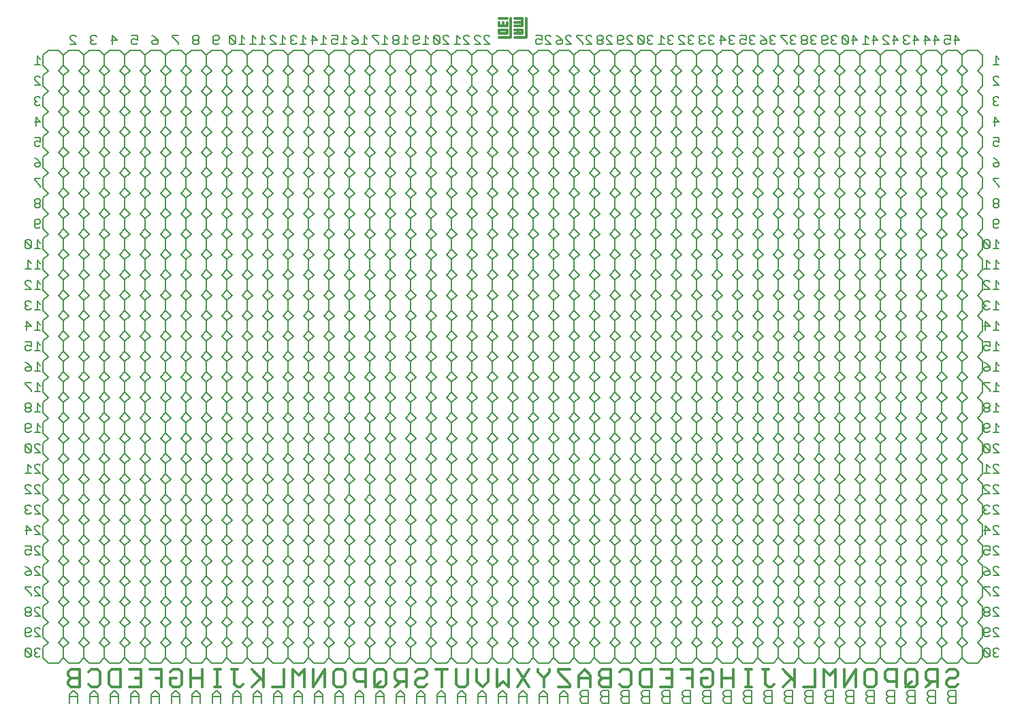
<source format=gbo>
G75*
%MOIN*%
%OFA0B0*%
%FSLAX25Y25*%
%IPPOS*%
%LPD*%
%AMOC8*
5,1,8,0,0,1.08239X$1,22.5*
%
%ADD10C,0.00600*%
%ADD11C,0.01200*%
%ADD12C,0.00800*%
D10*
X0004769Y0051450D02*
X0006237Y0051450D01*
X0006971Y0052184D01*
X0004035Y0055120D01*
X0004035Y0052184D01*
X0004769Y0051450D01*
X0006971Y0052184D02*
X0006971Y0055120D01*
X0006237Y0055854D01*
X0004769Y0055854D01*
X0004035Y0055120D01*
X0008639Y0055120D02*
X0009373Y0055854D01*
X0010841Y0055854D01*
X0011575Y0055120D01*
X0010107Y0053652D02*
X0009373Y0053652D01*
X0008639Y0052918D01*
X0008639Y0052184D01*
X0009373Y0051450D01*
X0010841Y0051450D01*
X0011575Y0052184D01*
X0009373Y0053652D02*
X0008639Y0054386D01*
X0008639Y0055120D01*
X0008639Y0061450D02*
X0011575Y0061450D01*
X0008639Y0064386D01*
X0008639Y0065120D01*
X0009373Y0065854D01*
X0010841Y0065854D01*
X0011575Y0065120D01*
X0006971Y0065120D02*
X0006971Y0064386D01*
X0006237Y0063652D01*
X0004035Y0063652D01*
X0004035Y0062184D02*
X0004035Y0065120D01*
X0004769Y0065854D01*
X0006237Y0065854D01*
X0006971Y0065120D01*
X0006971Y0062184D02*
X0006237Y0061450D01*
X0004769Y0061450D01*
X0004035Y0062184D01*
X0004769Y0071450D02*
X0006237Y0071450D01*
X0006971Y0072184D01*
X0006971Y0072918D01*
X0006237Y0073652D01*
X0004769Y0073652D01*
X0004035Y0072918D01*
X0004035Y0072184D01*
X0004769Y0071450D01*
X0004769Y0073652D02*
X0004035Y0074386D01*
X0004035Y0075120D01*
X0004769Y0075854D01*
X0006237Y0075854D01*
X0006971Y0075120D01*
X0006971Y0074386D01*
X0006237Y0073652D01*
X0008639Y0074386D02*
X0008639Y0075120D01*
X0009373Y0075854D01*
X0010841Y0075854D01*
X0011575Y0075120D01*
X0008639Y0074386D02*
X0011575Y0071450D01*
X0008639Y0071450D01*
X0008639Y0081450D02*
X0011575Y0081450D01*
X0008639Y0084386D01*
X0008639Y0085120D01*
X0009373Y0085854D01*
X0010841Y0085854D01*
X0011575Y0085120D01*
X0006971Y0085854D02*
X0004035Y0085854D01*
X0004035Y0085120D01*
X0006971Y0082184D01*
X0006971Y0081450D01*
X0006237Y0091450D02*
X0004769Y0091450D01*
X0004035Y0092184D01*
X0004035Y0092918D01*
X0004769Y0093652D01*
X0006971Y0093652D01*
X0006971Y0092184D01*
X0006237Y0091450D01*
X0006971Y0093652D02*
X0005503Y0095120D01*
X0004035Y0095854D01*
X0008639Y0095120D02*
X0009373Y0095854D01*
X0010841Y0095854D01*
X0011575Y0095120D01*
X0008639Y0095120D02*
X0008639Y0094386D01*
X0011575Y0091450D01*
X0008639Y0091450D01*
X0008639Y0101450D02*
X0011575Y0101450D01*
X0008639Y0104386D01*
X0008639Y0105120D01*
X0009373Y0105854D01*
X0010841Y0105854D01*
X0011575Y0105120D01*
X0006971Y0105854D02*
X0006971Y0103652D01*
X0005503Y0104386D01*
X0004769Y0104386D01*
X0004035Y0103652D01*
X0004035Y0102184D01*
X0004769Y0101450D01*
X0006237Y0101450D01*
X0006971Y0102184D01*
X0006971Y0105854D02*
X0004035Y0105854D01*
X0004769Y0111450D02*
X0004769Y0115854D01*
X0006971Y0113652D01*
X0004035Y0113652D01*
X0008639Y0114386D02*
X0008639Y0115120D01*
X0009373Y0115854D01*
X0010841Y0115854D01*
X0011575Y0115120D01*
X0008639Y0114386D02*
X0011575Y0111450D01*
X0008639Y0111450D01*
X0008639Y0121450D02*
X0011575Y0121450D01*
X0008639Y0124386D01*
X0008639Y0125120D01*
X0009373Y0125854D01*
X0010841Y0125854D01*
X0011575Y0125120D01*
X0006971Y0125120D02*
X0006237Y0125854D01*
X0004769Y0125854D01*
X0004035Y0125120D01*
X0004035Y0124386D01*
X0004769Y0123652D01*
X0004035Y0122918D01*
X0004035Y0122184D01*
X0004769Y0121450D01*
X0006237Y0121450D01*
X0006971Y0122184D01*
X0005503Y0123652D02*
X0004769Y0123652D01*
X0004035Y0131450D02*
X0006971Y0131450D01*
X0004035Y0134386D01*
X0004035Y0135120D01*
X0004769Y0135854D01*
X0006237Y0135854D01*
X0006971Y0135120D01*
X0008639Y0135120D02*
X0009373Y0135854D01*
X0010841Y0135854D01*
X0011575Y0135120D01*
X0008639Y0135120D02*
X0008639Y0134386D01*
X0011575Y0131450D01*
X0008639Y0131450D01*
X0008639Y0141450D02*
X0011575Y0141450D01*
X0008639Y0144386D01*
X0008639Y0145120D01*
X0009373Y0145854D01*
X0010841Y0145854D01*
X0011575Y0145120D01*
X0006971Y0144386D02*
X0005503Y0145854D01*
X0005503Y0141450D01*
X0006971Y0141450D02*
X0004035Y0141450D01*
X0004769Y0151450D02*
X0006237Y0151450D01*
X0006971Y0152184D01*
X0004035Y0155120D01*
X0004035Y0152184D01*
X0004769Y0151450D01*
X0006971Y0152184D02*
X0006971Y0155120D01*
X0006237Y0155854D01*
X0004769Y0155854D01*
X0004035Y0155120D01*
X0008639Y0155120D02*
X0008639Y0154386D01*
X0011575Y0151450D01*
X0008639Y0151450D01*
X0008639Y0155120D02*
X0009373Y0155854D01*
X0010841Y0155854D01*
X0011575Y0155120D01*
X0011575Y0161450D02*
X0008639Y0161450D01*
X0010107Y0161450D02*
X0010107Y0165854D01*
X0011575Y0164386D01*
X0006971Y0164386D02*
X0006237Y0163652D01*
X0004035Y0163652D01*
X0004035Y0162184D02*
X0004035Y0165120D01*
X0004769Y0165854D01*
X0006237Y0165854D01*
X0006971Y0165120D01*
X0006971Y0164386D01*
X0006971Y0162184D02*
X0006237Y0161450D01*
X0004769Y0161450D01*
X0004035Y0162184D01*
X0004769Y0171450D02*
X0006237Y0171450D01*
X0006971Y0172184D01*
X0006971Y0172918D01*
X0006237Y0173652D01*
X0004769Y0173652D01*
X0004035Y0172918D01*
X0004035Y0172184D01*
X0004769Y0171450D01*
X0004769Y0173652D02*
X0004035Y0174386D01*
X0004035Y0175120D01*
X0004769Y0175854D01*
X0006237Y0175854D01*
X0006971Y0175120D01*
X0006971Y0174386D01*
X0006237Y0173652D01*
X0008639Y0171450D02*
X0011575Y0171450D01*
X0010107Y0171450D02*
X0010107Y0175854D01*
X0011575Y0174386D01*
X0011575Y0181450D02*
X0008639Y0181450D01*
X0010107Y0181450D02*
X0010107Y0185854D01*
X0011575Y0184386D01*
X0006971Y0185854D02*
X0004035Y0185854D01*
X0004035Y0185120D01*
X0006971Y0182184D01*
X0006971Y0181450D01*
X0006237Y0191450D02*
X0004769Y0191450D01*
X0004035Y0192184D01*
X0004035Y0192918D01*
X0004769Y0193652D01*
X0006971Y0193652D01*
X0006971Y0192184D01*
X0006237Y0191450D01*
X0006971Y0193652D02*
X0005503Y0195120D01*
X0004035Y0195854D01*
X0004769Y0201450D02*
X0006237Y0201450D01*
X0006971Y0202184D01*
X0006971Y0203652D02*
X0005503Y0204386D01*
X0004769Y0204386D01*
X0004035Y0203652D01*
X0004035Y0202184D01*
X0004769Y0201450D01*
X0006971Y0203652D02*
X0006971Y0205854D01*
X0004035Y0205854D01*
X0008639Y0201450D02*
X0011575Y0201450D01*
X0010107Y0201450D02*
X0010107Y0205854D01*
X0011575Y0204386D01*
X0011575Y0211450D02*
X0008639Y0211450D01*
X0010107Y0211450D02*
X0010107Y0215854D01*
X0011575Y0214386D01*
X0006971Y0213652D02*
X0004035Y0213652D01*
X0004769Y0211450D02*
X0004769Y0215854D01*
X0006971Y0213652D01*
X0006237Y0221450D02*
X0004769Y0221450D01*
X0004035Y0222184D01*
X0004035Y0222918D01*
X0004769Y0223652D01*
X0005503Y0223652D01*
X0004769Y0223652D02*
X0004035Y0224386D01*
X0004035Y0225120D01*
X0004769Y0225854D01*
X0006237Y0225854D01*
X0006971Y0225120D01*
X0006971Y0222184D02*
X0006237Y0221450D01*
X0008639Y0221450D02*
X0011575Y0221450D01*
X0010107Y0221450D02*
X0010107Y0225854D01*
X0011575Y0224386D01*
X0011575Y0231450D02*
X0008639Y0231450D01*
X0010107Y0231450D02*
X0010107Y0235854D01*
X0011575Y0234386D01*
X0006971Y0235120D02*
X0006237Y0235854D01*
X0004769Y0235854D01*
X0004035Y0235120D01*
X0004035Y0234386D01*
X0006971Y0231450D01*
X0004035Y0231450D01*
X0004035Y0241450D02*
X0006971Y0241450D01*
X0005503Y0241450D02*
X0005503Y0245854D01*
X0006971Y0244386D01*
X0008639Y0241450D02*
X0011575Y0241450D01*
X0010107Y0241450D02*
X0010107Y0245854D01*
X0011575Y0244386D01*
X0011575Y0251450D02*
X0008639Y0251450D01*
X0010107Y0251450D02*
X0010107Y0255854D01*
X0011575Y0254386D01*
X0006971Y0255120D02*
X0006971Y0252184D01*
X0004035Y0255120D01*
X0004035Y0252184D01*
X0004769Y0251450D01*
X0006237Y0251450D01*
X0006971Y0252184D01*
X0006971Y0255120D02*
X0006237Y0255854D01*
X0004769Y0255854D01*
X0004035Y0255120D01*
X0009373Y0261450D02*
X0008639Y0262184D01*
X0008639Y0265120D01*
X0009373Y0265854D01*
X0010841Y0265854D01*
X0011575Y0265120D01*
X0011575Y0264386D01*
X0010841Y0263652D01*
X0008639Y0263652D01*
X0009373Y0261450D02*
X0010841Y0261450D01*
X0011575Y0262184D01*
X0010841Y0271450D02*
X0009373Y0271450D01*
X0008639Y0272184D01*
X0008639Y0272918D01*
X0009373Y0273652D01*
X0010841Y0273652D01*
X0011575Y0274386D01*
X0011575Y0275120D01*
X0010841Y0275854D01*
X0009373Y0275854D01*
X0008639Y0275120D01*
X0008639Y0274386D01*
X0009373Y0273652D01*
X0010841Y0273652D02*
X0011575Y0272918D01*
X0011575Y0272184D01*
X0010841Y0271450D01*
X0011575Y0281450D02*
X0011575Y0282184D01*
X0008639Y0285120D01*
X0008639Y0285854D01*
X0011575Y0285854D01*
X0010841Y0291450D02*
X0009373Y0291450D01*
X0008639Y0292184D01*
X0008639Y0292918D01*
X0009373Y0293652D01*
X0011575Y0293652D01*
X0011575Y0292184D01*
X0010841Y0291450D01*
X0011575Y0293652D02*
X0010107Y0295120D01*
X0008639Y0295854D01*
X0009373Y0301450D02*
X0010841Y0301450D01*
X0011575Y0302184D01*
X0011575Y0303652D02*
X0010107Y0304386D01*
X0009373Y0304386D01*
X0008639Y0303652D01*
X0008639Y0302184D01*
X0009373Y0301450D01*
X0011575Y0303652D02*
X0011575Y0305854D01*
X0008639Y0305854D01*
X0009373Y0311450D02*
X0009373Y0315854D01*
X0011575Y0313652D01*
X0008639Y0313652D01*
X0009373Y0321450D02*
X0010841Y0321450D01*
X0011575Y0322184D01*
X0010107Y0323652D02*
X0009373Y0323652D01*
X0008639Y0322918D01*
X0008639Y0322184D01*
X0009373Y0321450D01*
X0009373Y0323652D02*
X0008639Y0324386D01*
X0008639Y0325120D01*
X0009373Y0325854D01*
X0010841Y0325854D01*
X0011575Y0325120D01*
X0011575Y0331450D02*
X0008639Y0331450D01*
X0011575Y0331450D02*
X0008639Y0334386D01*
X0008639Y0335120D01*
X0009373Y0335854D01*
X0010841Y0335854D01*
X0011575Y0335120D01*
X0011575Y0341450D02*
X0008639Y0341450D01*
X0010107Y0341450D02*
X0010107Y0345854D01*
X0011575Y0344386D01*
X0026139Y0351450D02*
X0029075Y0351450D01*
X0026139Y0354386D01*
X0026139Y0355120D01*
X0026873Y0355854D01*
X0028341Y0355854D01*
X0029075Y0355120D01*
X0036139Y0355120D02*
X0036139Y0354386D01*
X0036873Y0353652D01*
X0036139Y0352918D01*
X0036139Y0352184D01*
X0036873Y0351450D01*
X0038341Y0351450D01*
X0039075Y0352184D01*
X0037607Y0353652D02*
X0036873Y0353652D01*
X0036139Y0355120D02*
X0036873Y0355854D01*
X0038341Y0355854D01*
X0039075Y0355120D01*
X0046139Y0353652D02*
X0049075Y0353652D01*
X0046873Y0355854D01*
X0046873Y0351450D01*
X0056139Y0352184D02*
X0056873Y0351450D01*
X0058341Y0351450D01*
X0059075Y0352184D01*
X0059075Y0353652D02*
X0057607Y0354386D01*
X0056873Y0354386D01*
X0056139Y0353652D01*
X0056139Y0352184D01*
X0059075Y0353652D02*
X0059075Y0355854D01*
X0056139Y0355854D01*
X0066139Y0355854D02*
X0067607Y0355120D01*
X0069075Y0353652D01*
X0066873Y0353652D01*
X0066139Y0352918D01*
X0066139Y0352184D01*
X0066873Y0351450D01*
X0068341Y0351450D01*
X0069075Y0352184D01*
X0069075Y0353652D01*
X0076139Y0355120D02*
X0079075Y0352184D01*
X0079075Y0351450D01*
X0079075Y0355854D02*
X0076139Y0355854D01*
X0076139Y0355120D01*
X0086139Y0355120D02*
X0086139Y0354386D01*
X0086873Y0353652D01*
X0088341Y0353652D01*
X0089075Y0354386D01*
X0089075Y0355120D01*
X0088341Y0355854D01*
X0086873Y0355854D01*
X0086139Y0355120D01*
X0086873Y0353652D02*
X0086139Y0352918D01*
X0086139Y0352184D01*
X0086873Y0351450D01*
X0088341Y0351450D01*
X0089075Y0352184D01*
X0089075Y0352918D01*
X0088341Y0353652D01*
X0096139Y0353652D02*
X0098341Y0353652D01*
X0099075Y0354386D01*
X0099075Y0355120D01*
X0098341Y0355854D01*
X0096873Y0355854D01*
X0096139Y0355120D01*
X0096139Y0352184D01*
X0096873Y0351450D01*
X0098341Y0351450D01*
X0099075Y0352184D01*
X0104035Y0352184D02*
X0104035Y0355120D01*
X0106971Y0352184D01*
X0106237Y0351450D01*
X0104769Y0351450D01*
X0104035Y0352184D01*
X0106971Y0352184D02*
X0106971Y0355120D01*
X0106237Y0355854D01*
X0104769Y0355854D01*
X0104035Y0355120D01*
X0108639Y0351450D02*
X0111575Y0351450D01*
X0110107Y0351450D02*
X0110107Y0355854D01*
X0111575Y0354386D01*
X0114035Y0351450D02*
X0116971Y0351450D01*
X0115503Y0351450D02*
X0115503Y0355854D01*
X0116971Y0354386D01*
X0118639Y0351450D02*
X0121575Y0351450D01*
X0120107Y0351450D02*
X0120107Y0355854D01*
X0121575Y0354386D01*
X0124035Y0354386D02*
X0124035Y0355120D01*
X0124769Y0355854D01*
X0126237Y0355854D01*
X0126971Y0355120D01*
X0124035Y0354386D02*
X0126971Y0351450D01*
X0124035Y0351450D01*
X0128639Y0351450D02*
X0131575Y0351450D01*
X0130107Y0351450D02*
X0130107Y0355854D01*
X0131575Y0354386D01*
X0134035Y0354386D02*
X0134769Y0353652D01*
X0134035Y0352918D01*
X0134035Y0352184D01*
X0134769Y0351450D01*
X0136237Y0351450D01*
X0136971Y0352184D01*
X0138639Y0351450D02*
X0141575Y0351450D01*
X0140107Y0351450D02*
X0140107Y0355854D01*
X0141575Y0354386D01*
X0144035Y0353652D02*
X0146971Y0353652D01*
X0144769Y0355854D01*
X0144769Y0351450D01*
X0148639Y0351450D02*
X0151575Y0351450D01*
X0150107Y0351450D02*
X0150107Y0355854D01*
X0151575Y0354386D01*
X0154035Y0353652D02*
X0154035Y0352184D01*
X0154769Y0351450D01*
X0156237Y0351450D01*
X0156971Y0352184D01*
X0156971Y0353652D02*
X0155503Y0354386D01*
X0154769Y0354386D01*
X0154035Y0353652D01*
X0154035Y0355854D02*
X0156971Y0355854D01*
X0156971Y0353652D01*
X0158639Y0351450D02*
X0161575Y0351450D01*
X0160107Y0351450D02*
X0160107Y0355854D01*
X0161575Y0354386D01*
X0164035Y0352918D02*
X0164769Y0353652D01*
X0166971Y0353652D01*
X0166971Y0352184D01*
X0166237Y0351450D01*
X0164769Y0351450D01*
X0164035Y0352184D01*
X0164035Y0352918D01*
X0165503Y0355120D02*
X0164035Y0355854D01*
X0165503Y0355120D02*
X0166971Y0353652D01*
X0168639Y0351450D02*
X0171575Y0351450D01*
X0170107Y0351450D02*
X0170107Y0355854D01*
X0171575Y0354386D01*
X0174035Y0355120D02*
X0176971Y0352184D01*
X0176971Y0351450D01*
X0178639Y0351450D02*
X0181575Y0351450D01*
X0180107Y0351450D02*
X0180107Y0355854D01*
X0181575Y0354386D01*
X0184035Y0354386D02*
X0184769Y0353652D01*
X0186237Y0353652D01*
X0186971Y0354386D01*
X0186971Y0355120D01*
X0186237Y0355854D01*
X0184769Y0355854D01*
X0184035Y0355120D01*
X0184035Y0354386D01*
X0184769Y0353652D02*
X0184035Y0352918D01*
X0184035Y0352184D01*
X0184769Y0351450D01*
X0186237Y0351450D01*
X0186971Y0352184D01*
X0186971Y0352918D01*
X0186237Y0353652D01*
X0188639Y0351450D02*
X0191575Y0351450D01*
X0190107Y0351450D02*
X0190107Y0355854D01*
X0191575Y0354386D01*
X0194035Y0353652D02*
X0196237Y0353652D01*
X0196971Y0354386D01*
X0196971Y0355120D01*
X0196237Y0355854D01*
X0194769Y0355854D01*
X0194035Y0355120D01*
X0194035Y0352184D01*
X0194769Y0351450D01*
X0196237Y0351450D01*
X0196971Y0352184D01*
X0198639Y0351450D02*
X0201575Y0351450D01*
X0200107Y0351450D02*
X0200107Y0355854D01*
X0201575Y0354386D01*
X0204035Y0355120D02*
X0206971Y0352184D01*
X0206237Y0351450D01*
X0204769Y0351450D01*
X0204035Y0352184D01*
X0204035Y0355120D01*
X0204769Y0355854D01*
X0206237Y0355854D01*
X0206971Y0355120D01*
X0206971Y0352184D01*
X0208639Y0351450D02*
X0211575Y0351450D01*
X0208639Y0354386D01*
X0208639Y0355120D01*
X0209373Y0355854D01*
X0210841Y0355854D01*
X0211575Y0355120D01*
X0215503Y0355854D02*
X0215503Y0351450D01*
X0216971Y0351450D02*
X0214035Y0351450D01*
X0216971Y0354386D02*
X0215503Y0355854D01*
X0218639Y0355120D02*
X0219373Y0355854D01*
X0220841Y0355854D01*
X0221575Y0355120D01*
X0224035Y0355120D02*
X0224769Y0355854D01*
X0226237Y0355854D01*
X0226971Y0355120D01*
X0228639Y0355120D02*
X0229373Y0355854D01*
X0230841Y0355854D01*
X0231575Y0355120D01*
X0228639Y0355120D02*
X0228639Y0354386D01*
X0231575Y0351450D01*
X0228639Y0351450D01*
X0226971Y0351450D02*
X0224035Y0354386D01*
X0224035Y0355120D01*
X0224035Y0351450D02*
X0226971Y0351450D01*
X0221575Y0351450D02*
X0218639Y0354386D01*
X0218639Y0355120D01*
X0218639Y0351450D02*
X0221575Y0351450D01*
X0254035Y0352184D02*
X0254769Y0351450D01*
X0256237Y0351450D01*
X0256971Y0352184D01*
X0256971Y0353652D02*
X0255503Y0354386D01*
X0254769Y0354386D01*
X0254035Y0353652D01*
X0254035Y0352184D01*
X0256971Y0353652D02*
X0256971Y0355854D01*
X0254035Y0355854D01*
X0258639Y0355120D02*
X0259373Y0355854D01*
X0260841Y0355854D01*
X0261575Y0355120D01*
X0264035Y0355854D02*
X0265503Y0355120D01*
X0266971Y0353652D01*
X0264769Y0353652D01*
X0264035Y0352918D01*
X0264035Y0352184D01*
X0264769Y0351450D01*
X0266237Y0351450D01*
X0266971Y0352184D01*
X0266971Y0353652D01*
X0268639Y0354386D02*
X0268639Y0355120D01*
X0269373Y0355854D01*
X0270841Y0355854D01*
X0271575Y0355120D01*
X0274035Y0355120D02*
X0276971Y0352184D01*
X0276971Y0351450D01*
X0278639Y0351450D02*
X0281575Y0351450D01*
X0278639Y0354386D01*
X0278639Y0355120D01*
X0279373Y0355854D01*
X0280841Y0355854D01*
X0281575Y0355120D01*
X0284035Y0355120D02*
X0284035Y0354386D01*
X0284769Y0353652D01*
X0286237Y0353652D01*
X0286971Y0354386D01*
X0286971Y0355120D01*
X0286237Y0355854D01*
X0284769Y0355854D01*
X0284035Y0355120D01*
X0284769Y0353652D02*
X0284035Y0352918D01*
X0284035Y0352184D01*
X0284769Y0351450D01*
X0286237Y0351450D01*
X0286971Y0352184D01*
X0286971Y0352918D01*
X0286237Y0353652D01*
X0288639Y0354386D02*
X0288639Y0355120D01*
X0289373Y0355854D01*
X0290841Y0355854D01*
X0291575Y0355120D01*
X0294035Y0355120D02*
X0294769Y0355854D01*
X0296237Y0355854D01*
X0296971Y0355120D01*
X0296971Y0354386D01*
X0296237Y0353652D01*
X0294035Y0353652D01*
X0294035Y0352184D02*
X0294035Y0355120D01*
X0294035Y0352184D02*
X0294769Y0351450D01*
X0296237Y0351450D01*
X0296971Y0352184D01*
X0298639Y0351450D02*
X0301575Y0351450D01*
X0298639Y0354386D01*
X0298639Y0355120D01*
X0299373Y0355854D01*
X0300841Y0355854D01*
X0301575Y0355120D01*
X0304035Y0355120D02*
X0306971Y0352184D01*
X0306237Y0351450D01*
X0304769Y0351450D01*
X0304035Y0352184D01*
X0304035Y0355120D01*
X0304769Y0355854D01*
X0306237Y0355854D01*
X0306971Y0355120D01*
X0306971Y0352184D01*
X0308639Y0352184D02*
X0309373Y0351450D01*
X0310841Y0351450D01*
X0311575Y0352184D01*
X0310107Y0353652D02*
X0309373Y0353652D01*
X0308639Y0352918D01*
X0308639Y0352184D01*
X0309373Y0353652D02*
X0308639Y0354386D01*
X0308639Y0355120D01*
X0309373Y0355854D01*
X0310841Y0355854D01*
X0311575Y0355120D01*
X0315503Y0355854D02*
X0315503Y0351450D01*
X0316971Y0351450D02*
X0314035Y0351450D01*
X0316971Y0354386D02*
X0315503Y0355854D01*
X0318639Y0355120D02*
X0318639Y0354386D01*
X0319373Y0353652D01*
X0318639Y0352918D01*
X0318639Y0352184D01*
X0319373Y0351450D01*
X0320841Y0351450D01*
X0321575Y0352184D01*
X0320107Y0353652D02*
X0319373Y0353652D01*
X0318639Y0355120D02*
X0319373Y0355854D01*
X0320841Y0355854D01*
X0321575Y0355120D01*
X0324035Y0355120D02*
X0324769Y0355854D01*
X0326237Y0355854D01*
X0326971Y0355120D01*
X0328639Y0355120D02*
X0328639Y0354386D01*
X0329373Y0353652D01*
X0328639Y0352918D01*
X0328639Y0352184D01*
X0329373Y0351450D01*
X0330841Y0351450D01*
X0331575Y0352184D01*
X0330107Y0353652D02*
X0329373Y0353652D01*
X0328639Y0355120D02*
X0329373Y0355854D01*
X0330841Y0355854D01*
X0331575Y0355120D01*
X0334035Y0355120D02*
X0334035Y0354386D01*
X0334769Y0353652D01*
X0334035Y0352918D01*
X0334035Y0352184D01*
X0334769Y0351450D01*
X0336237Y0351450D01*
X0336971Y0352184D01*
X0338639Y0352184D02*
X0339373Y0351450D01*
X0340841Y0351450D01*
X0341575Y0352184D01*
X0340107Y0353652D02*
X0339373Y0353652D01*
X0338639Y0352918D01*
X0338639Y0352184D01*
X0339373Y0353652D02*
X0338639Y0354386D01*
X0338639Y0355120D01*
X0339373Y0355854D01*
X0340841Y0355854D01*
X0341575Y0355120D01*
X0344035Y0353652D02*
X0346971Y0353652D01*
X0344769Y0355854D01*
X0344769Y0351450D01*
X0348639Y0352184D02*
X0349373Y0351450D01*
X0350841Y0351450D01*
X0351575Y0352184D01*
X0350107Y0353652D02*
X0349373Y0353652D01*
X0348639Y0352918D01*
X0348639Y0352184D01*
X0349373Y0353652D02*
X0348639Y0354386D01*
X0348639Y0355120D01*
X0349373Y0355854D01*
X0350841Y0355854D01*
X0351575Y0355120D01*
X0354035Y0355854D02*
X0356971Y0355854D01*
X0356971Y0353652D01*
X0355503Y0354386D01*
X0354769Y0354386D01*
X0354035Y0353652D01*
X0354035Y0352184D01*
X0354769Y0351450D01*
X0356237Y0351450D01*
X0356971Y0352184D01*
X0358639Y0352184D02*
X0359373Y0351450D01*
X0360841Y0351450D01*
X0361575Y0352184D01*
X0360107Y0353652D02*
X0359373Y0353652D01*
X0358639Y0352918D01*
X0358639Y0352184D01*
X0359373Y0353652D02*
X0358639Y0354386D01*
X0358639Y0355120D01*
X0359373Y0355854D01*
X0360841Y0355854D01*
X0361575Y0355120D01*
X0364035Y0355854D02*
X0365503Y0355120D01*
X0366971Y0353652D01*
X0364769Y0353652D01*
X0364035Y0352918D01*
X0364035Y0352184D01*
X0364769Y0351450D01*
X0366237Y0351450D01*
X0366971Y0352184D01*
X0366971Y0353652D01*
X0368639Y0352918D02*
X0368639Y0352184D01*
X0369373Y0351450D01*
X0370841Y0351450D01*
X0371575Y0352184D01*
X0370107Y0353652D02*
X0369373Y0353652D01*
X0368639Y0352918D01*
X0369373Y0353652D02*
X0368639Y0354386D01*
X0368639Y0355120D01*
X0369373Y0355854D01*
X0370841Y0355854D01*
X0371575Y0355120D01*
X0374035Y0355120D02*
X0376971Y0352184D01*
X0376971Y0351450D01*
X0378639Y0352184D02*
X0379373Y0351450D01*
X0380841Y0351450D01*
X0381575Y0352184D01*
X0380107Y0353652D02*
X0379373Y0353652D01*
X0378639Y0352918D01*
X0378639Y0352184D01*
X0379373Y0353652D02*
X0378639Y0354386D01*
X0378639Y0355120D01*
X0379373Y0355854D01*
X0380841Y0355854D01*
X0381575Y0355120D01*
X0384035Y0355120D02*
X0384035Y0354386D01*
X0384769Y0353652D01*
X0386237Y0353652D01*
X0386971Y0354386D01*
X0386971Y0355120D01*
X0386237Y0355854D01*
X0384769Y0355854D01*
X0384035Y0355120D01*
X0384769Y0353652D02*
X0384035Y0352918D01*
X0384035Y0352184D01*
X0384769Y0351450D01*
X0386237Y0351450D01*
X0386971Y0352184D01*
X0386971Y0352918D01*
X0386237Y0353652D01*
X0388639Y0352918D02*
X0388639Y0352184D01*
X0389373Y0351450D01*
X0390841Y0351450D01*
X0391575Y0352184D01*
X0390107Y0353652D02*
X0389373Y0353652D01*
X0388639Y0352918D01*
X0389373Y0353652D02*
X0388639Y0354386D01*
X0388639Y0355120D01*
X0389373Y0355854D01*
X0390841Y0355854D01*
X0391575Y0355120D01*
X0394035Y0355120D02*
X0394035Y0352184D01*
X0394769Y0351450D01*
X0396237Y0351450D01*
X0396971Y0352184D01*
X0396237Y0353652D02*
X0394035Y0353652D01*
X0394035Y0355120D02*
X0394769Y0355854D01*
X0396237Y0355854D01*
X0396971Y0355120D01*
X0396971Y0354386D01*
X0396237Y0353652D01*
X0398639Y0352918D02*
X0398639Y0352184D01*
X0399373Y0351450D01*
X0400841Y0351450D01*
X0401575Y0352184D01*
X0400107Y0353652D02*
X0399373Y0353652D01*
X0398639Y0352918D01*
X0399373Y0353652D02*
X0398639Y0354386D01*
X0398639Y0355120D01*
X0399373Y0355854D01*
X0400841Y0355854D01*
X0401575Y0355120D01*
X0404035Y0355120D02*
X0406971Y0352184D01*
X0406237Y0351450D01*
X0404769Y0351450D01*
X0404035Y0352184D01*
X0404035Y0355120D01*
X0404769Y0355854D01*
X0406237Y0355854D01*
X0406971Y0355120D01*
X0406971Y0352184D01*
X0408639Y0353652D02*
X0411575Y0353652D01*
X0409373Y0355854D01*
X0409373Y0351450D01*
X0414035Y0351450D02*
X0416971Y0351450D01*
X0415503Y0351450D02*
X0415503Y0355854D01*
X0416971Y0354386D01*
X0418639Y0353652D02*
X0421575Y0353652D01*
X0419373Y0355854D01*
X0419373Y0351450D01*
X0424035Y0351450D02*
X0426971Y0351450D01*
X0424035Y0354386D01*
X0424035Y0355120D01*
X0424769Y0355854D01*
X0426237Y0355854D01*
X0426971Y0355120D01*
X0428639Y0353652D02*
X0431575Y0353652D01*
X0429373Y0355854D01*
X0429373Y0351450D01*
X0434035Y0352184D02*
X0434769Y0351450D01*
X0436237Y0351450D01*
X0436971Y0352184D01*
X0435503Y0353652D02*
X0434769Y0353652D01*
X0434035Y0352918D01*
X0434035Y0352184D01*
X0434769Y0353652D02*
X0434035Y0354386D01*
X0434035Y0355120D01*
X0434769Y0355854D01*
X0436237Y0355854D01*
X0436971Y0355120D01*
X0438639Y0353652D02*
X0441575Y0353652D01*
X0439373Y0355854D01*
X0439373Y0351450D01*
X0444035Y0353652D02*
X0446971Y0353652D01*
X0444769Y0355854D01*
X0444769Y0351450D01*
X0448639Y0353652D02*
X0451575Y0353652D01*
X0449373Y0355854D01*
X0449373Y0351450D01*
X0454035Y0352184D02*
X0454035Y0353652D01*
X0454769Y0354386D01*
X0455503Y0354386D01*
X0456971Y0353652D01*
X0456971Y0355854D01*
X0454035Y0355854D01*
X0454035Y0352184D02*
X0454769Y0351450D01*
X0456237Y0351450D01*
X0456971Y0352184D01*
X0458639Y0353652D02*
X0461575Y0353652D01*
X0459373Y0355854D01*
X0459373Y0351450D01*
X0479467Y0345854D02*
X0479467Y0341450D01*
X0480935Y0341450D02*
X0477999Y0341450D01*
X0480935Y0344386D02*
X0479467Y0345854D01*
X0478733Y0335854D02*
X0480201Y0335854D01*
X0480935Y0335120D01*
X0478733Y0335854D02*
X0477999Y0335120D01*
X0477999Y0334386D01*
X0480935Y0331450D01*
X0477999Y0331450D01*
X0478733Y0325854D02*
X0477999Y0325120D01*
X0477999Y0324386D01*
X0478733Y0323652D01*
X0477999Y0322918D01*
X0477999Y0322184D01*
X0478733Y0321450D01*
X0480201Y0321450D01*
X0480935Y0322184D01*
X0479467Y0323652D02*
X0478733Y0323652D01*
X0478733Y0325854D02*
X0480201Y0325854D01*
X0480935Y0325120D01*
X0478733Y0315854D02*
X0480935Y0313652D01*
X0477999Y0313652D01*
X0478733Y0311450D02*
X0478733Y0315854D01*
X0477999Y0305854D02*
X0480935Y0305854D01*
X0480935Y0303652D01*
X0479467Y0304386D01*
X0478733Y0304386D01*
X0477999Y0303652D01*
X0477999Y0302184D01*
X0478733Y0301450D01*
X0480201Y0301450D01*
X0480935Y0302184D01*
X0477999Y0295854D02*
X0479467Y0295120D01*
X0480935Y0293652D01*
X0478733Y0293652D01*
X0477999Y0292918D01*
X0477999Y0292184D01*
X0478733Y0291450D01*
X0480201Y0291450D01*
X0480935Y0292184D01*
X0480935Y0293652D01*
X0480935Y0285854D02*
X0477999Y0285854D01*
X0477999Y0285120D01*
X0480935Y0282184D01*
X0480935Y0281450D01*
X0480201Y0275854D02*
X0478733Y0275854D01*
X0477999Y0275120D01*
X0477999Y0274386D01*
X0478733Y0273652D01*
X0480201Y0273652D01*
X0480935Y0274386D01*
X0480935Y0275120D01*
X0480201Y0275854D01*
X0480201Y0273652D02*
X0480935Y0272918D01*
X0480935Y0272184D01*
X0480201Y0271450D01*
X0478733Y0271450D01*
X0477999Y0272184D01*
X0477999Y0272918D01*
X0478733Y0273652D01*
X0478733Y0265854D02*
X0480201Y0265854D01*
X0480935Y0265120D01*
X0480935Y0264386D01*
X0480201Y0263652D01*
X0477999Y0263652D01*
X0477999Y0262184D02*
X0477999Y0265120D01*
X0478733Y0265854D01*
X0477999Y0262184D02*
X0478733Y0261450D01*
X0480201Y0261450D01*
X0480935Y0262184D01*
X0479467Y0255854D02*
X0479467Y0251450D01*
X0480935Y0251450D02*
X0477999Y0251450D01*
X0476331Y0252184D02*
X0473395Y0255120D01*
X0473395Y0252184D01*
X0474129Y0251450D01*
X0475597Y0251450D01*
X0476331Y0252184D01*
X0476331Y0255120D01*
X0475597Y0255854D01*
X0474129Y0255854D01*
X0473395Y0255120D01*
X0479467Y0255854D02*
X0480935Y0254386D01*
X0479467Y0245854D02*
X0479467Y0241450D01*
X0480935Y0241450D02*
X0477999Y0241450D01*
X0476331Y0241450D02*
X0473395Y0241450D01*
X0474863Y0241450D02*
X0474863Y0245854D01*
X0476331Y0244386D01*
X0479467Y0245854D02*
X0480935Y0244386D01*
X0479467Y0235854D02*
X0479467Y0231450D01*
X0480935Y0231450D02*
X0477999Y0231450D01*
X0476331Y0231450D02*
X0473395Y0234386D01*
X0473395Y0235120D01*
X0474129Y0235854D01*
X0475597Y0235854D01*
X0476331Y0235120D01*
X0479467Y0235854D02*
X0480935Y0234386D01*
X0476331Y0231450D02*
X0473395Y0231450D01*
X0474129Y0225854D02*
X0473395Y0225120D01*
X0473395Y0224386D01*
X0474129Y0223652D01*
X0473395Y0222918D01*
X0473395Y0222184D01*
X0474129Y0221450D01*
X0475597Y0221450D01*
X0476331Y0222184D01*
X0477999Y0221450D02*
X0480935Y0221450D01*
X0479467Y0221450D02*
X0479467Y0225854D01*
X0480935Y0224386D01*
X0476331Y0225120D02*
X0475597Y0225854D01*
X0474129Y0225854D01*
X0474129Y0223652D02*
X0474863Y0223652D01*
X0474129Y0215854D02*
X0476331Y0213652D01*
X0473395Y0213652D01*
X0474129Y0211450D02*
X0474129Y0215854D01*
X0479467Y0215854D02*
X0479467Y0211450D01*
X0480935Y0211450D02*
X0477999Y0211450D01*
X0480935Y0214386D02*
X0479467Y0215854D01*
X0479467Y0205854D02*
X0479467Y0201450D01*
X0480935Y0201450D02*
X0477999Y0201450D01*
X0476331Y0202184D02*
X0475597Y0201450D01*
X0474129Y0201450D01*
X0473395Y0202184D01*
X0473395Y0203652D01*
X0474129Y0204386D01*
X0474863Y0204386D01*
X0476331Y0203652D01*
X0476331Y0205854D01*
X0473395Y0205854D01*
X0479467Y0205854D02*
X0480935Y0204386D01*
X0479467Y0195854D02*
X0479467Y0191450D01*
X0480935Y0191450D02*
X0477999Y0191450D01*
X0476331Y0192184D02*
X0475597Y0191450D01*
X0474129Y0191450D01*
X0473395Y0192184D01*
X0473395Y0192918D01*
X0474129Y0193652D01*
X0476331Y0193652D01*
X0476331Y0192184D01*
X0476331Y0193652D02*
X0474863Y0195120D01*
X0473395Y0195854D01*
X0479467Y0195854D02*
X0480935Y0194386D01*
X0479467Y0185854D02*
X0479467Y0181450D01*
X0480935Y0181450D02*
X0477999Y0181450D01*
X0476331Y0181450D02*
X0476331Y0182184D01*
X0473395Y0185120D01*
X0473395Y0185854D01*
X0476331Y0185854D01*
X0479467Y0185854D02*
X0480935Y0184386D01*
X0479467Y0175854D02*
X0479467Y0171450D01*
X0480935Y0171450D02*
X0477999Y0171450D01*
X0476331Y0172184D02*
X0476331Y0172918D01*
X0475597Y0173652D01*
X0474129Y0173652D01*
X0473395Y0172918D01*
X0473395Y0172184D01*
X0474129Y0171450D01*
X0475597Y0171450D01*
X0476331Y0172184D01*
X0475597Y0173652D02*
X0476331Y0174386D01*
X0476331Y0175120D01*
X0475597Y0175854D01*
X0474129Y0175854D01*
X0473395Y0175120D01*
X0473395Y0174386D01*
X0474129Y0173652D01*
X0479467Y0175854D02*
X0480935Y0174386D01*
X0479467Y0165854D02*
X0479467Y0161450D01*
X0480935Y0161450D02*
X0477999Y0161450D01*
X0476331Y0162184D02*
X0475597Y0161450D01*
X0474129Y0161450D01*
X0473395Y0162184D01*
X0473395Y0165120D01*
X0474129Y0165854D01*
X0475597Y0165854D01*
X0476331Y0165120D01*
X0476331Y0164386D01*
X0475597Y0163652D01*
X0473395Y0163652D01*
X0479467Y0165854D02*
X0480935Y0164386D01*
X0480201Y0155854D02*
X0478733Y0155854D01*
X0477999Y0155120D01*
X0477999Y0154386D01*
X0480935Y0151450D01*
X0477999Y0151450D01*
X0476331Y0152184D02*
X0473395Y0155120D01*
X0473395Y0152184D01*
X0474129Y0151450D01*
X0475597Y0151450D01*
X0476331Y0152184D01*
X0476331Y0155120D01*
X0475597Y0155854D01*
X0474129Y0155854D01*
X0473395Y0155120D01*
X0480201Y0155854D02*
X0480935Y0155120D01*
X0480201Y0145854D02*
X0478733Y0145854D01*
X0477999Y0145120D01*
X0477999Y0144386D01*
X0480935Y0141450D01*
X0477999Y0141450D01*
X0476331Y0141450D02*
X0473395Y0141450D01*
X0474863Y0141450D02*
X0474863Y0145854D01*
X0476331Y0144386D01*
X0480201Y0145854D02*
X0480935Y0145120D01*
X0480201Y0135854D02*
X0478733Y0135854D01*
X0477999Y0135120D01*
X0477999Y0134386D01*
X0480935Y0131450D01*
X0477999Y0131450D01*
X0476331Y0131450D02*
X0473395Y0134386D01*
X0473395Y0135120D01*
X0474129Y0135854D01*
X0475597Y0135854D01*
X0476331Y0135120D01*
X0476331Y0131450D02*
X0473395Y0131450D01*
X0474129Y0125854D02*
X0473395Y0125120D01*
X0473395Y0124386D01*
X0474129Y0123652D01*
X0473395Y0122918D01*
X0473395Y0122184D01*
X0474129Y0121450D01*
X0475597Y0121450D01*
X0476331Y0122184D01*
X0477999Y0121450D02*
X0480935Y0121450D01*
X0477999Y0124386D01*
X0477999Y0125120D01*
X0478733Y0125854D01*
X0480201Y0125854D01*
X0480935Y0125120D01*
X0476331Y0125120D02*
X0475597Y0125854D01*
X0474129Y0125854D01*
X0474129Y0123652D02*
X0474863Y0123652D01*
X0474129Y0115854D02*
X0476331Y0113652D01*
X0473395Y0113652D01*
X0474129Y0111450D02*
X0474129Y0115854D01*
X0477999Y0115120D02*
X0478733Y0115854D01*
X0480201Y0115854D01*
X0480935Y0115120D01*
X0477999Y0115120D02*
X0477999Y0114386D01*
X0480935Y0111450D01*
X0477999Y0111450D01*
X0478733Y0105854D02*
X0480201Y0105854D01*
X0480935Y0105120D01*
X0478733Y0105854D02*
X0477999Y0105120D01*
X0477999Y0104386D01*
X0480935Y0101450D01*
X0477999Y0101450D01*
X0476331Y0102184D02*
X0475597Y0101450D01*
X0474129Y0101450D01*
X0473395Y0102184D01*
X0473395Y0103652D01*
X0474129Y0104386D01*
X0474863Y0104386D01*
X0476331Y0103652D01*
X0476331Y0105854D01*
X0473395Y0105854D01*
X0473395Y0095854D02*
X0474863Y0095120D01*
X0476331Y0093652D01*
X0474129Y0093652D01*
X0473395Y0092918D01*
X0473395Y0092184D01*
X0474129Y0091450D01*
X0475597Y0091450D01*
X0476331Y0092184D01*
X0476331Y0093652D01*
X0477999Y0094386D02*
X0477999Y0095120D01*
X0478733Y0095854D01*
X0480201Y0095854D01*
X0480935Y0095120D01*
X0477999Y0094386D02*
X0480935Y0091450D01*
X0477999Y0091450D01*
X0478733Y0085854D02*
X0480201Y0085854D01*
X0480935Y0085120D01*
X0478733Y0085854D02*
X0477999Y0085120D01*
X0477999Y0084386D01*
X0480935Y0081450D01*
X0477999Y0081450D01*
X0476331Y0081450D02*
X0476331Y0082184D01*
X0473395Y0085120D01*
X0473395Y0085854D01*
X0476331Y0085854D01*
X0475597Y0075854D02*
X0474129Y0075854D01*
X0473395Y0075120D01*
X0473395Y0074386D01*
X0474129Y0073652D01*
X0475597Y0073652D01*
X0476331Y0074386D01*
X0476331Y0075120D01*
X0475597Y0075854D01*
X0475597Y0073652D02*
X0476331Y0072918D01*
X0476331Y0072184D01*
X0475597Y0071450D01*
X0474129Y0071450D01*
X0473395Y0072184D01*
X0473395Y0072918D01*
X0474129Y0073652D01*
X0477999Y0074386D02*
X0477999Y0075120D01*
X0478733Y0075854D01*
X0480201Y0075854D01*
X0480935Y0075120D01*
X0477999Y0074386D02*
X0480935Y0071450D01*
X0477999Y0071450D01*
X0478733Y0065854D02*
X0480201Y0065854D01*
X0480935Y0065120D01*
X0478733Y0065854D02*
X0477999Y0065120D01*
X0477999Y0064386D01*
X0480935Y0061450D01*
X0477999Y0061450D01*
X0476331Y0062184D02*
X0475597Y0061450D01*
X0474129Y0061450D01*
X0473395Y0062184D01*
X0473395Y0065120D01*
X0474129Y0065854D01*
X0475597Y0065854D01*
X0476331Y0065120D01*
X0476331Y0064386D01*
X0475597Y0063652D01*
X0473395Y0063652D01*
X0474129Y0055854D02*
X0473395Y0055120D01*
X0476331Y0052184D01*
X0475597Y0051450D01*
X0474129Y0051450D01*
X0473395Y0052184D01*
X0473395Y0055120D01*
X0474129Y0055854D02*
X0475597Y0055854D01*
X0476331Y0055120D01*
X0476331Y0052184D01*
X0477999Y0052184D02*
X0478733Y0051450D01*
X0480201Y0051450D01*
X0480935Y0052184D01*
X0479467Y0053652D02*
X0478733Y0053652D01*
X0477999Y0052918D01*
X0477999Y0052184D01*
X0478733Y0053652D02*
X0477999Y0054386D01*
X0477999Y0055120D01*
X0478733Y0055854D01*
X0480201Y0055854D01*
X0480935Y0055120D01*
X0480935Y0135120D02*
X0480201Y0135854D01*
X0326971Y0351450D02*
X0324035Y0351450D01*
X0326971Y0351450D02*
X0324035Y0354386D01*
X0324035Y0355120D01*
X0334035Y0355120D02*
X0334769Y0355854D01*
X0336237Y0355854D01*
X0336971Y0355120D01*
X0335503Y0353652D02*
X0334769Y0353652D01*
X0374035Y0355120D02*
X0374035Y0355854D01*
X0376971Y0355854D01*
X0291575Y0351450D02*
X0288639Y0354386D01*
X0288639Y0351450D02*
X0291575Y0351450D01*
X0276971Y0355854D02*
X0274035Y0355854D01*
X0274035Y0355120D01*
X0271575Y0351450D02*
X0268639Y0354386D01*
X0268639Y0351450D02*
X0271575Y0351450D01*
X0261575Y0351450D02*
X0258639Y0354386D01*
X0258639Y0355120D01*
X0258639Y0351450D02*
X0261575Y0351450D01*
X0176971Y0355854D02*
X0174035Y0355854D01*
X0174035Y0355120D01*
X0136971Y0355120D02*
X0136237Y0355854D01*
X0134769Y0355854D01*
X0134035Y0355120D01*
X0134035Y0354386D01*
X0134769Y0353652D02*
X0135503Y0353652D01*
X0010107Y0195854D02*
X0010107Y0191450D01*
X0011575Y0191450D02*
X0008639Y0191450D01*
X0011575Y0194386D02*
X0010107Y0195854D01*
D11*
X0026551Y0045558D02*
X0025083Y0044090D01*
X0025083Y0042622D01*
X0026551Y0041154D01*
X0030955Y0041154D01*
X0030955Y0036750D02*
X0026551Y0036750D01*
X0025083Y0038218D01*
X0025083Y0039686D01*
X0026551Y0041154D01*
X0026551Y0045558D02*
X0030955Y0045558D01*
X0030955Y0036750D01*
X0035083Y0038218D02*
X0036551Y0036750D01*
X0039487Y0036750D01*
X0040955Y0038218D01*
X0040955Y0044090D01*
X0039487Y0045558D01*
X0036551Y0045558D01*
X0035083Y0044090D01*
X0045083Y0044090D02*
X0045083Y0038218D01*
X0046551Y0036750D01*
X0050955Y0036750D01*
X0050955Y0045558D01*
X0046551Y0045558D01*
X0045083Y0044090D01*
X0055083Y0045558D02*
X0060955Y0045558D01*
X0060955Y0036750D01*
X0055083Y0036750D01*
X0058019Y0041154D02*
X0060955Y0041154D01*
X0065083Y0045558D02*
X0070955Y0045558D01*
X0070955Y0036750D01*
X0075083Y0038218D02*
X0075083Y0041154D01*
X0078019Y0041154D01*
X0080955Y0038218D02*
X0079487Y0036750D01*
X0076551Y0036750D01*
X0075083Y0038218D01*
X0070955Y0041154D02*
X0068019Y0041154D01*
X0075083Y0044090D02*
X0076551Y0045558D01*
X0079487Y0045558D01*
X0080955Y0044090D01*
X0080955Y0038218D01*
X0085083Y0036750D02*
X0085083Y0045558D01*
X0085083Y0041154D02*
X0090955Y0041154D01*
X0090955Y0036750D02*
X0090955Y0045558D01*
X0096769Y0045558D02*
X0099705Y0045558D01*
X0098237Y0045558D02*
X0098237Y0036750D01*
X0099705Y0036750D02*
X0096769Y0036750D01*
X0106551Y0038218D02*
X0106551Y0045558D01*
X0108019Y0045558D02*
X0105083Y0045558D01*
X0106551Y0038218D02*
X0108019Y0036750D01*
X0109487Y0036750D01*
X0110955Y0038218D01*
X0115083Y0036750D02*
X0119487Y0041154D01*
X0120955Y0039686D02*
X0115083Y0045558D01*
X0120955Y0045558D02*
X0120955Y0036750D01*
X0125083Y0036750D02*
X0130955Y0036750D01*
X0130955Y0045558D01*
X0135083Y0045558D02*
X0135083Y0036750D01*
X0138019Y0042622D02*
X0135083Y0045558D01*
X0138019Y0042622D02*
X0140955Y0045558D01*
X0140955Y0036750D01*
X0145083Y0036750D02*
X0145083Y0045558D01*
X0150955Y0045558D02*
X0145083Y0036750D01*
X0150955Y0036750D02*
X0150955Y0045558D01*
X0155083Y0044090D02*
X0156551Y0045558D01*
X0159487Y0045558D01*
X0160955Y0044090D01*
X0160955Y0038218D01*
X0159487Y0036750D01*
X0156551Y0036750D01*
X0155083Y0038218D01*
X0155083Y0044090D01*
X0165083Y0044090D02*
X0165083Y0041154D01*
X0166551Y0039686D01*
X0170955Y0039686D01*
X0170955Y0036750D02*
X0170955Y0045558D01*
X0166551Y0045558D01*
X0165083Y0044090D01*
X0175083Y0044090D02*
X0175083Y0038218D01*
X0176551Y0036750D01*
X0179487Y0036750D01*
X0180955Y0038218D01*
X0180955Y0044090D01*
X0179487Y0045558D01*
X0176551Y0045558D01*
X0175083Y0044090D01*
X0178019Y0039686D02*
X0175083Y0036750D01*
X0185083Y0036750D02*
X0188019Y0039686D01*
X0186551Y0039686D02*
X0190955Y0039686D01*
X0190955Y0036750D02*
X0190955Y0045558D01*
X0186551Y0045558D01*
X0185083Y0044090D01*
X0185083Y0041154D01*
X0186551Y0039686D01*
X0195083Y0039686D02*
X0195083Y0038218D01*
X0196551Y0036750D01*
X0199487Y0036750D01*
X0200955Y0038218D01*
X0199487Y0041154D02*
X0196551Y0041154D01*
X0195083Y0039686D01*
X0199487Y0041154D02*
X0200955Y0042622D01*
X0200955Y0044090D01*
X0199487Y0045558D01*
X0196551Y0045558D01*
X0195083Y0044090D01*
X0205083Y0045558D02*
X0210955Y0045558D01*
X0208019Y0045558D02*
X0208019Y0036750D01*
X0215083Y0038218D02*
X0215083Y0045558D01*
X0220955Y0045558D02*
X0220955Y0038218D01*
X0219487Y0036750D01*
X0216551Y0036750D01*
X0215083Y0038218D01*
X0225083Y0039686D02*
X0225083Y0045558D01*
X0230955Y0045558D02*
X0230955Y0039686D01*
X0228019Y0036750D01*
X0225083Y0039686D01*
X0235083Y0036750D02*
X0235083Y0045558D01*
X0240955Y0045558D02*
X0240955Y0036750D01*
X0238019Y0039686D01*
X0235083Y0036750D01*
X0245083Y0036750D02*
X0250955Y0045558D01*
X0255083Y0045558D02*
X0255083Y0044090D01*
X0258019Y0041154D01*
X0258019Y0036750D01*
X0258019Y0041154D02*
X0260955Y0044090D01*
X0260955Y0045558D01*
X0265083Y0045558D02*
X0265083Y0044090D01*
X0270955Y0038218D01*
X0270955Y0036750D01*
X0265083Y0036750D01*
X0265083Y0045558D02*
X0270955Y0045558D01*
X0275083Y0042622D02*
X0275083Y0036750D01*
X0275083Y0041154D02*
X0280955Y0041154D01*
X0280955Y0042622D02*
X0278019Y0045558D01*
X0275083Y0042622D01*
X0280955Y0042622D02*
X0280955Y0036750D01*
X0285083Y0038218D02*
X0286551Y0036750D01*
X0290955Y0036750D01*
X0290955Y0045558D01*
X0286551Y0045558D01*
X0285083Y0044090D01*
X0285083Y0042622D01*
X0286551Y0041154D01*
X0290955Y0041154D01*
X0286551Y0041154D02*
X0285083Y0039686D01*
X0285083Y0038218D01*
X0295083Y0038218D02*
X0296551Y0036750D01*
X0299487Y0036750D01*
X0300955Y0038218D01*
X0300955Y0044090D01*
X0299487Y0045558D01*
X0296551Y0045558D01*
X0295083Y0044090D01*
X0305083Y0044090D02*
X0305083Y0038218D01*
X0306551Y0036750D01*
X0310955Y0036750D01*
X0310955Y0045558D01*
X0306551Y0045558D01*
X0305083Y0044090D01*
X0315083Y0045558D02*
X0320955Y0045558D01*
X0320955Y0036750D01*
X0315083Y0036750D01*
X0318019Y0041154D02*
X0320955Y0041154D01*
X0325083Y0045558D02*
X0330955Y0045558D01*
X0330955Y0036750D01*
X0335083Y0038218D02*
X0335083Y0041154D01*
X0338019Y0041154D01*
X0340955Y0038218D02*
X0339487Y0036750D01*
X0336551Y0036750D01*
X0335083Y0038218D01*
X0330955Y0041154D02*
X0328019Y0041154D01*
X0335083Y0044090D02*
X0336551Y0045558D01*
X0339487Y0045558D01*
X0340955Y0044090D01*
X0340955Y0038218D01*
X0345083Y0036750D02*
X0345083Y0045558D01*
X0345083Y0041154D02*
X0350955Y0041154D01*
X0350955Y0036750D02*
X0350955Y0045558D01*
X0356769Y0045558D02*
X0359705Y0045558D01*
X0358237Y0045558D02*
X0358237Y0036750D01*
X0359705Y0036750D02*
X0356769Y0036750D01*
X0366551Y0038218D02*
X0366551Y0045558D01*
X0368019Y0045558D02*
X0365083Y0045558D01*
X0366551Y0038218D02*
X0368019Y0036750D01*
X0369487Y0036750D01*
X0370955Y0038218D01*
X0375083Y0036750D02*
X0379487Y0041154D01*
X0380955Y0039686D02*
X0375083Y0045558D01*
X0380955Y0045558D02*
X0380955Y0036750D01*
X0385083Y0036750D02*
X0390955Y0036750D01*
X0390955Y0045558D01*
X0395083Y0045558D02*
X0395083Y0036750D01*
X0400955Y0036750D02*
X0400955Y0045558D01*
X0398019Y0042622D01*
X0395083Y0045558D01*
X0405083Y0045558D02*
X0405083Y0036750D01*
X0410955Y0045558D01*
X0410955Y0036750D01*
X0415083Y0038218D02*
X0415083Y0044090D01*
X0416551Y0045558D01*
X0419487Y0045558D01*
X0420955Y0044090D01*
X0420955Y0038218D01*
X0419487Y0036750D01*
X0416551Y0036750D01*
X0415083Y0038218D01*
X0425083Y0041154D02*
X0425083Y0044090D01*
X0426551Y0045558D01*
X0430955Y0045558D01*
X0430955Y0036750D01*
X0430955Y0039686D02*
X0426551Y0039686D01*
X0425083Y0041154D01*
X0435083Y0038218D02*
X0436551Y0036750D01*
X0439487Y0036750D01*
X0440955Y0038218D01*
X0440955Y0044090D01*
X0439487Y0045558D01*
X0436551Y0045558D01*
X0435083Y0044090D01*
X0435083Y0038218D01*
X0435083Y0036750D02*
X0438019Y0039686D01*
X0445083Y0041154D02*
X0446551Y0039686D01*
X0450955Y0039686D01*
X0450955Y0036750D02*
X0450955Y0045558D01*
X0446551Y0045558D01*
X0445083Y0044090D01*
X0445083Y0041154D01*
X0448019Y0039686D02*
X0445083Y0036750D01*
X0455083Y0038218D02*
X0456551Y0036750D01*
X0459487Y0036750D01*
X0460955Y0038218D01*
X0459487Y0041154D02*
X0456551Y0041154D01*
X0455083Y0039686D01*
X0455083Y0038218D01*
X0459487Y0041154D02*
X0460955Y0042622D01*
X0460955Y0044090D01*
X0459487Y0045558D01*
X0456551Y0045558D01*
X0455083Y0044090D01*
X0250955Y0036750D02*
X0245083Y0045558D01*
X0243742Y0354900D02*
X0249367Y0354900D01*
X0249367Y0364275D01*
X0247492Y0364275D02*
X0243742Y0364275D01*
X0243742Y0362400D02*
X0247492Y0362400D01*
X0247492Y0364275D01*
X0247492Y0362400D02*
X0247492Y0360525D01*
X0243742Y0360525D01*
X0243742Y0358650D02*
X0245617Y0358650D01*
X0245617Y0356775D01*
X0243742Y0356775D01*
X0245617Y0356775D02*
X0247492Y0356775D01*
X0247492Y0358650D01*
X0245617Y0358650D01*
X0241867Y0354900D02*
X0236242Y0354900D01*
X0236242Y0356775D02*
X0236242Y0358650D01*
X0239992Y0358650D01*
X0239992Y0356775D01*
X0236242Y0356775D01*
X0236242Y0360525D02*
X0236242Y0362400D01*
X0236242Y0360525D02*
X0239992Y0360525D01*
X0239992Y0362400D01*
X0238117Y0362400D02*
X0238117Y0361150D01*
X0239992Y0364275D02*
X0236242Y0364275D01*
X0241867Y0364275D02*
X0241867Y0354900D01*
D12*
X0025768Y0033187D02*
X0025768Y0029050D01*
X0025768Y0032153D02*
X0029905Y0032153D01*
X0029905Y0033187D02*
X0027836Y0035256D01*
X0025768Y0033187D01*
X0029905Y0033187D02*
X0029905Y0029050D01*
X0035768Y0029050D02*
X0035768Y0033187D01*
X0037836Y0035256D01*
X0039905Y0033187D01*
X0039905Y0029050D01*
X0039905Y0032153D02*
X0035768Y0032153D01*
X0045768Y0032153D02*
X0049905Y0032153D01*
X0049905Y0033187D02*
X0047836Y0035256D01*
X0045768Y0033187D01*
X0045768Y0029050D01*
X0049905Y0029050D02*
X0049905Y0033187D01*
X0055768Y0033187D02*
X0055768Y0029050D01*
X0055768Y0032153D02*
X0059905Y0032153D01*
X0059905Y0033187D02*
X0057836Y0035256D01*
X0055768Y0033187D01*
X0059905Y0033187D02*
X0059905Y0029050D01*
X0065768Y0029050D02*
X0065768Y0033187D01*
X0067836Y0035256D01*
X0069905Y0033187D01*
X0069905Y0029050D01*
X0069905Y0032153D02*
X0065768Y0032153D01*
X0075768Y0032153D02*
X0079905Y0032153D01*
X0079905Y0033187D02*
X0077836Y0035256D01*
X0075768Y0033187D01*
X0075768Y0029050D01*
X0079905Y0029050D02*
X0079905Y0033187D01*
X0085768Y0033187D02*
X0085768Y0029050D01*
X0085768Y0032153D02*
X0089905Y0032153D01*
X0089905Y0033187D02*
X0087836Y0035256D01*
X0085768Y0033187D01*
X0089905Y0033187D02*
X0089905Y0029050D01*
X0095768Y0029050D02*
X0095768Y0033187D01*
X0097836Y0035256D01*
X0099905Y0033187D01*
X0099905Y0029050D01*
X0099905Y0032153D02*
X0095768Y0032153D01*
X0105768Y0032153D02*
X0109905Y0032153D01*
X0109905Y0033187D02*
X0107836Y0035256D01*
X0105768Y0033187D01*
X0105768Y0029050D01*
X0109905Y0029050D02*
X0109905Y0033187D01*
X0115768Y0033187D02*
X0115768Y0029050D01*
X0115768Y0032153D02*
X0119905Y0032153D01*
X0119905Y0033187D02*
X0117836Y0035256D01*
X0115768Y0033187D01*
X0119905Y0033187D02*
X0119905Y0029050D01*
X0125768Y0029050D02*
X0125768Y0033187D01*
X0127836Y0035256D01*
X0129905Y0033187D01*
X0129905Y0029050D01*
X0129905Y0032153D02*
X0125768Y0032153D01*
X0135768Y0032153D02*
X0139905Y0032153D01*
X0139905Y0033187D02*
X0137836Y0035256D01*
X0135768Y0033187D01*
X0135768Y0029050D01*
X0139905Y0029050D02*
X0139905Y0033187D01*
X0145768Y0033187D02*
X0145768Y0029050D01*
X0145768Y0032153D02*
X0149905Y0032153D01*
X0149905Y0033187D02*
X0147836Y0035256D01*
X0145768Y0033187D01*
X0149905Y0033187D02*
X0149905Y0029050D01*
X0155768Y0029050D02*
X0155768Y0033187D01*
X0157836Y0035256D01*
X0159905Y0033187D01*
X0159905Y0029050D01*
X0159905Y0032153D02*
X0155768Y0032153D01*
X0165768Y0032153D02*
X0169905Y0032153D01*
X0169905Y0033187D02*
X0167836Y0035256D01*
X0165768Y0033187D01*
X0165768Y0029050D01*
X0169905Y0029050D02*
X0169905Y0033187D01*
X0175768Y0033187D02*
X0175768Y0029050D01*
X0175768Y0032153D02*
X0179905Y0032153D01*
X0179905Y0033187D02*
X0177836Y0035256D01*
X0175768Y0033187D01*
X0179905Y0033187D02*
X0179905Y0029050D01*
X0185768Y0029050D02*
X0185768Y0033187D01*
X0187836Y0035256D01*
X0189905Y0033187D01*
X0189905Y0029050D01*
X0189905Y0032153D02*
X0185768Y0032153D01*
X0195768Y0032153D02*
X0199905Y0032153D01*
X0199905Y0033187D02*
X0197836Y0035256D01*
X0195768Y0033187D01*
X0195768Y0029050D01*
X0199905Y0029050D02*
X0199905Y0033187D01*
X0205768Y0033187D02*
X0205768Y0029050D01*
X0205768Y0032153D02*
X0209905Y0032153D01*
X0209905Y0033187D02*
X0207836Y0035256D01*
X0205768Y0033187D01*
X0209905Y0033187D02*
X0209905Y0029050D01*
X0215768Y0029050D02*
X0215768Y0033187D01*
X0217836Y0035256D01*
X0219905Y0033187D01*
X0219905Y0029050D01*
X0219905Y0032153D02*
X0215768Y0032153D01*
X0225768Y0032153D02*
X0229905Y0032153D01*
X0229905Y0033187D02*
X0227836Y0035256D01*
X0225768Y0033187D01*
X0225768Y0029050D01*
X0229905Y0029050D02*
X0229905Y0033187D01*
X0235768Y0033187D02*
X0235768Y0029050D01*
X0235768Y0032153D02*
X0239905Y0032153D01*
X0239905Y0033187D02*
X0237836Y0035256D01*
X0235768Y0033187D01*
X0239905Y0033187D02*
X0239905Y0029050D01*
X0245768Y0029050D02*
X0245768Y0033187D01*
X0247836Y0035256D01*
X0249905Y0033187D01*
X0249905Y0029050D01*
X0249905Y0032153D02*
X0245768Y0032153D01*
X0255768Y0032153D02*
X0259905Y0032153D01*
X0259905Y0033187D02*
X0257836Y0035256D01*
X0255768Y0033187D01*
X0255768Y0029050D01*
X0259905Y0029050D02*
X0259905Y0033187D01*
X0265768Y0033187D02*
X0265768Y0029050D01*
X0265768Y0032153D02*
X0269905Y0032153D01*
X0269905Y0033187D02*
X0267836Y0035256D01*
X0265768Y0033187D01*
X0269905Y0033187D02*
X0269905Y0029050D01*
X0275768Y0030085D02*
X0276802Y0029050D01*
X0279905Y0029050D01*
X0279905Y0035256D01*
X0276802Y0035256D01*
X0275768Y0034221D01*
X0275768Y0033187D01*
X0276802Y0032153D01*
X0279905Y0032153D01*
X0276802Y0032153D02*
X0275768Y0031119D01*
X0275768Y0030085D01*
X0285768Y0030085D02*
X0286802Y0029050D01*
X0289905Y0029050D01*
X0289905Y0035256D01*
X0286802Y0035256D01*
X0285768Y0034221D01*
X0285768Y0033187D01*
X0286802Y0032153D01*
X0289905Y0032153D01*
X0286802Y0032153D02*
X0285768Y0031119D01*
X0285768Y0030085D01*
X0295768Y0030085D02*
X0296802Y0029050D01*
X0299905Y0029050D01*
X0299905Y0035256D01*
X0296802Y0035256D01*
X0295768Y0034221D01*
X0295768Y0033187D01*
X0296802Y0032153D01*
X0299905Y0032153D01*
X0296802Y0032153D02*
X0295768Y0031119D01*
X0295768Y0030085D01*
X0305768Y0030085D02*
X0306802Y0029050D01*
X0309905Y0029050D01*
X0309905Y0035256D01*
X0306802Y0035256D01*
X0305768Y0034221D01*
X0305768Y0033187D01*
X0306802Y0032153D01*
X0309905Y0032153D01*
X0306802Y0032153D02*
X0305768Y0031119D01*
X0305768Y0030085D01*
X0315768Y0030085D02*
X0316802Y0029050D01*
X0319905Y0029050D01*
X0319905Y0035256D01*
X0316802Y0035256D01*
X0315768Y0034221D01*
X0315768Y0033187D01*
X0316802Y0032153D01*
X0319905Y0032153D01*
X0316802Y0032153D02*
X0315768Y0031119D01*
X0315768Y0030085D01*
X0325768Y0030085D02*
X0326802Y0029050D01*
X0329905Y0029050D01*
X0329905Y0035256D01*
X0326802Y0035256D01*
X0325768Y0034221D01*
X0325768Y0033187D01*
X0326802Y0032153D01*
X0329905Y0032153D01*
X0326802Y0032153D02*
X0325768Y0031119D01*
X0325768Y0030085D01*
X0335768Y0030085D02*
X0336802Y0029050D01*
X0339905Y0029050D01*
X0339905Y0035256D01*
X0336802Y0035256D01*
X0335768Y0034221D01*
X0335768Y0033187D01*
X0336802Y0032153D01*
X0339905Y0032153D01*
X0336802Y0032153D02*
X0335768Y0031119D01*
X0335768Y0030085D01*
X0345768Y0030085D02*
X0346802Y0029050D01*
X0349905Y0029050D01*
X0349905Y0035256D01*
X0346802Y0035256D01*
X0345768Y0034221D01*
X0345768Y0033187D01*
X0346802Y0032153D01*
X0349905Y0032153D01*
X0346802Y0032153D02*
X0345768Y0031119D01*
X0345768Y0030085D01*
X0355768Y0030085D02*
X0356802Y0029050D01*
X0359905Y0029050D01*
X0359905Y0035256D01*
X0356802Y0035256D01*
X0355768Y0034221D01*
X0355768Y0033187D01*
X0356802Y0032153D01*
X0359905Y0032153D01*
X0356802Y0032153D02*
X0355768Y0031119D01*
X0355768Y0030085D01*
X0365768Y0030085D02*
X0366802Y0029050D01*
X0369905Y0029050D01*
X0369905Y0035256D01*
X0366802Y0035256D01*
X0365768Y0034221D01*
X0365768Y0033187D01*
X0366802Y0032153D01*
X0369905Y0032153D01*
X0366802Y0032153D02*
X0365768Y0031119D01*
X0365768Y0030085D01*
X0375768Y0030085D02*
X0376802Y0029050D01*
X0379905Y0029050D01*
X0379905Y0035256D01*
X0376802Y0035256D01*
X0375768Y0034221D01*
X0375768Y0033187D01*
X0376802Y0032153D01*
X0379905Y0032153D01*
X0376802Y0032153D02*
X0375768Y0031119D01*
X0375768Y0030085D01*
X0385768Y0030085D02*
X0386802Y0029050D01*
X0389905Y0029050D01*
X0389905Y0035256D01*
X0386802Y0035256D01*
X0385768Y0034221D01*
X0385768Y0033187D01*
X0386802Y0032153D01*
X0389905Y0032153D01*
X0386802Y0032153D02*
X0385768Y0031119D01*
X0385768Y0030085D01*
X0395768Y0030085D02*
X0396802Y0029050D01*
X0399905Y0029050D01*
X0399905Y0035256D01*
X0396802Y0035256D01*
X0395768Y0034221D01*
X0395768Y0033187D01*
X0396802Y0032153D01*
X0399905Y0032153D01*
X0396802Y0032153D02*
X0395768Y0031119D01*
X0395768Y0030085D01*
X0405768Y0030085D02*
X0406802Y0029050D01*
X0409905Y0029050D01*
X0409905Y0035256D01*
X0406802Y0035256D01*
X0405768Y0034221D01*
X0405768Y0033187D01*
X0406802Y0032153D01*
X0409905Y0032153D01*
X0406802Y0032153D02*
X0405768Y0031119D01*
X0405768Y0030085D01*
X0415768Y0030085D02*
X0416802Y0029050D01*
X0419905Y0029050D01*
X0419905Y0035256D01*
X0416802Y0035256D01*
X0415768Y0034221D01*
X0415768Y0033187D01*
X0416802Y0032153D01*
X0419905Y0032153D01*
X0416802Y0032153D02*
X0415768Y0031119D01*
X0415768Y0030085D01*
X0425768Y0030085D02*
X0426802Y0029050D01*
X0429905Y0029050D01*
X0429905Y0035256D01*
X0426802Y0035256D01*
X0425768Y0034221D01*
X0425768Y0033187D01*
X0426802Y0032153D01*
X0429905Y0032153D01*
X0426802Y0032153D02*
X0425768Y0031119D01*
X0425768Y0030085D01*
X0435768Y0030085D02*
X0436802Y0029050D01*
X0439905Y0029050D01*
X0439905Y0035256D01*
X0436802Y0035256D01*
X0435768Y0034221D01*
X0435768Y0033187D01*
X0436802Y0032153D01*
X0439905Y0032153D01*
X0436802Y0032153D02*
X0435768Y0031119D01*
X0435768Y0030085D01*
X0445768Y0030085D02*
X0446802Y0029050D01*
X0449905Y0029050D01*
X0449905Y0035256D01*
X0446802Y0035256D01*
X0445768Y0034221D01*
X0445768Y0033187D01*
X0446802Y0032153D01*
X0449905Y0032153D01*
X0446802Y0032153D02*
X0445768Y0031119D01*
X0445768Y0030085D01*
X0455768Y0030085D02*
X0456802Y0029050D01*
X0459905Y0029050D01*
X0459905Y0035256D01*
X0456802Y0035256D01*
X0455768Y0034221D01*
X0455768Y0033187D01*
X0456802Y0032153D01*
X0459905Y0032153D01*
X0456802Y0032153D02*
X0455768Y0031119D01*
X0455768Y0030085D01*
X0455305Y0048650D02*
X0460305Y0048650D01*
X0462805Y0051150D01*
X0465305Y0048650D01*
X0470305Y0048650D01*
X0472805Y0051150D01*
X0472805Y0056150D01*
X0470305Y0058650D01*
X0472805Y0061150D01*
X0472805Y0066150D01*
X0470305Y0068650D01*
X0472805Y0071150D01*
X0472805Y0076150D01*
X0470305Y0078650D01*
X0472805Y0081150D01*
X0472805Y0086150D01*
X0470305Y0088650D01*
X0472805Y0091150D01*
X0472805Y0096150D01*
X0470305Y0098650D01*
X0472805Y0101150D01*
X0472805Y0106150D01*
X0470305Y0108650D01*
X0472805Y0111150D01*
X0472805Y0116150D01*
X0470305Y0118650D01*
X0472805Y0121150D01*
X0472805Y0126150D01*
X0470305Y0128650D01*
X0472805Y0131150D01*
X0472805Y0136150D01*
X0470305Y0138650D01*
X0472805Y0141150D01*
X0472805Y0146150D01*
X0470305Y0148650D01*
X0472805Y0151150D01*
X0472805Y0156150D01*
X0470305Y0158650D01*
X0472805Y0161150D01*
X0472805Y0166150D01*
X0470305Y0168650D01*
X0472805Y0171150D01*
X0472805Y0176150D01*
X0470305Y0178650D01*
X0472805Y0181150D01*
X0472805Y0186150D01*
X0470305Y0188650D01*
X0472805Y0191150D01*
X0472805Y0196150D01*
X0470305Y0198650D01*
X0472805Y0201150D01*
X0472805Y0206150D01*
X0470305Y0208650D01*
X0472805Y0211150D01*
X0472805Y0216150D01*
X0470305Y0218650D01*
X0472805Y0221150D01*
X0472805Y0226150D01*
X0470305Y0228650D01*
X0472805Y0231150D01*
X0472805Y0236150D01*
X0470305Y0238650D01*
X0472805Y0241150D01*
X0472805Y0246150D01*
X0470305Y0248650D01*
X0472805Y0251150D01*
X0472805Y0256150D01*
X0470305Y0258650D01*
X0472805Y0261150D01*
X0472805Y0266150D01*
X0470305Y0268650D01*
X0472805Y0271150D01*
X0472805Y0276150D01*
X0470305Y0278650D01*
X0472805Y0281150D01*
X0472805Y0286150D01*
X0470305Y0288650D01*
X0472805Y0291150D01*
X0472805Y0296150D01*
X0470305Y0298650D01*
X0472805Y0301150D01*
X0472805Y0306150D01*
X0470305Y0308650D01*
X0472805Y0311150D01*
X0472805Y0316150D01*
X0470305Y0318650D01*
X0472805Y0321150D01*
X0472805Y0326150D01*
X0470305Y0328650D01*
X0472805Y0331150D01*
X0472805Y0336150D01*
X0470305Y0338650D01*
X0472805Y0341150D01*
X0472805Y0346150D01*
X0470305Y0348650D01*
X0465305Y0348650D01*
X0462805Y0346150D01*
X0462805Y0341150D01*
X0465305Y0338650D01*
X0462805Y0336150D01*
X0462805Y0331150D01*
X0465305Y0328650D01*
X0462805Y0326150D01*
X0462805Y0321150D01*
X0465305Y0318650D01*
X0462805Y0316150D01*
X0462805Y0311150D01*
X0465305Y0308650D01*
X0462805Y0306150D01*
X0462805Y0301150D01*
X0465305Y0298650D01*
X0462805Y0296150D01*
X0462805Y0291150D01*
X0465305Y0288650D01*
X0462805Y0286150D01*
X0462805Y0281150D01*
X0465305Y0278650D01*
X0462805Y0276150D01*
X0462805Y0271150D01*
X0465305Y0268650D01*
X0462805Y0266150D01*
X0462805Y0261150D01*
X0465305Y0258650D01*
X0462805Y0256150D01*
X0462805Y0251150D01*
X0465305Y0248650D01*
X0462805Y0246150D01*
X0462805Y0241150D01*
X0465305Y0238650D01*
X0462805Y0236150D01*
X0462805Y0231150D01*
X0465305Y0228650D01*
X0462805Y0226150D01*
X0462805Y0221150D01*
X0465305Y0218650D01*
X0462805Y0216150D01*
X0462805Y0211150D01*
X0465305Y0208650D01*
X0462805Y0206150D01*
X0462805Y0201150D01*
X0465305Y0198650D01*
X0462805Y0196150D01*
X0462805Y0191150D01*
X0465305Y0188650D01*
X0462805Y0186150D01*
X0462805Y0181150D01*
X0465305Y0178650D01*
X0462805Y0176150D01*
X0462805Y0171150D01*
X0465305Y0168650D01*
X0462805Y0166150D01*
X0462805Y0161150D01*
X0465305Y0158650D01*
X0462805Y0156150D01*
X0462805Y0151150D01*
X0465305Y0148650D01*
X0462805Y0146150D01*
X0462805Y0141150D01*
X0465305Y0138650D01*
X0462805Y0136150D01*
X0462805Y0131150D01*
X0465305Y0128650D01*
X0462805Y0126150D01*
X0462805Y0121150D01*
X0465305Y0118650D01*
X0462805Y0116150D01*
X0462805Y0111150D01*
X0465305Y0108650D01*
X0462805Y0106150D01*
X0462805Y0101150D01*
X0465305Y0098650D01*
X0462805Y0096150D01*
X0462805Y0091150D01*
X0465305Y0088650D01*
X0462805Y0086150D01*
X0462805Y0081150D01*
X0465305Y0078650D01*
X0462805Y0076150D01*
X0462805Y0071150D01*
X0465305Y0068650D01*
X0462805Y0066150D01*
X0462805Y0061150D01*
X0465305Y0058650D01*
X0462805Y0056150D01*
X0462805Y0051150D01*
X0462805Y0056150D01*
X0460305Y0058650D01*
X0462805Y0061150D01*
X0462805Y0066150D01*
X0460305Y0068650D01*
X0462805Y0071150D01*
X0462805Y0076150D01*
X0460305Y0078650D01*
X0462805Y0081150D01*
X0462805Y0086150D01*
X0460305Y0088650D01*
X0462805Y0091150D01*
X0462805Y0096150D01*
X0460305Y0098650D01*
X0462805Y0101150D01*
X0462805Y0106150D01*
X0460305Y0108650D01*
X0462805Y0111150D01*
X0462805Y0116150D01*
X0460305Y0118650D01*
X0462805Y0121150D01*
X0462805Y0126150D01*
X0460305Y0128650D01*
X0462805Y0131150D01*
X0462805Y0136150D01*
X0460305Y0138650D01*
X0462805Y0141150D01*
X0462805Y0146150D01*
X0460305Y0148650D01*
X0462805Y0151150D01*
X0462805Y0156150D01*
X0460305Y0158650D01*
X0462805Y0161150D01*
X0462805Y0166150D01*
X0460305Y0168650D01*
X0462805Y0171150D01*
X0462805Y0176150D01*
X0460305Y0178650D01*
X0462805Y0181150D01*
X0462805Y0186150D01*
X0460305Y0188650D01*
X0462805Y0191150D01*
X0462805Y0196150D01*
X0460305Y0198650D01*
X0462805Y0201150D01*
X0462805Y0206150D01*
X0460305Y0208650D01*
X0462805Y0211150D01*
X0462805Y0216150D01*
X0460305Y0218650D01*
X0462805Y0221150D01*
X0462805Y0226150D01*
X0460305Y0228650D01*
X0462805Y0231150D01*
X0462805Y0236150D01*
X0460305Y0238650D01*
X0462805Y0241150D01*
X0462805Y0246150D01*
X0460305Y0248650D01*
X0462805Y0251150D01*
X0462805Y0256150D01*
X0460305Y0258650D01*
X0462805Y0261150D01*
X0462805Y0266150D01*
X0460305Y0268650D01*
X0462805Y0271150D01*
X0462805Y0276150D01*
X0460305Y0278650D01*
X0462805Y0281150D01*
X0462805Y0286150D01*
X0460305Y0288650D01*
X0462805Y0291150D01*
X0462805Y0296150D01*
X0460305Y0298650D01*
X0462805Y0301150D01*
X0462805Y0306150D01*
X0460305Y0308650D01*
X0462805Y0311150D01*
X0462805Y0316150D01*
X0460305Y0318650D01*
X0462805Y0321150D01*
X0462805Y0326150D01*
X0460305Y0328650D01*
X0462805Y0331150D01*
X0462805Y0336150D01*
X0460305Y0338650D01*
X0462805Y0341150D01*
X0462805Y0346150D01*
X0460305Y0348650D01*
X0455305Y0348650D01*
X0452805Y0346150D01*
X0452805Y0341150D01*
X0455305Y0338650D01*
X0452805Y0336150D01*
X0452805Y0331150D01*
X0455305Y0328650D01*
X0452805Y0326150D01*
X0452805Y0321150D01*
X0455305Y0318650D01*
X0452805Y0316150D01*
X0452805Y0311150D01*
X0455305Y0308650D01*
X0452805Y0306150D01*
X0452805Y0301150D01*
X0455305Y0298650D01*
X0452805Y0296150D01*
X0452805Y0291150D01*
X0455305Y0288650D01*
X0452805Y0286150D01*
X0452805Y0281150D01*
X0455305Y0278650D01*
X0452805Y0276150D01*
X0452805Y0271150D01*
X0455305Y0268650D01*
X0452805Y0266150D01*
X0452805Y0261150D01*
X0455305Y0258650D01*
X0452805Y0256150D01*
X0452805Y0251150D01*
X0455305Y0248650D01*
X0452805Y0246150D01*
X0452805Y0241150D01*
X0455305Y0238650D01*
X0452805Y0236150D01*
X0452805Y0231150D01*
X0455305Y0228650D01*
X0452805Y0226150D01*
X0452805Y0221150D01*
X0455305Y0218650D01*
X0452805Y0216150D01*
X0452805Y0211150D01*
X0455305Y0208650D01*
X0452805Y0206150D01*
X0452805Y0201150D01*
X0455305Y0198650D01*
X0452805Y0196150D01*
X0452805Y0191150D01*
X0455305Y0188650D01*
X0452805Y0186150D01*
X0452805Y0181150D01*
X0455305Y0178650D01*
X0452805Y0176150D01*
X0452805Y0171150D01*
X0455305Y0168650D01*
X0452805Y0166150D01*
X0452805Y0161150D01*
X0455305Y0158650D01*
X0452805Y0156150D01*
X0452805Y0151150D01*
X0455305Y0148650D01*
X0452805Y0146150D01*
X0452805Y0141150D01*
X0455305Y0138650D01*
X0452805Y0136150D01*
X0452805Y0131150D01*
X0455305Y0128650D01*
X0452805Y0126150D01*
X0452805Y0121150D01*
X0455305Y0118650D01*
X0452805Y0116150D01*
X0452805Y0111150D01*
X0455305Y0108650D01*
X0452805Y0106150D01*
X0452805Y0101150D01*
X0455305Y0098650D01*
X0452805Y0096150D01*
X0452805Y0091150D01*
X0455305Y0088650D01*
X0452805Y0086150D01*
X0452805Y0081150D01*
X0455305Y0078650D01*
X0452805Y0076150D01*
X0452805Y0071150D01*
X0455305Y0068650D01*
X0452805Y0066150D01*
X0452805Y0061150D01*
X0455305Y0058650D01*
X0452805Y0056150D01*
X0452805Y0051150D01*
X0455305Y0048650D01*
X0452805Y0051150D02*
X0452805Y0056150D01*
X0450305Y0058650D01*
X0452805Y0061150D01*
X0452805Y0066150D01*
X0450305Y0068650D01*
X0452805Y0071150D01*
X0452805Y0076150D01*
X0450305Y0078650D01*
X0452805Y0081150D01*
X0452805Y0086150D01*
X0450305Y0088650D01*
X0452805Y0091150D01*
X0452805Y0096150D01*
X0450305Y0098650D01*
X0452805Y0101150D01*
X0452805Y0106150D01*
X0450305Y0108650D01*
X0452805Y0111150D01*
X0452805Y0116150D01*
X0450305Y0118650D01*
X0452805Y0121150D01*
X0452805Y0126150D01*
X0450305Y0128650D01*
X0452805Y0131150D01*
X0452805Y0136150D01*
X0450305Y0138650D01*
X0452805Y0141150D01*
X0452805Y0146150D01*
X0450305Y0148650D01*
X0452805Y0151150D01*
X0452805Y0156150D01*
X0450305Y0158650D01*
X0452805Y0161150D01*
X0452805Y0166150D01*
X0450305Y0168650D01*
X0452805Y0171150D01*
X0452805Y0176150D01*
X0450305Y0178650D01*
X0452805Y0181150D01*
X0452805Y0186150D01*
X0450305Y0188650D01*
X0452805Y0191150D01*
X0452805Y0196150D01*
X0450305Y0198650D01*
X0452805Y0201150D01*
X0452805Y0206150D01*
X0450305Y0208650D01*
X0452805Y0211150D01*
X0452805Y0216150D01*
X0450305Y0218650D01*
X0452805Y0221150D01*
X0452805Y0226150D01*
X0450305Y0228650D01*
X0452805Y0231150D01*
X0452805Y0236150D01*
X0450305Y0238650D01*
X0452805Y0241150D01*
X0452805Y0246150D01*
X0450305Y0248650D01*
X0452805Y0251150D01*
X0452805Y0256150D01*
X0450305Y0258650D01*
X0452805Y0261150D01*
X0452805Y0266150D01*
X0450305Y0268650D01*
X0452805Y0271150D01*
X0452805Y0276150D01*
X0450305Y0278650D01*
X0452805Y0281150D01*
X0452805Y0286150D01*
X0450305Y0288650D01*
X0452805Y0291150D01*
X0452805Y0296150D01*
X0450305Y0298650D01*
X0452805Y0301150D01*
X0452805Y0306150D01*
X0450305Y0308650D01*
X0452805Y0311150D01*
X0452805Y0316150D01*
X0450305Y0318650D01*
X0452805Y0321150D01*
X0452805Y0326150D01*
X0450305Y0328650D01*
X0452805Y0331150D01*
X0452805Y0336150D01*
X0450305Y0338650D01*
X0452805Y0341150D01*
X0452805Y0346150D01*
X0450305Y0348650D01*
X0445305Y0348650D01*
X0442805Y0346150D01*
X0442805Y0341150D01*
X0445305Y0338650D01*
X0442805Y0336150D01*
X0442805Y0331150D01*
X0445305Y0328650D01*
X0442805Y0326150D01*
X0442805Y0321150D01*
X0445305Y0318650D01*
X0442805Y0316150D01*
X0442805Y0311150D01*
X0445305Y0308650D01*
X0442805Y0306150D01*
X0442805Y0301150D01*
X0445305Y0298650D01*
X0442805Y0296150D01*
X0442805Y0291150D01*
X0445305Y0288650D01*
X0442805Y0286150D01*
X0442805Y0281150D01*
X0445305Y0278650D01*
X0442805Y0276150D01*
X0442805Y0271150D01*
X0445305Y0268650D01*
X0442805Y0266150D01*
X0442805Y0261150D01*
X0445305Y0258650D01*
X0442805Y0256150D01*
X0442805Y0251150D01*
X0445305Y0248650D01*
X0442805Y0246150D01*
X0442805Y0241150D01*
X0445305Y0238650D01*
X0442805Y0236150D01*
X0442805Y0231150D01*
X0445305Y0228650D01*
X0442805Y0226150D01*
X0442805Y0221150D01*
X0445305Y0218650D01*
X0442805Y0216150D01*
X0442805Y0211150D01*
X0445305Y0208650D01*
X0442805Y0206150D01*
X0442805Y0201150D01*
X0445305Y0198650D01*
X0442805Y0196150D01*
X0442805Y0191150D01*
X0445305Y0188650D01*
X0442805Y0186150D01*
X0442805Y0181150D01*
X0445305Y0178650D01*
X0442805Y0176150D01*
X0442805Y0171150D01*
X0445305Y0168650D01*
X0442805Y0166150D01*
X0442805Y0161150D01*
X0445305Y0158650D01*
X0442805Y0156150D01*
X0442805Y0151150D01*
X0445305Y0148650D01*
X0442805Y0146150D01*
X0442805Y0141150D01*
X0445305Y0138650D01*
X0442805Y0136150D01*
X0442805Y0131150D01*
X0445305Y0128650D01*
X0442805Y0126150D01*
X0442805Y0121150D01*
X0445305Y0118650D01*
X0442805Y0116150D01*
X0442805Y0111150D01*
X0445305Y0108650D01*
X0442805Y0106150D01*
X0442805Y0101150D01*
X0445305Y0098650D01*
X0442805Y0096150D01*
X0442805Y0091150D01*
X0445305Y0088650D01*
X0442805Y0086150D01*
X0442805Y0081150D01*
X0445305Y0078650D01*
X0442805Y0076150D01*
X0442805Y0071150D01*
X0445305Y0068650D01*
X0442805Y0066150D01*
X0442805Y0061150D01*
X0445305Y0058650D01*
X0442805Y0056150D01*
X0442805Y0051150D01*
X0445305Y0048650D01*
X0450305Y0048650D01*
X0452805Y0051150D01*
X0442805Y0051150D02*
X0442805Y0056150D01*
X0440305Y0058650D01*
X0442805Y0061150D01*
X0442805Y0066150D01*
X0440305Y0068650D01*
X0442805Y0071150D01*
X0442805Y0076150D01*
X0440305Y0078650D01*
X0442805Y0081150D01*
X0442805Y0086150D01*
X0440305Y0088650D01*
X0442805Y0091150D01*
X0442805Y0096150D01*
X0440305Y0098650D01*
X0442805Y0101150D01*
X0442805Y0106150D01*
X0440305Y0108650D01*
X0442805Y0111150D01*
X0442805Y0116150D01*
X0440305Y0118650D01*
X0442805Y0121150D01*
X0442805Y0126150D01*
X0440305Y0128650D01*
X0442805Y0131150D01*
X0442805Y0136150D01*
X0440305Y0138650D01*
X0442805Y0141150D01*
X0442805Y0146150D01*
X0440305Y0148650D01*
X0442805Y0151150D01*
X0442805Y0156150D01*
X0440305Y0158650D01*
X0442805Y0161150D01*
X0442805Y0166150D01*
X0440305Y0168650D01*
X0442805Y0171150D01*
X0442805Y0176150D01*
X0440305Y0178650D01*
X0442805Y0181150D01*
X0442805Y0186150D01*
X0440305Y0188650D01*
X0442805Y0191150D01*
X0442805Y0196150D01*
X0440305Y0198650D01*
X0442805Y0201150D01*
X0442805Y0206150D01*
X0440305Y0208650D01*
X0442805Y0211150D01*
X0442805Y0216150D01*
X0440305Y0218650D01*
X0442805Y0221150D01*
X0442805Y0226150D01*
X0440305Y0228650D01*
X0442805Y0231150D01*
X0442805Y0236150D01*
X0440305Y0238650D01*
X0442805Y0241150D01*
X0442805Y0246150D01*
X0440305Y0248650D01*
X0442805Y0251150D01*
X0442805Y0256150D01*
X0440305Y0258650D01*
X0442805Y0261150D01*
X0442805Y0266150D01*
X0440305Y0268650D01*
X0442805Y0271150D01*
X0442805Y0276150D01*
X0440305Y0278650D01*
X0442805Y0281150D01*
X0442805Y0286150D01*
X0440305Y0288650D01*
X0442805Y0291150D01*
X0442805Y0296150D01*
X0440305Y0298650D01*
X0442805Y0301150D01*
X0442805Y0306150D01*
X0440305Y0308650D01*
X0442805Y0311150D01*
X0442805Y0316150D01*
X0440305Y0318650D01*
X0442805Y0321150D01*
X0442805Y0326150D01*
X0440305Y0328650D01*
X0442805Y0331150D01*
X0442805Y0336150D01*
X0440305Y0338650D01*
X0442805Y0341150D01*
X0442805Y0346150D01*
X0440305Y0348650D01*
X0435305Y0348650D01*
X0432805Y0346150D01*
X0432805Y0341150D01*
X0435305Y0338650D01*
X0432805Y0336150D01*
X0432805Y0331150D01*
X0435305Y0328650D01*
X0432805Y0326150D01*
X0432805Y0321150D01*
X0435305Y0318650D01*
X0432805Y0316150D01*
X0432805Y0311150D01*
X0435305Y0308650D01*
X0432805Y0306150D01*
X0432805Y0301150D01*
X0435305Y0298650D01*
X0432805Y0296150D01*
X0432805Y0291150D01*
X0435305Y0288650D01*
X0432805Y0286150D01*
X0432805Y0281150D01*
X0435305Y0278650D01*
X0432805Y0276150D01*
X0432805Y0271150D01*
X0435305Y0268650D01*
X0432805Y0266150D01*
X0432805Y0261150D01*
X0435305Y0258650D01*
X0432805Y0256150D01*
X0432805Y0251150D01*
X0435305Y0248650D01*
X0432805Y0246150D01*
X0432805Y0241150D01*
X0435305Y0238650D01*
X0432805Y0236150D01*
X0432805Y0231150D01*
X0435305Y0228650D01*
X0432805Y0226150D01*
X0432805Y0221150D01*
X0435305Y0218650D01*
X0432805Y0216150D01*
X0432805Y0211150D01*
X0435305Y0208650D01*
X0432805Y0206150D01*
X0432805Y0201150D01*
X0435305Y0198650D01*
X0432805Y0196150D01*
X0432805Y0191150D01*
X0435305Y0188650D01*
X0432805Y0186150D01*
X0432805Y0181150D01*
X0435305Y0178650D01*
X0432805Y0176150D01*
X0432805Y0171150D01*
X0435305Y0168650D01*
X0432805Y0166150D01*
X0432805Y0161150D01*
X0435305Y0158650D01*
X0432805Y0156150D01*
X0432805Y0151150D01*
X0435305Y0148650D01*
X0432805Y0146150D01*
X0432805Y0141150D01*
X0435305Y0138650D01*
X0432805Y0136150D01*
X0432805Y0131150D01*
X0435305Y0128650D01*
X0432805Y0126150D01*
X0432805Y0121150D01*
X0435305Y0118650D01*
X0432805Y0116150D01*
X0432805Y0111150D01*
X0435305Y0108650D01*
X0432805Y0106150D01*
X0432805Y0101150D01*
X0435305Y0098650D01*
X0432805Y0096150D01*
X0432805Y0091150D01*
X0435305Y0088650D01*
X0432805Y0086150D01*
X0432805Y0081150D01*
X0435305Y0078650D01*
X0432805Y0076150D01*
X0432805Y0071150D01*
X0435305Y0068650D01*
X0432805Y0066150D01*
X0432805Y0061150D01*
X0435305Y0058650D01*
X0432805Y0056150D01*
X0432805Y0051150D01*
X0435305Y0048650D01*
X0440305Y0048650D01*
X0442805Y0051150D01*
X0432805Y0051150D02*
X0432805Y0056150D01*
X0430305Y0058650D01*
X0432805Y0061150D01*
X0432805Y0066150D01*
X0430305Y0068650D01*
X0432805Y0071150D01*
X0432805Y0076150D01*
X0430305Y0078650D01*
X0432805Y0081150D01*
X0432805Y0086150D01*
X0430305Y0088650D01*
X0432805Y0091150D01*
X0432805Y0096150D01*
X0430305Y0098650D01*
X0432805Y0101150D01*
X0432805Y0106150D01*
X0430305Y0108650D01*
X0432805Y0111150D01*
X0432805Y0116150D01*
X0430305Y0118650D01*
X0432805Y0121150D01*
X0432805Y0126150D01*
X0430305Y0128650D01*
X0432805Y0131150D01*
X0432805Y0136150D01*
X0430305Y0138650D01*
X0432805Y0141150D01*
X0432805Y0146150D01*
X0430305Y0148650D01*
X0432805Y0151150D01*
X0432805Y0156150D01*
X0430305Y0158650D01*
X0432805Y0161150D01*
X0432805Y0166150D01*
X0430305Y0168650D01*
X0432805Y0171150D01*
X0432805Y0176150D01*
X0430305Y0178650D01*
X0432805Y0181150D01*
X0432805Y0186150D01*
X0430305Y0188650D01*
X0432805Y0191150D01*
X0432805Y0196150D01*
X0430305Y0198650D01*
X0432805Y0201150D01*
X0432805Y0206150D01*
X0430305Y0208650D01*
X0432805Y0211150D01*
X0432805Y0216150D01*
X0430305Y0218650D01*
X0432805Y0221150D01*
X0432805Y0226150D01*
X0430305Y0228650D01*
X0432805Y0231150D01*
X0432805Y0236150D01*
X0430305Y0238650D01*
X0432805Y0241150D01*
X0432805Y0246150D01*
X0430305Y0248650D01*
X0432805Y0251150D01*
X0432805Y0256150D01*
X0430305Y0258650D01*
X0432805Y0261150D01*
X0432805Y0266150D01*
X0430305Y0268650D01*
X0432805Y0271150D01*
X0432805Y0276150D01*
X0430305Y0278650D01*
X0432805Y0281150D01*
X0432805Y0286150D01*
X0430305Y0288650D01*
X0432805Y0291150D01*
X0432805Y0296150D01*
X0430305Y0298650D01*
X0432805Y0301150D01*
X0432805Y0306150D01*
X0430305Y0308650D01*
X0432805Y0311150D01*
X0432805Y0316150D01*
X0430305Y0318650D01*
X0432805Y0321150D01*
X0432805Y0326150D01*
X0430305Y0328650D01*
X0432805Y0331150D01*
X0432805Y0336150D01*
X0430305Y0338650D01*
X0432805Y0341150D01*
X0432805Y0346150D01*
X0430305Y0348650D01*
X0425305Y0348650D01*
X0422805Y0346150D01*
X0422805Y0341150D01*
X0425305Y0338650D01*
X0422805Y0336150D01*
X0422805Y0331150D01*
X0425305Y0328650D01*
X0422805Y0326150D01*
X0422805Y0321150D01*
X0425305Y0318650D01*
X0422805Y0316150D01*
X0422805Y0311150D01*
X0425305Y0308650D01*
X0422805Y0306150D01*
X0422805Y0301150D01*
X0425305Y0298650D01*
X0422805Y0296150D01*
X0422805Y0291150D01*
X0425305Y0288650D01*
X0422805Y0286150D01*
X0422805Y0281150D01*
X0425305Y0278650D01*
X0422805Y0276150D01*
X0422805Y0271150D01*
X0425305Y0268650D01*
X0422805Y0266150D01*
X0422805Y0261150D01*
X0425305Y0258650D01*
X0422805Y0256150D01*
X0422805Y0251150D01*
X0425305Y0248650D01*
X0422805Y0246150D01*
X0422805Y0241150D01*
X0425305Y0238650D01*
X0422805Y0236150D01*
X0422805Y0231150D01*
X0425305Y0228650D01*
X0422805Y0226150D01*
X0422805Y0221150D01*
X0425305Y0218650D01*
X0422805Y0216150D01*
X0422805Y0211150D01*
X0425305Y0208650D01*
X0422805Y0206150D01*
X0422805Y0201150D01*
X0425305Y0198650D01*
X0422805Y0196150D01*
X0422805Y0191150D01*
X0425305Y0188650D01*
X0422805Y0186150D01*
X0422805Y0181150D01*
X0425305Y0178650D01*
X0422805Y0176150D01*
X0422805Y0171150D01*
X0425305Y0168650D01*
X0422805Y0166150D01*
X0422805Y0161150D01*
X0425305Y0158650D01*
X0422805Y0156150D01*
X0422805Y0151150D01*
X0425305Y0148650D01*
X0422805Y0146150D01*
X0422805Y0141150D01*
X0425305Y0138650D01*
X0422805Y0136150D01*
X0422805Y0131150D01*
X0425305Y0128650D01*
X0422805Y0126150D01*
X0422805Y0121150D01*
X0425305Y0118650D01*
X0422805Y0116150D01*
X0422805Y0111150D01*
X0425305Y0108650D01*
X0422805Y0106150D01*
X0422805Y0101150D01*
X0425305Y0098650D01*
X0422805Y0096150D01*
X0422805Y0091150D01*
X0425305Y0088650D01*
X0422805Y0086150D01*
X0422805Y0081150D01*
X0425305Y0078650D01*
X0422805Y0076150D01*
X0422805Y0071150D01*
X0425305Y0068650D01*
X0422805Y0066150D01*
X0422805Y0061150D01*
X0425305Y0058650D01*
X0422805Y0056150D01*
X0422805Y0051150D01*
X0425305Y0048650D01*
X0430305Y0048650D01*
X0432805Y0051150D01*
X0422805Y0051150D02*
X0422805Y0056150D01*
X0420305Y0058650D01*
X0422805Y0061150D01*
X0422805Y0066150D01*
X0420305Y0068650D01*
X0422805Y0071150D01*
X0422805Y0076150D01*
X0420305Y0078650D01*
X0422805Y0081150D01*
X0422805Y0086150D01*
X0420305Y0088650D01*
X0422805Y0091150D01*
X0422805Y0096150D01*
X0420305Y0098650D01*
X0422805Y0101150D01*
X0422805Y0106150D01*
X0420305Y0108650D01*
X0422805Y0111150D01*
X0422805Y0116150D01*
X0420305Y0118650D01*
X0422805Y0121150D01*
X0422805Y0126150D01*
X0420305Y0128650D01*
X0422805Y0131150D01*
X0422805Y0136150D01*
X0420305Y0138650D01*
X0422805Y0141150D01*
X0422805Y0146150D01*
X0420305Y0148650D01*
X0422805Y0151150D01*
X0422805Y0156150D01*
X0420305Y0158650D01*
X0422805Y0161150D01*
X0422805Y0166150D01*
X0420305Y0168650D01*
X0422805Y0171150D01*
X0422805Y0176150D01*
X0420305Y0178650D01*
X0422805Y0181150D01*
X0422805Y0186150D01*
X0420305Y0188650D01*
X0422805Y0191150D01*
X0422805Y0196150D01*
X0420305Y0198650D01*
X0422805Y0201150D01*
X0422805Y0206150D01*
X0420305Y0208650D01*
X0422805Y0211150D01*
X0422805Y0216150D01*
X0420305Y0218650D01*
X0422805Y0221150D01*
X0422805Y0226150D01*
X0420305Y0228650D01*
X0422805Y0231150D01*
X0422805Y0236150D01*
X0420305Y0238650D01*
X0422805Y0241150D01*
X0422805Y0246150D01*
X0420305Y0248650D01*
X0422805Y0251150D01*
X0422805Y0256150D01*
X0420305Y0258650D01*
X0422805Y0261150D01*
X0422805Y0266150D01*
X0420305Y0268650D01*
X0422805Y0271150D01*
X0422805Y0276150D01*
X0420305Y0278650D01*
X0422805Y0281150D01*
X0422805Y0286150D01*
X0420305Y0288650D01*
X0422805Y0291150D01*
X0422805Y0296150D01*
X0420305Y0298650D01*
X0422805Y0301150D01*
X0422805Y0306150D01*
X0420305Y0308650D01*
X0422805Y0311150D01*
X0422805Y0316150D01*
X0420305Y0318650D01*
X0422805Y0321150D01*
X0422805Y0326150D01*
X0420305Y0328650D01*
X0422805Y0331150D01*
X0422805Y0336150D01*
X0420305Y0338650D01*
X0422805Y0341150D01*
X0422805Y0346150D01*
X0420305Y0348650D01*
X0415305Y0348650D01*
X0412805Y0346150D01*
X0412805Y0341150D01*
X0415305Y0338650D01*
X0412805Y0336150D01*
X0412805Y0331150D01*
X0415305Y0328650D01*
X0412805Y0326150D01*
X0412805Y0321150D01*
X0415305Y0318650D01*
X0412805Y0316150D01*
X0412805Y0311150D01*
X0415305Y0308650D01*
X0412805Y0306150D01*
X0412805Y0301150D01*
X0415305Y0298650D01*
X0412805Y0296150D01*
X0412805Y0291150D01*
X0415305Y0288650D01*
X0412805Y0286150D01*
X0412805Y0281150D01*
X0415305Y0278650D01*
X0412805Y0276150D01*
X0412805Y0271150D01*
X0415305Y0268650D01*
X0412805Y0266150D01*
X0412805Y0261150D01*
X0415305Y0258650D01*
X0412805Y0256150D01*
X0412805Y0251150D01*
X0415305Y0248650D01*
X0412805Y0246150D01*
X0412805Y0241150D01*
X0415305Y0238650D01*
X0412805Y0236150D01*
X0412805Y0231150D01*
X0415305Y0228650D01*
X0412805Y0226150D01*
X0412805Y0221150D01*
X0415305Y0218650D01*
X0412805Y0216150D01*
X0412805Y0211150D01*
X0415305Y0208650D01*
X0412805Y0206150D01*
X0412805Y0201150D01*
X0415305Y0198650D01*
X0412805Y0196150D01*
X0412805Y0191150D01*
X0415305Y0188650D01*
X0412805Y0186150D01*
X0412805Y0181150D01*
X0415305Y0178650D01*
X0412805Y0176150D01*
X0412805Y0171150D01*
X0415305Y0168650D01*
X0412805Y0166150D01*
X0412805Y0161150D01*
X0415305Y0158650D01*
X0412805Y0156150D01*
X0412805Y0151150D01*
X0415305Y0148650D01*
X0412805Y0146150D01*
X0412805Y0141150D01*
X0415305Y0138650D01*
X0412805Y0136150D01*
X0412805Y0131150D01*
X0415305Y0128650D01*
X0412805Y0126150D01*
X0412805Y0121150D01*
X0415305Y0118650D01*
X0412805Y0116150D01*
X0412805Y0111150D01*
X0415305Y0108650D01*
X0412805Y0106150D01*
X0412805Y0101150D01*
X0415305Y0098650D01*
X0412805Y0096150D01*
X0412805Y0091150D01*
X0415305Y0088650D01*
X0412805Y0086150D01*
X0412805Y0081150D01*
X0415305Y0078650D01*
X0412805Y0076150D01*
X0412805Y0071150D01*
X0415305Y0068650D01*
X0412805Y0066150D01*
X0412805Y0061150D01*
X0415305Y0058650D01*
X0412805Y0056150D01*
X0412805Y0051150D01*
X0415305Y0048650D01*
X0420305Y0048650D01*
X0422805Y0051150D01*
X0412805Y0051150D02*
X0412805Y0056150D01*
X0410305Y0058650D01*
X0412805Y0061150D01*
X0412805Y0066150D01*
X0410305Y0068650D01*
X0412805Y0071150D01*
X0412805Y0076150D01*
X0410305Y0078650D01*
X0412805Y0081150D01*
X0412805Y0086150D01*
X0410305Y0088650D01*
X0412805Y0091150D01*
X0412805Y0096150D01*
X0410305Y0098650D01*
X0412805Y0101150D01*
X0412805Y0106150D01*
X0410305Y0108650D01*
X0412805Y0111150D01*
X0412805Y0116150D01*
X0410305Y0118650D01*
X0412805Y0121150D01*
X0412805Y0126150D01*
X0410305Y0128650D01*
X0412805Y0131150D01*
X0412805Y0136150D01*
X0410305Y0138650D01*
X0412805Y0141150D01*
X0412805Y0146150D01*
X0410305Y0148650D01*
X0412805Y0151150D01*
X0412805Y0156150D01*
X0410305Y0158650D01*
X0412805Y0161150D01*
X0412805Y0166150D01*
X0410305Y0168650D01*
X0412805Y0171150D01*
X0412805Y0176150D01*
X0410305Y0178650D01*
X0412805Y0181150D01*
X0412805Y0186150D01*
X0410305Y0188650D01*
X0412805Y0191150D01*
X0412805Y0196150D01*
X0410305Y0198650D01*
X0412805Y0201150D01*
X0412805Y0206150D01*
X0410305Y0208650D01*
X0412805Y0211150D01*
X0412805Y0216150D01*
X0410305Y0218650D01*
X0412805Y0221150D01*
X0412805Y0226150D01*
X0410305Y0228650D01*
X0412805Y0231150D01*
X0412805Y0236150D01*
X0410305Y0238650D01*
X0412805Y0241150D01*
X0412805Y0246150D01*
X0410305Y0248650D01*
X0412805Y0251150D01*
X0412805Y0256150D01*
X0410305Y0258650D01*
X0412805Y0261150D01*
X0412805Y0266150D01*
X0410305Y0268650D01*
X0412805Y0271150D01*
X0412805Y0276150D01*
X0410305Y0278650D01*
X0412805Y0281150D01*
X0412805Y0286150D01*
X0410305Y0288650D01*
X0412805Y0291150D01*
X0412805Y0296150D01*
X0410305Y0298650D01*
X0412805Y0301150D01*
X0412805Y0306150D01*
X0410305Y0308650D01*
X0412805Y0311150D01*
X0412805Y0316150D01*
X0410305Y0318650D01*
X0412805Y0321150D01*
X0412805Y0326150D01*
X0410305Y0328650D01*
X0412805Y0331150D01*
X0412805Y0336150D01*
X0410305Y0338650D01*
X0412805Y0341150D01*
X0412805Y0346150D01*
X0410305Y0348650D01*
X0405305Y0348650D01*
X0402805Y0346150D01*
X0402805Y0341150D01*
X0405305Y0338650D01*
X0402805Y0336150D01*
X0402805Y0331150D01*
X0405305Y0328650D01*
X0402805Y0326150D01*
X0402805Y0321150D01*
X0405305Y0318650D01*
X0402805Y0316150D01*
X0402805Y0311150D01*
X0405305Y0308650D01*
X0402805Y0306150D01*
X0402805Y0301150D01*
X0405305Y0298650D01*
X0402805Y0296150D01*
X0402805Y0291150D01*
X0405305Y0288650D01*
X0402805Y0286150D01*
X0402805Y0281150D01*
X0405305Y0278650D01*
X0402805Y0276150D01*
X0402805Y0271150D01*
X0405305Y0268650D01*
X0402805Y0266150D01*
X0402805Y0261150D01*
X0405305Y0258650D01*
X0402805Y0256150D01*
X0402805Y0251150D01*
X0405305Y0248650D01*
X0402805Y0246150D01*
X0402805Y0241150D01*
X0405305Y0238650D01*
X0402805Y0236150D01*
X0402805Y0231150D01*
X0405305Y0228650D01*
X0402805Y0226150D01*
X0402805Y0221150D01*
X0405305Y0218650D01*
X0402805Y0216150D01*
X0402805Y0211150D01*
X0405305Y0208650D01*
X0402805Y0206150D01*
X0402805Y0201150D01*
X0405305Y0198650D01*
X0402805Y0196150D01*
X0402805Y0191150D01*
X0405305Y0188650D01*
X0402805Y0186150D01*
X0402805Y0181150D01*
X0405305Y0178650D01*
X0402805Y0176150D01*
X0402805Y0171150D01*
X0405305Y0168650D01*
X0402805Y0166150D01*
X0402805Y0161150D01*
X0405305Y0158650D01*
X0402805Y0156150D01*
X0402805Y0151150D01*
X0405305Y0148650D01*
X0402805Y0146150D01*
X0402805Y0141150D01*
X0405305Y0138650D01*
X0402805Y0136150D01*
X0402805Y0131150D01*
X0405305Y0128650D01*
X0402805Y0126150D01*
X0402805Y0121150D01*
X0405305Y0118650D01*
X0402805Y0116150D01*
X0402805Y0111150D01*
X0405305Y0108650D01*
X0402805Y0106150D01*
X0402805Y0101150D01*
X0405305Y0098650D01*
X0402805Y0096150D01*
X0402805Y0091150D01*
X0405305Y0088650D01*
X0402805Y0086150D01*
X0402805Y0081150D01*
X0405305Y0078650D01*
X0402805Y0076150D01*
X0402805Y0071150D01*
X0405305Y0068650D01*
X0402805Y0066150D01*
X0402805Y0061150D01*
X0405305Y0058650D01*
X0402805Y0056150D01*
X0402805Y0051150D01*
X0405305Y0048650D01*
X0410305Y0048650D01*
X0412805Y0051150D01*
X0402805Y0051150D02*
X0402805Y0056150D01*
X0400305Y0058650D01*
X0402805Y0061150D01*
X0402805Y0066150D01*
X0400305Y0068650D01*
X0402805Y0071150D01*
X0402805Y0076150D01*
X0400305Y0078650D01*
X0402805Y0081150D01*
X0402805Y0086150D01*
X0400305Y0088650D01*
X0402805Y0091150D01*
X0402805Y0096150D01*
X0400305Y0098650D01*
X0402805Y0101150D01*
X0402805Y0106150D01*
X0400305Y0108650D01*
X0402805Y0111150D01*
X0402805Y0116150D01*
X0400305Y0118650D01*
X0402805Y0121150D01*
X0402805Y0126150D01*
X0400305Y0128650D01*
X0402805Y0131150D01*
X0402805Y0136150D01*
X0400305Y0138650D01*
X0402805Y0141150D01*
X0402805Y0146150D01*
X0400305Y0148650D01*
X0402805Y0151150D01*
X0402805Y0156150D01*
X0400305Y0158650D01*
X0402805Y0161150D01*
X0402805Y0166150D01*
X0400305Y0168650D01*
X0402805Y0171150D01*
X0402805Y0176150D01*
X0400305Y0178650D01*
X0402805Y0181150D01*
X0402805Y0186150D01*
X0400305Y0188650D01*
X0402805Y0191150D01*
X0402805Y0196150D01*
X0400305Y0198650D01*
X0402805Y0201150D01*
X0402805Y0206150D01*
X0400305Y0208650D01*
X0402805Y0211150D01*
X0402805Y0216150D01*
X0400305Y0218650D01*
X0402805Y0221150D01*
X0402805Y0226150D01*
X0400305Y0228650D01*
X0402805Y0231150D01*
X0402805Y0236150D01*
X0400305Y0238650D01*
X0402805Y0241150D01*
X0402805Y0246150D01*
X0400305Y0248650D01*
X0402805Y0251150D01*
X0402805Y0256150D01*
X0400305Y0258650D01*
X0402805Y0261150D01*
X0402805Y0266150D01*
X0400305Y0268650D01*
X0402805Y0271150D01*
X0402805Y0276150D01*
X0400305Y0278650D01*
X0402805Y0281150D01*
X0402805Y0286150D01*
X0400305Y0288650D01*
X0402805Y0291150D01*
X0402805Y0296150D01*
X0400305Y0298650D01*
X0402805Y0301150D01*
X0402805Y0306150D01*
X0400305Y0308650D01*
X0402805Y0311150D01*
X0402805Y0316150D01*
X0400305Y0318650D01*
X0402805Y0321150D01*
X0402805Y0326150D01*
X0400305Y0328650D01*
X0402805Y0331150D01*
X0402805Y0336150D01*
X0400305Y0338650D01*
X0402805Y0341150D01*
X0402805Y0346150D01*
X0400305Y0348650D01*
X0395305Y0348650D01*
X0392805Y0346150D01*
X0392805Y0341150D01*
X0395305Y0338650D01*
X0392805Y0336150D01*
X0392805Y0331150D01*
X0395305Y0328650D01*
X0392805Y0326150D01*
X0392805Y0321150D01*
X0395305Y0318650D01*
X0392805Y0316150D01*
X0392805Y0311150D01*
X0395305Y0308650D01*
X0392805Y0306150D01*
X0392805Y0301150D01*
X0395305Y0298650D01*
X0392805Y0296150D01*
X0392805Y0291150D01*
X0395305Y0288650D01*
X0392805Y0286150D01*
X0392805Y0281150D01*
X0395305Y0278650D01*
X0392805Y0276150D01*
X0392805Y0271150D01*
X0395305Y0268650D01*
X0392805Y0266150D01*
X0392805Y0261150D01*
X0395305Y0258650D01*
X0392805Y0256150D01*
X0392805Y0251150D01*
X0395305Y0248650D01*
X0392805Y0246150D01*
X0392805Y0241150D01*
X0395305Y0238650D01*
X0392805Y0236150D01*
X0392805Y0231150D01*
X0395305Y0228650D01*
X0392805Y0226150D01*
X0392805Y0221150D01*
X0395305Y0218650D01*
X0392805Y0216150D01*
X0392805Y0211150D01*
X0395305Y0208650D01*
X0392805Y0206150D01*
X0392805Y0201150D01*
X0395305Y0198650D01*
X0392805Y0196150D01*
X0392805Y0191150D01*
X0395305Y0188650D01*
X0392805Y0186150D01*
X0392805Y0181150D01*
X0395305Y0178650D01*
X0392805Y0176150D01*
X0392805Y0171150D01*
X0395305Y0168650D01*
X0392805Y0166150D01*
X0392805Y0161150D01*
X0395305Y0158650D01*
X0392805Y0156150D01*
X0392805Y0151150D01*
X0395305Y0148650D01*
X0392805Y0146150D01*
X0392805Y0141150D01*
X0395305Y0138650D01*
X0392805Y0136150D01*
X0392805Y0131150D01*
X0395305Y0128650D01*
X0392805Y0126150D01*
X0392805Y0121150D01*
X0395305Y0118650D01*
X0392805Y0116150D01*
X0392805Y0111150D01*
X0395305Y0108650D01*
X0392805Y0106150D01*
X0392805Y0101150D01*
X0395305Y0098650D01*
X0392805Y0096150D01*
X0392805Y0091150D01*
X0395305Y0088650D01*
X0392805Y0086150D01*
X0392805Y0081150D01*
X0395305Y0078650D01*
X0392805Y0076150D01*
X0392805Y0071150D01*
X0395305Y0068650D01*
X0392805Y0066150D01*
X0392805Y0061150D01*
X0395305Y0058650D01*
X0392805Y0056150D01*
X0392805Y0051150D01*
X0395305Y0048650D01*
X0400305Y0048650D01*
X0402805Y0051150D01*
X0392805Y0051150D02*
X0392805Y0056150D01*
X0390305Y0058650D01*
X0392805Y0061150D01*
X0392805Y0066150D01*
X0390305Y0068650D01*
X0392805Y0071150D01*
X0392805Y0076150D01*
X0390305Y0078650D01*
X0392805Y0081150D01*
X0392805Y0086150D01*
X0390305Y0088650D01*
X0392805Y0091150D01*
X0392805Y0096150D01*
X0390305Y0098650D01*
X0392805Y0101150D01*
X0392805Y0106150D01*
X0390305Y0108650D01*
X0392805Y0111150D01*
X0392805Y0116150D01*
X0390305Y0118650D01*
X0392805Y0121150D01*
X0392805Y0126150D01*
X0390305Y0128650D01*
X0392805Y0131150D01*
X0392805Y0136150D01*
X0390305Y0138650D01*
X0392805Y0141150D01*
X0392805Y0146150D01*
X0390305Y0148650D01*
X0392805Y0151150D01*
X0392805Y0156150D01*
X0390305Y0158650D01*
X0392805Y0161150D01*
X0392805Y0166150D01*
X0390305Y0168650D01*
X0392805Y0171150D01*
X0392805Y0176150D01*
X0390305Y0178650D01*
X0392805Y0181150D01*
X0392805Y0186150D01*
X0390305Y0188650D01*
X0392805Y0191150D01*
X0392805Y0196150D01*
X0390305Y0198650D01*
X0392805Y0201150D01*
X0392805Y0206150D01*
X0390305Y0208650D01*
X0392805Y0211150D01*
X0392805Y0216150D01*
X0390305Y0218650D01*
X0392805Y0221150D01*
X0392805Y0226150D01*
X0390305Y0228650D01*
X0392805Y0231150D01*
X0392805Y0236150D01*
X0390305Y0238650D01*
X0392805Y0241150D01*
X0392805Y0246150D01*
X0390305Y0248650D01*
X0392805Y0251150D01*
X0392805Y0256150D01*
X0390305Y0258650D01*
X0392805Y0261150D01*
X0392805Y0266150D01*
X0390305Y0268650D01*
X0392805Y0271150D01*
X0392805Y0276150D01*
X0390305Y0278650D01*
X0392805Y0281150D01*
X0392805Y0286150D01*
X0390305Y0288650D01*
X0392805Y0291150D01*
X0392805Y0296150D01*
X0390305Y0298650D01*
X0392805Y0301150D01*
X0392805Y0306150D01*
X0390305Y0308650D01*
X0392805Y0311150D01*
X0392805Y0316150D01*
X0390305Y0318650D01*
X0392805Y0321150D01*
X0392805Y0326150D01*
X0390305Y0328650D01*
X0392805Y0331150D01*
X0392805Y0336150D01*
X0390305Y0338650D01*
X0392805Y0341150D01*
X0392805Y0346150D01*
X0390305Y0348650D01*
X0385305Y0348650D01*
X0382805Y0346150D01*
X0382805Y0341150D01*
X0385305Y0338650D01*
X0382805Y0336150D01*
X0382805Y0331150D01*
X0385305Y0328650D01*
X0382805Y0326150D01*
X0382805Y0321150D01*
X0385305Y0318650D01*
X0382805Y0316150D01*
X0382805Y0311150D01*
X0385305Y0308650D01*
X0382805Y0306150D01*
X0382805Y0301150D01*
X0385305Y0298650D01*
X0382805Y0296150D01*
X0382805Y0291150D01*
X0385305Y0288650D01*
X0382805Y0286150D01*
X0382805Y0281150D01*
X0385305Y0278650D01*
X0382805Y0276150D01*
X0382805Y0271150D01*
X0385305Y0268650D01*
X0382805Y0266150D01*
X0382805Y0261150D01*
X0385305Y0258650D01*
X0382805Y0256150D01*
X0382805Y0251150D01*
X0385305Y0248650D01*
X0382805Y0246150D01*
X0382805Y0241150D01*
X0385305Y0238650D01*
X0382805Y0236150D01*
X0382805Y0231150D01*
X0385305Y0228650D01*
X0382805Y0226150D01*
X0382805Y0221150D01*
X0385305Y0218650D01*
X0382805Y0216150D01*
X0382805Y0211150D01*
X0385305Y0208650D01*
X0382805Y0206150D01*
X0382805Y0201150D01*
X0385305Y0198650D01*
X0382805Y0196150D01*
X0382805Y0191150D01*
X0385305Y0188650D01*
X0382805Y0186150D01*
X0382805Y0181150D01*
X0385305Y0178650D01*
X0382805Y0176150D01*
X0382805Y0171150D01*
X0385305Y0168650D01*
X0382805Y0166150D01*
X0382805Y0161150D01*
X0385305Y0158650D01*
X0382805Y0156150D01*
X0382805Y0151150D01*
X0385305Y0148650D01*
X0382805Y0146150D01*
X0382805Y0141150D01*
X0385305Y0138650D01*
X0382805Y0136150D01*
X0382805Y0131150D01*
X0385305Y0128650D01*
X0382805Y0126150D01*
X0382805Y0121150D01*
X0385305Y0118650D01*
X0382805Y0116150D01*
X0382805Y0111150D01*
X0385305Y0108650D01*
X0382805Y0106150D01*
X0382805Y0101150D01*
X0385305Y0098650D01*
X0382805Y0096150D01*
X0382805Y0091150D01*
X0385305Y0088650D01*
X0382805Y0086150D01*
X0382805Y0081150D01*
X0385305Y0078650D01*
X0382805Y0076150D01*
X0382805Y0071150D01*
X0385305Y0068650D01*
X0382805Y0066150D01*
X0382805Y0061150D01*
X0385305Y0058650D01*
X0382805Y0056150D01*
X0382805Y0051150D01*
X0385305Y0048650D01*
X0390305Y0048650D01*
X0392805Y0051150D01*
X0382805Y0051150D02*
X0382805Y0056150D01*
X0380305Y0058650D01*
X0382805Y0061150D01*
X0382805Y0066150D01*
X0380305Y0068650D01*
X0382805Y0071150D01*
X0382805Y0076150D01*
X0380305Y0078650D01*
X0382805Y0081150D01*
X0382805Y0086150D01*
X0380305Y0088650D01*
X0382805Y0091150D01*
X0382805Y0096150D01*
X0380305Y0098650D01*
X0382805Y0101150D01*
X0382805Y0106150D01*
X0380305Y0108650D01*
X0382805Y0111150D01*
X0382805Y0116150D01*
X0380305Y0118650D01*
X0382805Y0121150D01*
X0382805Y0126150D01*
X0380305Y0128650D01*
X0382805Y0131150D01*
X0382805Y0136150D01*
X0380305Y0138650D01*
X0382805Y0141150D01*
X0382805Y0146150D01*
X0380305Y0148650D01*
X0382805Y0151150D01*
X0382805Y0156150D01*
X0380305Y0158650D01*
X0382805Y0161150D01*
X0382805Y0166150D01*
X0380305Y0168650D01*
X0382805Y0171150D01*
X0382805Y0176150D01*
X0380305Y0178650D01*
X0382805Y0181150D01*
X0382805Y0186150D01*
X0380305Y0188650D01*
X0382805Y0191150D01*
X0382805Y0196150D01*
X0380305Y0198650D01*
X0382805Y0201150D01*
X0382805Y0206150D01*
X0380305Y0208650D01*
X0382805Y0211150D01*
X0382805Y0216150D01*
X0380305Y0218650D01*
X0382805Y0221150D01*
X0382805Y0226150D01*
X0380305Y0228650D01*
X0382805Y0231150D01*
X0382805Y0236150D01*
X0380305Y0238650D01*
X0382805Y0241150D01*
X0382805Y0246150D01*
X0380305Y0248650D01*
X0382805Y0251150D01*
X0382805Y0256150D01*
X0380305Y0258650D01*
X0382805Y0261150D01*
X0382805Y0266150D01*
X0380305Y0268650D01*
X0382805Y0271150D01*
X0382805Y0276150D01*
X0380305Y0278650D01*
X0382805Y0281150D01*
X0382805Y0286150D01*
X0380305Y0288650D01*
X0382805Y0291150D01*
X0382805Y0296150D01*
X0380305Y0298650D01*
X0382805Y0301150D01*
X0382805Y0306150D01*
X0380305Y0308650D01*
X0382805Y0311150D01*
X0382805Y0316150D01*
X0380305Y0318650D01*
X0382805Y0321150D01*
X0382805Y0326150D01*
X0380305Y0328650D01*
X0382805Y0331150D01*
X0382805Y0336150D01*
X0380305Y0338650D01*
X0382805Y0341150D01*
X0382805Y0346150D01*
X0380305Y0348650D01*
X0375305Y0348650D01*
X0372805Y0346150D01*
X0372805Y0341150D01*
X0375305Y0338650D01*
X0372805Y0336150D01*
X0372805Y0331150D01*
X0375305Y0328650D01*
X0372805Y0326150D01*
X0372805Y0321150D01*
X0375305Y0318650D01*
X0372805Y0316150D01*
X0372805Y0311150D01*
X0375305Y0308650D01*
X0372805Y0306150D01*
X0372805Y0301150D01*
X0375305Y0298650D01*
X0372805Y0296150D01*
X0372805Y0291150D01*
X0375305Y0288650D01*
X0372805Y0286150D01*
X0372805Y0281150D01*
X0375305Y0278650D01*
X0372805Y0276150D01*
X0372805Y0271150D01*
X0375305Y0268650D01*
X0372805Y0266150D01*
X0372805Y0261150D01*
X0375305Y0258650D01*
X0372805Y0256150D01*
X0372805Y0251150D01*
X0375305Y0248650D01*
X0372805Y0246150D01*
X0372805Y0241150D01*
X0375305Y0238650D01*
X0372805Y0236150D01*
X0372805Y0231150D01*
X0375305Y0228650D01*
X0372805Y0226150D01*
X0372805Y0221150D01*
X0375305Y0218650D01*
X0372805Y0216150D01*
X0372805Y0211150D01*
X0375305Y0208650D01*
X0372805Y0206150D01*
X0372805Y0201150D01*
X0375305Y0198650D01*
X0372805Y0196150D01*
X0372805Y0191150D01*
X0375305Y0188650D01*
X0372805Y0186150D01*
X0372805Y0181150D01*
X0375305Y0178650D01*
X0372805Y0176150D01*
X0372805Y0171150D01*
X0375305Y0168650D01*
X0372805Y0166150D01*
X0372805Y0161150D01*
X0375305Y0158650D01*
X0372805Y0156150D01*
X0372805Y0151150D01*
X0375305Y0148650D01*
X0372805Y0146150D01*
X0372805Y0141150D01*
X0375305Y0138650D01*
X0372805Y0136150D01*
X0372805Y0131150D01*
X0375305Y0128650D01*
X0372805Y0126150D01*
X0372805Y0121150D01*
X0375305Y0118650D01*
X0372805Y0116150D01*
X0372805Y0111150D01*
X0375305Y0108650D01*
X0372805Y0106150D01*
X0372805Y0101150D01*
X0375305Y0098650D01*
X0372805Y0096150D01*
X0372805Y0091150D01*
X0375305Y0088650D01*
X0372805Y0086150D01*
X0372805Y0081150D01*
X0375305Y0078650D01*
X0372805Y0076150D01*
X0372805Y0071150D01*
X0375305Y0068650D01*
X0372805Y0066150D01*
X0372805Y0061150D01*
X0375305Y0058650D01*
X0372805Y0056150D01*
X0372805Y0051150D01*
X0375305Y0048650D01*
X0380305Y0048650D01*
X0382805Y0051150D01*
X0372805Y0051150D02*
X0372805Y0056150D01*
X0370305Y0058650D01*
X0372805Y0061150D01*
X0372805Y0066150D01*
X0370305Y0068650D01*
X0372805Y0071150D01*
X0372805Y0076150D01*
X0370305Y0078650D01*
X0372805Y0081150D01*
X0372805Y0086150D01*
X0370305Y0088650D01*
X0372805Y0091150D01*
X0372805Y0096150D01*
X0370305Y0098650D01*
X0372805Y0101150D01*
X0372805Y0106150D01*
X0370305Y0108650D01*
X0372805Y0111150D01*
X0372805Y0116150D01*
X0370305Y0118650D01*
X0372805Y0121150D01*
X0372805Y0126150D01*
X0370305Y0128650D01*
X0372805Y0131150D01*
X0372805Y0136150D01*
X0370305Y0138650D01*
X0372805Y0141150D01*
X0372805Y0146150D01*
X0370305Y0148650D01*
X0372805Y0151150D01*
X0372805Y0156150D01*
X0370305Y0158650D01*
X0372805Y0161150D01*
X0372805Y0166150D01*
X0370305Y0168650D01*
X0372805Y0171150D01*
X0372805Y0176150D01*
X0370305Y0178650D01*
X0372805Y0181150D01*
X0372805Y0186150D01*
X0370305Y0188650D01*
X0372805Y0191150D01*
X0372805Y0196150D01*
X0370305Y0198650D01*
X0372805Y0201150D01*
X0372805Y0206150D01*
X0370305Y0208650D01*
X0372805Y0211150D01*
X0372805Y0216150D01*
X0370305Y0218650D01*
X0372805Y0221150D01*
X0372805Y0226150D01*
X0370305Y0228650D01*
X0372805Y0231150D01*
X0372805Y0236150D01*
X0370305Y0238650D01*
X0372805Y0241150D01*
X0372805Y0246150D01*
X0370305Y0248650D01*
X0372805Y0251150D01*
X0372805Y0256150D01*
X0370305Y0258650D01*
X0372805Y0261150D01*
X0372805Y0266150D01*
X0370305Y0268650D01*
X0372805Y0271150D01*
X0372805Y0276150D01*
X0370305Y0278650D01*
X0372805Y0281150D01*
X0372805Y0286150D01*
X0370305Y0288650D01*
X0372805Y0291150D01*
X0372805Y0296150D01*
X0370305Y0298650D01*
X0372805Y0301150D01*
X0372805Y0306150D01*
X0370305Y0308650D01*
X0372805Y0311150D01*
X0372805Y0316150D01*
X0370305Y0318650D01*
X0372805Y0321150D01*
X0372805Y0326150D01*
X0370305Y0328650D01*
X0372805Y0331150D01*
X0372805Y0336150D01*
X0370305Y0338650D01*
X0372805Y0341150D01*
X0372805Y0346150D01*
X0370305Y0348650D01*
X0365305Y0348650D01*
X0362805Y0346150D01*
X0362805Y0341150D01*
X0365305Y0338650D01*
X0362805Y0336150D01*
X0362805Y0331150D01*
X0365305Y0328650D01*
X0362805Y0326150D01*
X0362805Y0321150D01*
X0365305Y0318650D01*
X0362805Y0316150D01*
X0362805Y0311150D01*
X0365305Y0308650D01*
X0362805Y0306150D01*
X0362805Y0301150D01*
X0365305Y0298650D01*
X0362805Y0296150D01*
X0362805Y0291150D01*
X0365305Y0288650D01*
X0362805Y0286150D01*
X0362805Y0281150D01*
X0365305Y0278650D01*
X0362805Y0276150D01*
X0362805Y0271150D01*
X0365305Y0268650D01*
X0362805Y0266150D01*
X0362805Y0261150D01*
X0365305Y0258650D01*
X0362805Y0256150D01*
X0362805Y0251150D01*
X0365305Y0248650D01*
X0362805Y0246150D01*
X0362805Y0241150D01*
X0365305Y0238650D01*
X0362805Y0236150D01*
X0362805Y0231150D01*
X0365305Y0228650D01*
X0362805Y0226150D01*
X0362805Y0221150D01*
X0365305Y0218650D01*
X0362805Y0216150D01*
X0362805Y0211150D01*
X0365305Y0208650D01*
X0362805Y0206150D01*
X0362805Y0201150D01*
X0365305Y0198650D01*
X0362805Y0196150D01*
X0362805Y0191150D01*
X0365305Y0188650D01*
X0362805Y0186150D01*
X0362805Y0181150D01*
X0365305Y0178650D01*
X0362805Y0176150D01*
X0362805Y0171150D01*
X0365305Y0168650D01*
X0362805Y0166150D01*
X0362805Y0161150D01*
X0365305Y0158650D01*
X0362805Y0156150D01*
X0362805Y0151150D01*
X0365305Y0148650D01*
X0362805Y0146150D01*
X0362805Y0141150D01*
X0365305Y0138650D01*
X0362805Y0136150D01*
X0362805Y0131150D01*
X0365305Y0128650D01*
X0362805Y0126150D01*
X0362805Y0121150D01*
X0365305Y0118650D01*
X0362805Y0116150D01*
X0362805Y0111150D01*
X0365305Y0108650D01*
X0362805Y0106150D01*
X0362805Y0101150D01*
X0365305Y0098650D01*
X0362805Y0096150D01*
X0362805Y0091150D01*
X0365305Y0088650D01*
X0362805Y0086150D01*
X0362805Y0081150D01*
X0365305Y0078650D01*
X0362805Y0076150D01*
X0362805Y0071150D01*
X0365305Y0068650D01*
X0362805Y0066150D01*
X0362805Y0061150D01*
X0365305Y0058650D01*
X0362805Y0056150D01*
X0362805Y0051150D01*
X0365305Y0048650D01*
X0370305Y0048650D01*
X0372805Y0051150D01*
X0362805Y0051150D02*
X0362805Y0056150D01*
X0360305Y0058650D01*
X0362805Y0061150D01*
X0362805Y0066150D01*
X0360305Y0068650D01*
X0362805Y0071150D01*
X0362805Y0076150D01*
X0360305Y0078650D01*
X0362805Y0081150D01*
X0362805Y0086150D01*
X0360305Y0088650D01*
X0362805Y0091150D01*
X0362805Y0096150D01*
X0360305Y0098650D01*
X0362805Y0101150D01*
X0362805Y0106150D01*
X0360305Y0108650D01*
X0362805Y0111150D01*
X0362805Y0116150D01*
X0360305Y0118650D01*
X0362805Y0121150D01*
X0362805Y0126150D01*
X0360305Y0128650D01*
X0362805Y0131150D01*
X0362805Y0136150D01*
X0360305Y0138650D01*
X0362805Y0141150D01*
X0362805Y0146150D01*
X0360305Y0148650D01*
X0362805Y0151150D01*
X0362805Y0156150D01*
X0360305Y0158650D01*
X0362805Y0161150D01*
X0362805Y0166150D01*
X0360305Y0168650D01*
X0362805Y0171150D01*
X0362805Y0176150D01*
X0360305Y0178650D01*
X0362805Y0181150D01*
X0362805Y0186150D01*
X0360305Y0188650D01*
X0362805Y0191150D01*
X0362805Y0196150D01*
X0360305Y0198650D01*
X0362805Y0201150D01*
X0362805Y0206150D01*
X0360305Y0208650D01*
X0362805Y0211150D01*
X0362805Y0216150D01*
X0360305Y0218650D01*
X0362805Y0221150D01*
X0362805Y0226150D01*
X0360305Y0228650D01*
X0362805Y0231150D01*
X0362805Y0236150D01*
X0360305Y0238650D01*
X0362805Y0241150D01*
X0362805Y0246150D01*
X0360305Y0248650D01*
X0362805Y0251150D01*
X0362805Y0256150D01*
X0360305Y0258650D01*
X0362805Y0261150D01*
X0362805Y0266150D01*
X0360305Y0268650D01*
X0362805Y0271150D01*
X0362805Y0276150D01*
X0360305Y0278650D01*
X0362805Y0281150D01*
X0362805Y0286150D01*
X0360305Y0288650D01*
X0362805Y0291150D01*
X0362805Y0296150D01*
X0360305Y0298650D01*
X0362805Y0301150D01*
X0362805Y0306150D01*
X0360305Y0308650D01*
X0362805Y0311150D01*
X0362805Y0316150D01*
X0360305Y0318650D01*
X0362805Y0321150D01*
X0362805Y0326150D01*
X0360305Y0328650D01*
X0362805Y0331150D01*
X0362805Y0336150D01*
X0360305Y0338650D01*
X0362805Y0341150D01*
X0362805Y0346150D01*
X0360305Y0348650D01*
X0355305Y0348650D01*
X0352805Y0346150D01*
X0352805Y0341150D01*
X0355305Y0338650D01*
X0352805Y0336150D01*
X0352805Y0331150D01*
X0355305Y0328650D01*
X0352805Y0326150D01*
X0352805Y0321150D01*
X0355305Y0318650D01*
X0352805Y0316150D01*
X0352805Y0311150D01*
X0355305Y0308650D01*
X0352805Y0306150D01*
X0352805Y0301150D01*
X0355305Y0298650D01*
X0352805Y0296150D01*
X0352805Y0291150D01*
X0355305Y0288650D01*
X0352805Y0286150D01*
X0352805Y0281150D01*
X0355305Y0278650D01*
X0352805Y0276150D01*
X0352805Y0271150D01*
X0355305Y0268650D01*
X0352805Y0266150D01*
X0352805Y0261150D01*
X0355305Y0258650D01*
X0352805Y0256150D01*
X0352805Y0251150D01*
X0355305Y0248650D01*
X0352805Y0246150D01*
X0352805Y0241150D01*
X0355305Y0238650D01*
X0352805Y0236150D01*
X0352805Y0231150D01*
X0355305Y0228650D01*
X0352805Y0226150D01*
X0352805Y0221150D01*
X0355305Y0218650D01*
X0352805Y0216150D01*
X0352805Y0211150D01*
X0355305Y0208650D01*
X0352805Y0206150D01*
X0352805Y0201150D01*
X0355305Y0198650D01*
X0352805Y0196150D01*
X0352805Y0191150D01*
X0355305Y0188650D01*
X0352805Y0186150D01*
X0352805Y0181150D01*
X0355305Y0178650D01*
X0352805Y0176150D01*
X0352805Y0171150D01*
X0355305Y0168650D01*
X0352805Y0166150D01*
X0352805Y0161150D01*
X0355305Y0158650D01*
X0352805Y0156150D01*
X0352805Y0151150D01*
X0355305Y0148650D01*
X0352805Y0146150D01*
X0352805Y0141150D01*
X0355305Y0138650D01*
X0352805Y0136150D01*
X0352805Y0131150D01*
X0355305Y0128650D01*
X0352805Y0126150D01*
X0352805Y0121150D01*
X0355305Y0118650D01*
X0352805Y0116150D01*
X0352805Y0111150D01*
X0355305Y0108650D01*
X0352805Y0106150D01*
X0352805Y0101150D01*
X0355305Y0098650D01*
X0352805Y0096150D01*
X0352805Y0091150D01*
X0355305Y0088650D01*
X0352805Y0086150D01*
X0352805Y0081150D01*
X0355305Y0078650D01*
X0352805Y0076150D01*
X0352805Y0071150D01*
X0355305Y0068650D01*
X0352805Y0066150D01*
X0352805Y0061150D01*
X0355305Y0058650D01*
X0352805Y0056150D01*
X0352805Y0051150D01*
X0355305Y0048650D01*
X0360305Y0048650D01*
X0362805Y0051150D01*
X0352805Y0051150D02*
X0352805Y0056150D01*
X0350305Y0058650D01*
X0352805Y0061150D01*
X0352805Y0066150D01*
X0350305Y0068650D01*
X0352805Y0071150D01*
X0352805Y0076150D01*
X0350305Y0078650D01*
X0352805Y0081150D01*
X0352805Y0086150D01*
X0350305Y0088650D01*
X0352805Y0091150D01*
X0352805Y0096150D01*
X0350305Y0098650D01*
X0352805Y0101150D01*
X0352805Y0106150D01*
X0350305Y0108650D01*
X0352805Y0111150D01*
X0352805Y0116150D01*
X0350305Y0118650D01*
X0352805Y0121150D01*
X0352805Y0126150D01*
X0350305Y0128650D01*
X0352805Y0131150D01*
X0352805Y0136150D01*
X0350305Y0138650D01*
X0352805Y0141150D01*
X0352805Y0146150D01*
X0350305Y0148650D01*
X0352805Y0151150D01*
X0352805Y0156150D01*
X0350305Y0158650D01*
X0352805Y0161150D01*
X0352805Y0166150D01*
X0350305Y0168650D01*
X0352805Y0171150D01*
X0352805Y0176150D01*
X0350305Y0178650D01*
X0352805Y0181150D01*
X0352805Y0186150D01*
X0350305Y0188650D01*
X0352805Y0191150D01*
X0352805Y0196150D01*
X0350305Y0198650D01*
X0352805Y0201150D01*
X0352805Y0206150D01*
X0350305Y0208650D01*
X0352805Y0211150D01*
X0352805Y0216150D01*
X0350305Y0218650D01*
X0352805Y0221150D01*
X0352805Y0226150D01*
X0350305Y0228650D01*
X0352805Y0231150D01*
X0352805Y0236150D01*
X0350305Y0238650D01*
X0352805Y0241150D01*
X0352805Y0246150D01*
X0350305Y0248650D01*
X0352805Y0251150D01*
X0352805Y0256150D01*
X0350305Y0258650D01*
X0352805Y0261150D01*
X0352805Y0266150D01*
X0350305Y0268650D01*
X0352805Y0271150D01*
X0352805Y0276150D01*
X0350305Y0278650D01*
X0352805Y0281150D01*
X0352805Y0286150D01*
X0350305Y0288650D01*
X0352805Y0291150D01*
X0352805Y0296150D01*
X0350305Y0298650D01*
X0352805Y0301150D01*
X0352805Y0306150D01*
X0350305Y0308650D01*
X0352805Y0311150D01*
X0352805Y0316150D01*
X0350305Y0318650D01*
X0352805Y0321150D01*
X0352805Y0326150D01*
X0350305Y0328650D01*
X0352805Y0331150D01*
X0352805Y0336150D01*
X0350305Y0338650D01*
X0352805Y0341150D01*
X0352805Y0346150D01*
X0350305Y0348650D01*
X0345305Y0348650D01*
X0342805Y0346150D01*
X0342805Y0341150D01*
X0345305Y0338650D01*
X0342805Y0336150D01*
X0342805Y0331150D01*
X0345305Y0328650D01*
X0342805Y0326150D01*
X0342805Y0321150D01*
X0345305Y0318650D01*
X0342805Y0316150D01*
X0342805Y0311150D01*
X0345305Y0308650D01*
X0342805Y0306150D01*
X0342805Y0301150D01*
X0345305Y0298650D01*
X0342805Y0296150D01*
X0342805Y0291150D01*
X0345305Y0288650D01*
X0342805Y0286150D01*
X0342805Y0281150D01*
X0345305Y0278650D01*
X0342805Y0276150D01*
X0342805Y0271150D01*
X0345305Y0268650D01*
X0342805Y0266150D01*
X0342805Y0261150D01*
X0345305Y0258650D01*
X0342805Y0256150D01*
X0342805Y0251150D01*
X0345305Y0248650D01*
X0342805Y0246150D01*
X0342805Y0241150D01*
X0345305Y0238650D01*
X0342805Y0236150D01*
X0342805Y0231150D01*
X0345305Y0228650D01*
X0342805Y0226150D01*
X0342805Y0221150D01*
X0345305Y0218650D01*
X0342805Y0216150D01*
X0342805Y0211150D01*
X0345305Y0208650D01*
X0342805Y0206150D01*
X0342805Y0201150D01*
X0345305Y0198650D01*
X0342805Y0196150D01*
X0342805Y0191150D01*
X0345305Y0188650D01*
X0342805Y0186150D01*
X0342805Y0181150D01*
X0345305Y0178650D01*
X0342805Y0176150D01*
X0342805Y0171150D01*
X0345305Y0168650D01*
X0342805Y0166150D01*
X0342805Y0161150D01*
X0345305Y0158650D01*
X0342805Y0156150D01*
X0342805Y0151150D01*
X0345305Y0148650D01*
X0342805Y0146150D01*
X0342805Y0141150D01*
X0345305Y0138650D01*
X0342805Y0136150D01*
X0342805Y0131150D01*
X0345305Y0128650D01*
X0342805Y0126150D01*
X0342805Y0121150D01*
X0345305Y0118650D01*
X0342805Y0116150D01*
X0342805Y0111150D01*
X0345305Y0108650D01*
X0342805Y0106150D01*
X0342805Y0101150D01*
X0345305Y0098650D01*
X0342805Y0096150D01*
X0342805Y0091150D01*
X0345305Y0088650D01*
X0342805Y0086150D01*
X0342805Y0081150D01*
X0345305Y0078650D01*
X0342805Y0076150D01*
X0342805Y0071150D01*
X0345305Y0068650D01*
X0342805Y0066150D01*
X0342805Y0061150D01*
X0345305Y0058650D01*
X0342805Y0056150D01*
X0342805Y0051150D01*
X0345305Y0048650D01*
X0350305Y0048650D01*
X0352805Y0051150D01*
X0342805Y0051150D02*
X0342805Y0056150D01*
X0340305Y0058650D01*
X0342805Y0061150D01*
X0342805Y0066150D01*
X0340305Y0068650D01*
X0342805Y0071150D01*
X0342805Y0076150D01*
X0340305Y0078650D01*
X0342805Y0081150D01*
X0342805Y0086150D01*
X0340305Y0088650D01*
X0342805Y0091150D01*
X0342805Y0096150D01*
X0340305Y0098650D01*
X0342805Y0101150D01*
X0342805Y0106150D01*
X0340305Y0108650D01*
X0342805Y0111150D01*
X0342805Y0116150D01*
X0340305Y0118650D01*
X0342805Y0121150D01*
X0342805Y0126150D01*
X0340305Y0128650D01*
X0342805Y0131150D01*
X0342805Y0136150D01*
X0340305Y0138650D01*
X0342805Y0141150D01*
X0342805Y0146150D01*
X0340305Y0148650D01*
X0342805Y0151150D01*
X0342805Y0156150D01*
X0340305Y0158650D01*
X0342805Y0161150D01*
X0342805Y0166150D01*
X0340305Y0168650D01*
X0342805Y0171150D01*
X0342805Y0176150D01*
X0340305Y0178650D01*
X0342805Y0181150D01*
X0342805Y0186150D01*
X0340305Y0188650D01*
X0342805Y0191150D01*
X0342805Y0196150D01*
X0340305Y0198650D01*
X0342805Y0201150D01*
X0342805Y0206150D01*
X0340305Y0208650D01*
X0342805Y0211150D01*
X0342805Y0216150D01*
X0340305Y0218650D01*
X0342805Y0221150D01*
X0342805Y0226150D01*
X0340305Y0228650D01*
X0342805Y0231150D01*
X0342805Y0236150D01*
X0340305Y0238650D01*
X0342805Y0241150D01*
X0342805Y0246150D01*
X0340305Y0248650D01*
X0342805Y0251150D01*
X0342805Y0256150D01*
X0340305Y0258650D01*
X0342805Y0261150D01*
X0342805Y0266150D01*
X0340305Y0268650D01*
X0342805Y0271150D01*
X0342805Y0276150D01*
X0340305Y0278650D01*
X0342805Y0281150D01*
X0342805Y0286150D01*
X0340305Y0288650D01*
X0342805Y0291150D01*
X0342805Y0296150D01*
X0340305Y0298650D01*
X0342805Y0301150D01*
X0342805Y0306150D01*
X0340305Y0308650D01*
X0342805Y0311150D01*
X0342805Y0316150D01*
X0340305Y0318650D01*
X0342805Y0321150D01*
X0342805Y0326150D01*
X0340305Y0328650D01*
X0342805Y0331150D01*
X0342805Y0336150D01*
X0340305Y0338650D01*
X0342805Y0341150D01*
X0342805Y0346150D01*
X0340305Y0348650D01*
X0335305Y0348650D01*
X0332805Y0346150D01*
X0332805Y0341150D01*
X0335305Y0338650D01*
X0332805Y0336150D01*
X0332805Y0331150D01*
X0335305Y0328650D01*
X0332805Y0326150D01*
X0332805Y0321150D01*
X0335305Y0318650D01*
X0332805Y0316150D01*
X0332805Y0311150D01*
X0335305Y0308650D01*
X0332805Y0306150D01*
X0332805Y0301150D01*
X0335305Y0298650D01*
X0332805Y0296150D01*
X0332805Y0291150D01*
X0335305Y0288650D01*
X0332805Y0286150D01*
X0332805Y0281150D01*
X0335305Y0278650D01*
X0332805Y0276150D01*
X0332805Y0271150D01*
X0335305Y0268650D01*
X0332805Y0266150D01*
X0332805Y0261150D01*
X0335305Y0258650D01*
X0332805Y0256150D01*
X0332805Y0251150D01*
X0335305Y0248650D01*
X0332805Y0246150D01*
X0332805Y0241150D01*
X0335305Y0238650D01*
X0332805Y0236150D01*
X0332805Y0231150D01*
X0335305Y0228650D01*
X0332805Y0226150D01*
X0332805Y0221150D01*
X0335305Y0218650D01*
X0332805Y0216150D01*
X0332805Y0211150D01*
X0335305Y0208650D01*
X0332805Y0206150D01*
X0332805Y0201150D01*
X0335305Y0198650D01*
X0332805Y0196150D01*
X0332805Y0191150D01*
X0335305Y0188650D01*
X0332805Y0186150D01*
X0332805Y0181150D01*
X0335305Y0178650D01*
X0332805Y0176150D01*
X0332805Y0171150D01*
X0335305Y0168650D01*
X0332805Y0166150D01*
X0332805Y0161150D01*
X0335305Y0158650D01*
X0332805Y0156150D01*
X0332805Y0151150D01*
X0335305Y0148650D01*
X0332805Y0146150D01*
X0332805Y0141150D01*
X0335305Y0138650D01*
X0332805Y0136150D01*
X0332805Y0131150D01*
X0335305Y0128650D01*
X0332805Y0126150D01*
X0332805Y0121150D01*
X0335305Y0118650D01*
X0332805Y0116150D01*
X0332805Y0111150D01*
X0335305Y0108650D01*
X0332805Y0106150D01*
X0332805Y0101150D01*
X0335305Y0098650D01*
X0332805Y0096150D01*
X0332805Y0091150D01*
X0335305Y0088650D01*
X0332805Y0086150D01*
X0332805Y0081150D01*
X0335305Y0078650D01*
X0332805Y0076150D01*
X0332805Y0071150D01*
X0335305Y0068650D01*
X0332805Y0066150D01*
X0332805Y0061150D01*
X0335305Y0058650D01*
X0332805Y0056150D01*
X0332805Y0051150D01*
X0335305Y0048650D01*
X0340305Y0048650D01*
X0342805Y0051150D01*
X0332805Y0051150D02*
X0332805Y0056150D01*
X0330305Y0058650D01*
X0332805Y0061150D01*
X0332805Y0066150D01*
X0330305Y0068650D01*
X0332805Y0071150D01*
X0332805Y0076150D01*
X0330305Y0078650D01*
X0332805Y0081150D01*
X0332805Y0086150D01*
X0330305Y0088650D01*
X0332805Y0091150D01*
X0332805Y0096150D01*
X0330305Y0098650D01*
X0332805Y0101150D01*
X0332805Y0106150D01*
X0330305Y0108650D01*
X0332805Y0111150D01*
X0332805Y0116150D01*
X0330305Y0118650D01*
X0332805Y0121150D01*
X0332805Y0126150D01*
X0330305Y0128650D01*
X0332805Y0131150D01*
X0332805Y0136150D01*
X0330305Y0138650D01*
X0332805Y0141150D01*
X0332805Y0146150D01*
X0330305Y0148650D01*
X0332805Y0151150D01*
X0332805Y0156150D01*
X0330305Y0158650D01*
X0332805Y0161150D01*
X0332805Y0166150D01*
X0330305Y0168650D01*
X0332805Y0171150D01*
X0332805Y0176150D01*
X0330305Y0178650D01*
X0332805Y0181150D01*
X0332805Y0186150D01*
X0330305Y0188650D01*
X0332805Y0191150D01*
X0332805Y0196150D01*
X0330305Y0198650D01*
X0332805Y0201150D01*
X0332805Y0206150D01*
X0330305Y0208650D01*
X0332805Y0211150D01*
X0332805Y0216150D01*
X0330305Y0218650D01*
X0332805Y0221150D01*
X0332805Y0226150D01*
X0330305Y0228650D01*
X0332805Y0231150D01*
X0332805Y0236150D01*
X0330305Y0238650D01*
X0332805Y0241150D01*
X0332805Y0246150D01*
X0330305Y0248650D01*
X0332805Y0251150D01*
X0332805Y0256150D01*
X0330305Y0258650D01*
X0332805Y0261150D01*
X0332805Y0266150D01*
X0330305Y0268650D01*
X0332805Y0271150D01*
X0332805Y0276150D01*
X0330305Y0278650D01*
X0332805Y0281150D01*
X0332805Y0286150D01*
X0330305Y0288650D01*
X0332805Y0291150D01*
X0332805Y0296150D01*
X0330305Y0298650D01*
X0332805Y0301150D01*
X0332805Y0306150D01*
X0330305Y0308650D01*
X0332805Y0311150D01*
X0332805Y0316150D01*
X0330305Y0318650D01*
X0332805Y0321150D01*
X0332805Y0326150D01*
X0330305Y0328650D01*
X0332805Y0331150D01*
X0332805Y0336150D01*
X0330305Y0338650D01*
X0332805Y0341150D01*
X0332805Y0346150D01*
X0330305Y0348650D01*
X0325305Y0348650D01*
X0322805Y0346150D01*
X0322805Y0341150D01*
X0325305Y0338650D01*
X0322805Y0336150D01*
X0322805Y0331150D01*
X0325305Y0328650D01*
X0322805Y0326150D01*
X0322805Y0321150D01*
X0325305Y0318650D01*
X0322805Y0316150D01*
X0322805Y0311150D01*
X0325305Y0308650D01*
X0322805Y0306150D01*
X0322805Y0301150D01*
X0325305Y0298650D01*
X0322805Y0296150D01*
X0322805Y0291150D01*
X0325305Y0288650D01*
X0322805Y0286150D01*
X0322805Y0281150D01*
X0325305Y0278650D01*
X0322805Y0276150D01*
X0322805Y0271150D01*
X0325305Y0268650D01*
X0322805Y0266150D01*
X0322805Y0261150D01*
X0325305Y0258650D01*
X0322805Y0256150D01*
X0322805Y0251150D01*
X0325305Y0248650D01*
X0322805Y0246150D01*
X0322805Y0241150D01*
X0325305Y0238650D01*
X0322805Y0236150D01*
X0322805Y0231150D01*
X0325305Y0228650D01*
X0322805Y0226150D01*
X0322805Y0221150D01*
X0325305Y0218650D01*
X0322805Y0216150D01*
X0322805Y0211150D01*
X0325305Y0208650D01*
X0322805Y0206150D01*
X0322805Y0201150D01*
X0325305Y0198650D01*
X0322805Y0196150D01*
X0322805Y0191150D01*
X0325305Y0188650D01*
X0322805Y0186150D01*
X0322805Y0181150D01*
X0325305Y0178650D01*
X0322805Y0176150D01*
X0322805Y0171150D01*
X0325305Y0168650D01*
X0322805Y0166150D01*
X0322805Y0161150D01*
X0325305Y0158650D01*
X0322805Y0156150D01*
X0322805Y0151150D01*
X0325305Y0148650D01*
X0322805Y0146150D01*
X0322805Y0141150D01*
X0325305Y0138650D01*
X0322805Y0136150D01*
X0322805Y0131150D01*
X0325305Y0128650D01*
X0322805Y0126150D01*
X0322805Y0121150D01*
X0325305Y0118650D01*
X0322805Y0116150D01*
X0322805Y0111150D01*
X0325305Y0108650D01*
X0322805Y0106150D01*
X0322805Y0101150D01*
X0325305Y0098650D01*
X0322805Y0096150D01*
X0322805Y0091150D01*
X0325305Y0088650D01*
X0322805Y0086150D01*
X0322805Y0081150D01*
X0325305Y0078650D01*
X0322805Y0076150D01*
X0322805Y0071150D01*
X0325305Y0068650D01*
X0322805Y0066150D01*
X0322805Y0061150D01*
X0325305Y0058650D01*
X0322805Y0056150D01*
X0322805Y0051150D01*
X0325305Y0048650D01*
X0330305Y0048650D01*
X0332805Y0051150D01*
X0322805Y0051150D02*
X0322805Y0056150D01*
X0320305Y0058650D01*
X0322805Y0061150D01*
X0322805Y0066150D01*
X0320305Y0068650D01*
X0322805Y0071150D01*
X0322805Y0076150D01*
X0320305Y0078650D01*
X0322805Y0081150D01*
X0322805Y0086150D01*
X0320305Y0088650D01*
X0322805Y0091150D01*
X0322805Y0096150D01*
X0320305Y0098650D01*
X0322805Y0101150D01*
X0322805Y0106150D01*
X0320305Y0108650D01*
X0322805Y0111150D01*
X0322805Y0116150D01*
X0320305Y0118650D01*
X0322805Y0121150D01*
X0322805Y0126150D01*
X0320305Y0128650D01*
X0322805Y0131150D01*
X0322805Y0136150D01*
X0320305Y0138650D01*
X0322805Y0141150D01*
X0322805Y0146150D01*
X0320305Y0148650D01*
X0322805Y0151150D01*
X0322805Y0156150D01*
X0320305Y0158650D01*
X0322805Y0161150D01*
X0322805Y0166150D01*
X0320305Y0168650D01*
X0322805Y0171150D01*
X0322805Y0176150D01*
X0320305Y0178650D01*
X0322805Y0181150D01*
X0322805Y0186150D01*
X0320305Y0188650D01*
X0322805Y0191150D01*
X0322805Y0196150D01*
X0320305Y0198650D01*
X0322805Y0201150D01*
X0322805Y0206150D01*
X0320305Y0208650D01*
X0322805Y0211150D01*
X0322805Y0216150D01*
X0320305Y0218650D01*
X0322805Y0221150D01*
X0322805Y0226150D01*
X0320305Y0228650D01*
X0322805Y0231150D01*
X0322805Y0236150D01*
X0320305Y0238650D01*
X0322805Y0241150D01*
X0322805Y0246150D01*
X0320305Y0248650D01*
X0322805Y0251150D01*
X0322805Y0256150D01*
X0320305Y0258650D01*
X0322805Y0261150D01*
X0322805Y0266150D01*
X0320305Y0268650D01*
X0322805Y0271150D01*
X0322805Y0276150D01*
X0320305Y0278650D01*
X0322805Y0281150D01*
X0322805Y0286150D01*
X0320305Y0288650D01*
X0322805Y0291150D01*
X0322805Y0296150D01*
X0320305Y0298650D01*
X0322805Y0301150D01*
X0322805Y0306150D01*
X0320305Y0308650D01*
X0322805Y0311150D01*
X0322805Y0316150D01*
X0320305Y0318650D01*
X0322805Y0321150D01*
X0322805Y0326150D01*
X0320305Y0328650D01*
X0322805Y0331150D01*
X0322805Y0336150D01*
X0320305Y0338650D01*
X0322805Y0341150D01*
X0322805Y0346150D01*
X0320305Y0348650D01*
X0315305Y0348650D01*
X0312805Y0346150D01*
X0312805Y0341150D01*
X0315305Y0338650D01*
X0312805Y0336150D01*
X0312805Y0331150D01*
X0315305Y0328650D01*
X0312805Y0326150D01*
X0312805Y0321150D01*
X0315305Y0318650D01*
X0312805Y0316150D01*
X0312805Y0311150D01*
X0315305Y0308650D01*
X0312805Y0306150D01*
X0312805Y0301150D01*
X0315305Y0298650D01*
X0312805Y0296150D01*
X0312805Y0291150D01*
X0315305Y0288650D01*
X0312805Y0286150D01*
X0312805Y0281150D01*
X0315305Y0278650D01*
X0312805Y0276150D01*
X0312805Y0271150D01*
X0315305Y0268650D01*
X0312805Y0266150D01*
X0312805Y0261150D01*
X0315305Y0258650D01*
X0312805Y0256150D01*
X0312805Y0251150D01*
X0315305Y0248650D01*
X0312805Y0246150D01*
X0312805Y0241150D01*
X0315305Y0238650D01*
X0312805Y0236150D01*
X0312805Y0231150D01*
X0315305Y0228650D01*
X0312805Y0226150D01*
X0312805Y0221150D01*
X0315305Y0218650D01*
X0312805Y0216150D01*
X0312805Y0211150D01*
X0315305Y0208650D01*
X0312805Y0206150D01*
X0312805Y0201150D01*
X0315305Y0198650D01*
X0312805Y0196150D01*
X0312805Y0191150D01*
X0315305Y0188650D01*
X0312805Y0186150D01*
X0312805Y0181150D01*
X0315305Y0178650D01*
X0312805Y0176150D01*
X0312805Y0171150D01*
X0315305Y0168650D01*
X0312805Y0166150D01*
X0312805Y0161150D01*
X0315305Y0158650D01*
X0312805Y0156150D01*
X0312805Y0151150D01*
X0315305Y0148650D01*
X0312805Y0146150D01*
X0312805Y0141150D01*
X0315305Y0138650D01*
X0312805Y0136150D01*
X0312805Y0131150D01*
X0315305Y0128650D01*
X0312805Y0126150D01*
X0312805Y0121150D01*
X0315305Y0118650D01*
X0312805Y0116150D01*
X0312805Y0111150D01*
X0315305Y0108650D01*
X0312805Y0106150D01*
X0312805Y0101150D01*
X0315305Y0098650D01*
X0312805Y0096150D01*
X0312805Y0091150D01*
X0315305Y0088650D01*
X0312805Y0086150D01*
X0312805Y0081150D01*
X0315305Y0078650D01*
X0312805Y0076150D01*
X0312805Y0071150D01*
X0315305Y0068650D01*
X0312805Y0066150D01*
X0312805Y0061150D01*
X0315305Y0058650D01*
X0312805Y0056150D01*
X0312805Y0051150D01*
X0315305Y0048650D01*
X0320305Y0048650D01*
X0322805Y0051150D01*
X0312805Y0051150D02*
X0312805Y0056150D01*
X0310305Y0058650D01*
X0312805Y0061150D01*
X0312805Y0066150D01*
X0310305Y0068650D01*
X0312805Y0071150D01*
X0312805Y0076150D01*
X0310305Y0078650D01*
X0312805Y0081150D01*
X0312805Y0086150D01*
X0310305Y0088650D01*
X0312805Y0091150D01*
X0312805Y0096150D01*
X0310305Y0098650D01*
X0312805Y0101150D01*
X0312805Y0106150D01*
X0310305Y0108650D01*
X0312805Y0111150D01*
X0312805Y0116150D01*
X0310305Y0118650D01*
X0312805Y0121150D01*
X0312805Y0126150D01*
X0310305Y0128650D01*
X0312805Y0131150D01*
X0312805Y0136150D01*
X0310305Y0138650D01*
X0312805Y0141150D01*
X0312805Y0146150D01*
X0310305Y0148650D01*
X0312805Y0151150D01*
X0312805Y0156150D01*
X0310305Y0158650D01*
X0312805Y0161150D01*
X0312805Y0166150D01*
X0310305Y0168650D01*
X0312805Y0171150D01*
X0312805Y0176150D01*
X0310305Y0178650D01*
X0312805Y0181150D01*
X0312805Y0186150D01*
X0310305Y0188650D01*
X0312805Y0191150D01*
X0312805Y0196150D01*
X0310305Y0198650D01*
X0312805Y0201150D01*
X0312805Y0206150D01*
X0310305Y0208650D01*
X0312805Y0211150D01*
X0312805Y0216150D01*
X0310305Y0218650D01*
X0312805Y0221150D01*
X0312805Y0226150D01*
X0310305Y0228650D01*
X0312805Y0231150D01*
X0312805Y0236150D01*
X0310305Y0238650D01*
X0312805Y0241150D01*
X0312805Y0246150D01*
X0310305Y0248650D01*
X0312805Y0251150D01*
X0312805Y0256150D01*
X0310305Y0258650D01*
X0312805Y0261150D01*
X0312805Y0266150D01*
X0310305Y0268650D01*
X0312805Y0271150D01*
X0312805Y0276150D01*
X0310305Y0278650D01*
X0312805Y0281150D01*
X0312805Y0286150D01*
X0310305Y0288650D01*
X0312805Y0291150D01*
X0312805Y0296150D01*
X0310305Y0298650D01*
X0312805Y0301150D01*
X0312805Y0306150D01*
X0310305Y0308650D01*
X0312805Y0311150D01*
X0312805Y0316150D01*
X0310305Y0318650D01*
X0312805Y0321150D01*
X0312805Y0326150D01*
X0310305Y0328650D01*
X0312805Y0331150D01*
X0312805Y0336150D01*
X0310305Y0338650D01*
X0312805Y0341150D01*
X0312805Y0346150D01*
X0310305Y0348650D01*
X0305305Y0348650D01*
X0302805Y0346150D01*
X0302805Y0341150D01*
X0305305Y0338650D01*
X0302805Y0336150D01*
X0302805Y0331150D01*
X0305305Y0328650D01*
X0302805Y0326150D01*
X0302805Y0321150D01*
X0305305Y0318650D01*
X0302805Y0316150D01*
X0302805Y0311150D01*
X0305305Y0308650D01*
X0302805Y0306150D01*
X0302805Y0301150D01*
X0305305Y0298650D01*
X0302805Y0296150D01*
X0302805Y0291150D01*
X0305305Y0288650D01*
X0302805Y0286150D01*
X0302805Y0281150D01*
X0305305Y0278650D01*
X0302805Y0276150D01*
X0302805Y0271150D01*
X0305305Y0268650D01*
X0302805Y0266150D01*
X0302805Y0261150D01*
X0305305Y0258650D01*
X0302805Y0256150D01*
X0302805Y0251150D01*
X0305305Y0248650D01*
X0302805Y0246150D01*
X0302805Y0241150D01*
X0305305Y0238650D01*
X0302805Y0236150D01*
X0302805Y0231150D01*
X0305305Y0228650D01*
X0302805Y0226150D01*
X0302805Y0221150D01*
X0305305Y0218650D01*
X0302805Y0216150D01*
X0302805Y0211150D01*
X0305305Y0208650D01*
X0302805Y0206150D01*
X0302805Y0201150D01*
X0305305Y0198650D01*
X0302805Y0196150D01*
X0302805Y0191150D01*
X0305305Y0188650D01*
X0302805Y0186150D01*
X0302805Y0181150D01*
X0305305Y0178650D01*
X0302805Y0176150D01*
X0302805Y0171150D01*
X0305305Y0168650D01*
X0302805Y0166150D01*
X0302805Y0161150D01*
X0305305Y0158650D01*
X0302805Y0156150D01*
X0302805Y0151150D01*
X0305305Y0148650D01*
X0302805Y0146150D01*
X0302805Y0141150D01*
X0305305Y0138650D01*
X0302805Y0136150D01*
X0302805Y0131150D01*
X0305305Y0128650D01*
X0302805Y0126150D01*
X0302805Y0121150D01*
X0305305Y0118650D01*
X0302805Y0116150D01*
X0302805Y0111150D01*
X0305305Y0108650D01*
X0302805Y0106150D01*
X0302805Y0101150D01*
X0305305Y0098650D01*
X0302805Y0096150D01*
X0302805Y0091150D01*
X0305305Y0088650D01*
X0302805Y0086150D01*
X0302805Y0081150D01*
X0305305Y0078650D01*
X0302805Y0076150D01*
X0302805Y0071150D01*
X0305305Y0068650D01*
X0302805Y0066150D01*
X0302805Y0061150D01*
X0305305Y0058650D01*
X0302805Y0056150D01*
X0302805Y0051150D01*
X0305305Y0048650D01*
X0310305Y0048650D01*
X0312805Y0051150D01*
X0302805Y0051150D02*
X0302805Y0056150D01*
X0300305Y0058650D01*
X0302805Y0061150D01*
X0302805Y0066150D01*
X0300305Y0068650D01*
X0302805Y0071150D01*
X0302805Y0076150D01*
X0300305Y0078650D01*
X0302805Y0081150D01*
X0302805Y0086150D01*
X0300305Y0088650D01*
X0302805Y0091150D01*
X0302805Y0096150D01*
X0300305Y0098650D01*
X0302805Y0101150D01*
X0302805Y0106150D01*
X0300305Y0108650D01*
X0302805Y0111150D01*
X0302805Y0116150D01*
X0300305Y0118650D01*
X0302805Y0121150D01*
X0302805Y0126150D01*
X0300305Y0128650D01*
X0302805Y0131150D01*
X0302805Y0136150D01*
X0300305Y0138650D01*
X0302805Y0141150D01*
X0302805Y0146150D01*
X0300305Y0148650D01*
X0302805Y0151150D01*
X0302805Y0156150D01*
X0300305Y0158650D01*
X0302805Y0161150D01*
X0302805Y0166150D01*
X0300305Y0168650D01*
X0302805Y0171150D01*
X0302805Y0176150D01*
X0300305Y0178650D01*
X0302805Y0181150D01*
X0302805Y0186150D01*
X0300305Y0188650D01*
X0302805Y0191150D01*
X0302805Y0196150D01*
X0300305Y0198650D01*
X0302805Y0201150D01*
X0302805Y0206150D01*
X0300305Y0208650D01*
X0302805Y0211150D01*
X0302805Y0216150D01*
X0300305Y0218650D01*
X0302805Y0221150D01*
X0302805Y0226150D01*
X0300305Y0228650D01*
X0302805Y0231150D01*
X0302805Y0236150D01*
X0300305Y0238650D01*
X0302805Y0241150D01*
X0302805Y0246150D01*
X0300305Y0248650D01*
X0302805Y0251150D01*
X0302805Y0256150D01*
X0300305Y0258650D01*
X0302805Y0261150D01*
X0302805Y0266150D01*
X0300305Y0268650D01*
X0302805Y0271150D01*
X0302805Y0276150D01*
X0300305Y0278650D01*
X0302805Y0281150D01*
X0302805Y0286150D01*
X0300305Y0288650D01*
X0302805Y0291150D01*
X0302805Y0296150D01*
X0300305Y0298650D01*
X0302805Y0301150D01*
X0302805Y0306150D01*
X0300305Y0308650D01*
X0302805Y0311150D01*
X0302805Y0316150D01*
X0300305Y0318650D01*
X0302805Y0321150D01*
X0302805Y0326150D01*
X0300305Y0328650D01*
X0302805Y0331150D01*
X0302805Y0336150D01*
X0300305Y0338650D01*
X0302805Y0341150D01*
X0302805Y0346150D01*
X0300305Y0348650D01*
X0295305Y0348650D01*
X0292805Y0346150D01*
X0292805Y0341150D01*
X0295305Y0338650D01*
X0292805Y0336150D01*
X0292805Y0331150D01*
X0295305Y0328650D01*
X0292805Y0326150D01*
X0292805Y0321150D01*
X0295305Y0318650D01*
X0292805Y0316150D01*
X0292805Y0311150D01*
X0295305Y0308650D01*
X0292805Y0306150D01*
X0292805Y0301150D01*
X0295305Y0298650D01*
X0292805Y0296150D01*
X0292805Y0291150D01*
X0295305Y0288650D01*
X0292805Y0286150D01*
X0292805Y0281150D01*
X0295305Y0278650D01*
X0292805Y0276150D01*
X0292805Y0271150D01*
X0295305Y0268650D01*
X0292805Y0266150D01*
X0292805Y0261150D01*
X0295305Y0258650D01*
X0292805Y0256150D01*
X0292805Y0251150D01*
X0295305Y0248650D01*
X0292805Y0246150D01*
X0292805Y0241150D01*
X0295305Y0238650D01*
X0292805Y0236150D01*
X0292805Y0231150D01*
X0295305Y0228650D01*
X0292805Y0226150D01*
X0292805Y0221150D01*
X0295305Y0218650D01*
X0292805Y0216150D01*
X0292805Y0211150D01*
X0295305Y0208650D01*
X0292805Y0206150D01*
X0292805Y0201150D01*
X0295305Y0198650D01*
X0292805Y0196150D01*
X0292805Y0191150D01*
X0295305Y0188650D01*
X0292805Y0186150D01*
X0292805Y0181150D01*
X0295305Y0178650D01*
X0292805Y0176150D01*
X0292805Y0171150D01*
X0295305Y0168650D01*
X0292805Y0166150D01*
X0292805Y0161150D01*
X0295305Y0158650D01*
X0292805Y0156150D01*
X0292805Y0151150D01*
X0295305Y0148650D01*
X0292805Y0146150D01*
X0292805Y0141150D01*
X0295305Y0138650D01*
X0292805Y0136150D01*
X0292805Y0131150D01*
X0295305Y0128650D01*
X0292805Y0126150D01*
X0292805Y0121150D01*
X0295305Y0118650D01*
X0292805Y0116150D01*
X0292805Y0111150D01*
X0295305Y0108650D01*
X0292805Y0106150D01*
X0292805Y0101150D01*
X0295305Y0098650D01*
X0292805Y0096150D01*
X0292805Y0091150D01*
X0295305Y0088650D01*
X0292805Y0086150D01*
X0292805Y0081150D01*
X0295305Y0078650D01*
X0292805Y0076150D01*
X0292805Y0071150D01*
X0295305Y0068650D01*
X0292805Y0066150D01*
X0292805Y0061150D01*
X0295305Y0058650D01*
X0292805Y0056150D01*
X0292805Y0051150D01*
X0295305Y0048650D01*
X0300305Y0048650D01*
X0302805Y0051150D01*
X0292805Y0051150D02*
X0292805Y0056150D01*
X0290305Y0058650D01*
X0292805Y0061150D01*
X0292805Y0066150D01*
X0290305Y0068650D01*
X0292805Y0071150D01*
X0292805Y0076150D01*
X0290305Y0078650D01*
X0292805Y0081150D01*
X0292805Y0086150D01*
X0290305Y0088650D01*
X0292805Y0091150D01*
X0292805Y0096150D01*
X0290305Y0098650D01*
X0292805Y0101150D01*
X0292805Y0106150D01*
X0290305Y0108650D01*
X0292805Y0111150D01*
X0292805Y0116150D01*
X0290305Y0118650D01*
X0292805Y0121150D01*
X0292805Y0126150D01*
X0290305Y0128650D01*
X0292805Y0131150D01*
X0292805Y0136150D01*
X0290305Y0138650D01*
X0292805Y0141150D01*
X0292805Y0146150D01*
X0290305Y0148650D01*
X0292805Y0151150D01*
X0292805Y0156150D01*
X0290305Y0158650D01*
X0292805Y0161150D01*
X0292805Y0166150D01*
X0290305Y0168650D01*
X0292805Y0171150D01*
X0292805Y0176150D01*
X0290305Y0178650D01*
X0292805Y0181150D01*
X0292805Y0186150D01*
X0290305Y0188650D01*
X0292805Y0191150D01*
X0292805Y0196150D01*
X0290305Y0198650D01*
X0292805Y0201150D01*
X0292805Y0206150D01*
X0290305Y0208650D01*
X0292805Y0211150D01*
X0292805Y0216150D01*
X0290305Y0218650D01*
X0292805Y0221150D01*
X0292805Y0226150D01*
X0290305Y0228650D01*
X0292805Y0231150D01*
X0292805Y0236150D01*
X0290305Y0238650D01*
X0292805Y0241150D01*
X0292805Y0246150D01*
X0290305Y0248650D01*
X0292805Y0251150D01*
X0292805Y0256150D01*
X0290305Y0258650D01*
X0292805Y0261150D01*
X0292805Y0266150D01*
X0290305Y0268650D01*
X0292805Y0271150D01*
X0292805Y0276150D01*
X0290305Y0278650D01*
X0292805Y0281150D01*
X0292805Y0286150D01*
X0290305Y0288650D01*
X0292805Y0291150D01*
X0292805Y0296150D01*
X0290305Y0298650D01*
X0292805Y0301150D01*
X0292805Y0306150D01*
X0290305Y0308650D01*
X0292805Y0311150D01*
X0292805Y0316150D01*
X0290305Y0318650D01*
X0292805Y0321150D01*
X0292805Y0326150D01*
X0290305Y0328650D01*
X0292805Y0331150D01*
X0292805Y0336150D01*
X0290305Y0338650D01*
X0292805Y0341150D01*
X0292805Y0346150D01*
X0290305Y0348650D01*
X0285305Y0348650D01*
X0282805Y0346150D01*
X0282805Y0341150D01*
X0285305Y0338650D01*
X0282805Y0336150D01*
X0282805Y0331150D01*
X0285305Y0328650D01*
X0282805Y0326150D01*
X0282805Y0321150D01*
X0285305Y0318650D01*
X0282805Y0316150D01*
X0282805Y0311150D01*
X0285305Y0308650D01*
X0282805Y0306150D01*
X0282805Y0301150D01*
X0285305Y0298650D01*
X0282805Y0296150D01*
X0282805Y0291150D01*
X0285305Y0288650D01*
X0282805Y0286150D01*
X0282805Y0281150D01*
X0285305Y0278650D01*
X0282805Y0276150D01*
X0282805Y0271150D01*
X0285305Y0268650D01*
X0282805Y0266150D01*
X0282805Y0261150D01*
X0285305Y0258650D01*
X0282805Y0256150D01*
X0282805Y0251150D01*
X0285305Y0248650D01*
X0282805Y0246150D01*
X0282805Y0241150D01*
X0285305Y0238650D01*
X0282805Y0236150D01*
X0282805Y0231150D01*
X0285305Y0228650D01*
X0282805Y0226150D01*
X0282805Y0221150D01*
X0285305Y0218650D01*
X0282805Y0216150D01*
X0282805Y0211150D01*
X0285305Y0208650D01*
X0282805Y0206150D01*
X0282805Y0201150D01*
X0285305Y0198650D01*
X0282805Y0196150D01*
X0282805Y0191150D01*
X0285305Y0188650D01*
X0282805Y0186150D01*
X0282805Y0181150D01*
X0285305Y0178650D01*
X0282805Y0176150D01*
X0282805Y0171150D01*
X0285305Y0168650D01*
X0282805Y0166150D01*
X0282805Y0161150D01*
X0285305Y0158650D01*
X0282805Y0156150D01*
X0282805Y0151150D01*
X0285305Y0148650D01*
X0282805Y0146150D01*
X0282805Y0141150D01*
X0285305Y0138650D01*
X0282805Y0136150D01*
X0282805Y0131150D01*
X0285305Y0128650D01*
X0282805Y0126150D01*
X0282805Y0121150D01*
X0285305Y0118650D01*
X0282805Y0116150D01*
X0282805Y0111150D01*
X0285305Y0108650D01*
X0282805Y0106150D01*
X0282805Y0101150D01*
X0285305Y0098650D01*
X0282805Y0096150D01*
X0282805Y0091150D01*
X0285305Y0088650D01*
X0282805Y0086150D01*
X0282805Y0081150D01*
X0285305Y0078650D01*
X0282805Y0076150D01*
X0282805Y0071150D01*
X0285305Y0068650D01*
X0282805Y0066150D01*
X0282805Y0061150D01*
X0285305Y0058650D01*
X0282805Y0056150D01*
X0282805Y0051150D01*
X0285305Y0048650D01*
X0290305Y0048650D01*
X0292805Y0051150D01*
X0282805Y0051150D02*
X0282805Y0056150D01*
X0280305Y0058650D01*
X0282805Y0061150D01*
X0282805Y0066150D01*
X0280305Y0068650D01*
X0282805Y0071150D01*
X0282805Y0076150D01*
X0280305Y0078650D01*
X0282805Y0081150D01*
X0282805Y0086150D01*
X0280305Y0088650D01*
X0282805Y0091150D01*
X0282805Y0096150D01*
X0280305Y0098650D01*
X0282805Y0101150D01*
X0282805Y0106150D01*
X0280305Y0108650D01*
X0282805Y0111150D01*
X0282805Y0116150D01*
X0280305Y0118650D01*
X0282805Y0121150D01*
X0282805Y0126150D01*
X0280305Y0128650D01*
X0282805Y0131150D01*
X0282805Y0136150D01*
X0280305Y0138650D01*
X0282805Y0141150D01*
X0282805Y0146150D01*
X0280305Y0148650D01*
X0282805Y0151150D01*
X0282805Y0156150D01*
X0280305Y0158650D01*
X0282805Y0161150D01*
X0282805Y0166150D01*
X0280305Y0168650D01*
X0282805Y0171150D01*
X0282805Y0176150D01*
X0280305Y0178650D01*
X0282805Y0181150D01*
X0282805Y0186150D01*
X0280305Y0188650D01*
X0282805Y0191150D01*
X0282805Y0196150D01*
X0280305Y0198650D01*
X0282805Y0201150D01*
X0282805Y0206150D01*
X0280305Y0208650D01*
X0282805Y0211150D01*
X0282805Y0216150D01*
X0280305Y0218650D01*
X0282805Y0221150D01*
X0282805Y0226150D01*
X0280305Y0228650D01*
X0282805Y0231150D01*
X0282805Y0236150D01*
X0280305Y0238650D01*
X0282805Y0241150D01*
X0282805Y0246150D01*
X0280305Y0248650D01*
X0282805Y0251150D01*
X0282805Y0256150D01*
X0280305Y0258650D01*
X0282805Y0261150D01*
X0282805Y0266150D01*
X0280305Y0268650D01*
X0282805Y0271150D01*
X0282805Y0276150D01*
X0280305Y0278650D01*
X0282805Y0281150D01*
X0282805Y0286150D01*
X0280305Y0288650D01*
X0282805Y0291150D01*
X0282805Y0296150D01*
X0280305Y0298650D01*
X0282805Y0301150D01*
X0282805Y0306150D01*
X0280305Y0308650D01*
X0282805Y0311150D01*
X0282805Y0316150D01*
X0280305Y0318650D01*
X0282805Y0321150D01*
X0282805Y0326150D01*
X0280305Y0328650D01*
X0282805Y0331150D01*
X0282805Y0336150D01*
X0280305Y0338650D01*
X0282805Y0341150D01*
X0282805Y0346150D01*
X0280305Y0348650D01*
X0275305Y0348650D01*
X0272805Y0346150D01*
X0272805Y0341150D01*
X0275305Y0338650D01*
X0272805Y0336150D01*
X0272805Y0331150D01*
X0275305Y0328650D01*
X0272805Y0326150D01*
X0272805Y0321150D01*
X0275305Y0318650D01*
X0272805Y0316150D01*
X0272805Y0311150D01*
X0275305Y0308650D01*
X0272805Y0306150D01*
X0272805Y0301150D01*
X0275305Y0298650D01*
X0272805Y0296150D01*
X0272805Y0291150D01*
X0275305Y0288650D01*
X0272805Y0286150D01*
X0272805Y0281150D01*
X0275305Y0278650D01*
X0272805Y0276150D01*
X0272805Y0271150D01*
X0275305Y0268650D01*
X0272805Y0266150D01*
X0272805Y0261150D01*
X0275305Y0258650D01*
X0272805Y0256150D01*
X0272805Y0251150D01*
X0275305Y0248650D01*
X0272805Y0246150D01*
X0272805Y0241150D01*
X0275305Y0238650D01*
X0272805Y0236150D01*
X0272805Y0231150D01*
X0275305Y0228650D01*
X0272805Y0226150D01*
X0272805Y0221150D01*
X0275305Y0218650D01*
X0272805Y0216150D01*
X0272805Y0211150D01*
X0275305Y0208650D01*
X0272805Y0206150D01*
X0272805Y0201150D01*
X0275305Y0198650D01*
X0272805Y0196150D01*
X0272805Y0191150D01*
X0275305Y0188650D01*
X0272805Y0186150D01*
X0272805Y0181150D01*
X0275305Y0178650D01*
X0272805Y0176150D01*
X0272805Y0171150D01*
X0275305Y0168650D01*
X0272805Y0166150D01*
X0272805Y0161150D01*
X0275305Y0158650D01*
X0272805Y0156150D01*
X0272805Y0151150D01*
X0275305Y0148650D01*
X0272805Y0146150D01*
X0272805Y0141150D01*
X0275305Y0138650D01*
X0272805Y0136150D01*
X0272805Y0131150D01*
X0275305Y0128650D01*
X0272805Y0126150D01*
X0272805Y0121150D01*
X0275305Y0118650D01*
X0272805Y0116150D01*
X0272805Y0111150D01*
X0275305Y0108650D01*
X0272805Y0106150D01*
X0272805Y0101150D01*
X0275305Y0098650D01*
X0272805Y0096150D01*
X0272805Y0091150D01*
X0275305Y0088650D01*
X0272805Y0086150D01*
X0272805Y0081150D01*
X0275305Y0078650D01*
X0272805Y0076150D01*
X0272805Y0071150D01*
X0275305Y0068650D01*
X0272805Y0066150D01*
X0272805Y0061150D01*
X0275305Y0058650D01*
X0272805Y0056150D01*
X0272805Y0051150D01*
X0275305Y0048650D01*
X0280305Y0048650D01*
X0282805Y0051150D01*
X0272805Y0051150D02*
X0272805Y0056150D01*
X0270305Y0058650D01*
X0272805Y0061150D01*
X0272805Y0066150D01*
X0270305Y0068650D01*
X0272805Y0071150D01*
X0272805Y0076150D01*
X0270305Y0078650D01*
X0272805Y0081150D01*
X0272805Y0086150D01*
X0270305Y0088650D01*
X0272805Y0091150D01*
X0272805Y0096150D01*
X0270305Y0098650D01*
X0272805Y0101150D01*
X0272805Y0106150D01*
X0270305Y0108650D01*
X0272805Y0111150D01*
X0272805Y0116150D01*
X0270305Y0118650D01*
X0272805Y0121150D01*
X0272805Y0126150D01*
X0270305Y0128650D01*
X0272805Y0131150D01*
X0272805Y0136150D01*
X0270305Y0138650D01*
X0272805Y0141150D01*
X0272805Y0146150D01*
X0270305Y0148650D01*
X0272805Y0151150D01*
X0272805Y0156150D01*
X0270305Y0158650D01*
X0272805Y0161150D01*
X0272805Y0166150D01*
X0270305Y0168650D01*
X0272805Y0171150D01*
X0272805Y0176150D01*
X0270305Y0178650D01*
X0272805Y0181150D01*
X0272805Y0186150D01*
X0270305Y0188650D01*
X0272805Y0191150D01*
X0272805Y0196150D01*
X0270305Y0198650D01*
X0272805Y0201150D01*
X0272805Y0206150D01*
X0270305Y0208650D01*
X0272805Y0211150D01*
X0272805Y0216150D01*
X0270305Y0218650D01*
X0272805Y0221150D01*
X0272805Y0226150D01*
X0270305Y0228650D01*
X0272805Y0231150D01*
X0272805Y0236150D01*
X0270305Y0238650D01*
X0272805Y0241150D01*
X0272805Y0246150D01*
X0270305Y0248650D01*
X0272805Y0251150D01*
X0272805Y0256150D01*
X0270305Y0258650D01*
X0272805Y0261150D01*
X0272805Y0266150D01*
X0270305Y0268650D01*
X0272805Y0271150D01*
X0272805Y0276150D01*
X0270305Y0278650D01*
X0272805Y0281150D01*
X0272805Y0286150D01*
X0270305Y0288650D01*
X0272805Y0291150D01*
X0272805Y0296150D01*
X0270305Y0298650D01*
X0272805Y0301150D01*
X0272805Y0306150D01*
X0270305Y0308650D01*
X0272805Y0311150D01*
X0272805Y0316150D01*
X0270305Y0318650D01*
X0272805Y0321150D01*
X0272805Y0326150D01*
X0270305Y0328650D01*
X0272805Y0331150D01*
X0272805Y0336150D01*
X0270305Y0338650D01*
X0272805Y0341150D01*
X0272805Y0346150D01*
X0270305Y0348650D01*
X0265305Y0348650D01*
X0262805Y0346150D01*
X0262805Y0341150D01*
X0265305Y0338650D01*
X0262805Y0336150D01*
X0262805Y0331150D01*
X0265305Y0328650D01*
X0262805Y0326150D01*
X0262805Y0321150D01*
X0265305Y0318650D01*
X0262805Y0316150D01*
X0262805Y0311150D01*
X0265305Y0308650D01*
X0262805Y0306150D01*
X0262805Y0301150D01*
X0265305Y0298650D01*
X0262805Y0296150D01*
X0262805Y0291150D01*
X0265305Y0288650D01*
X0262805Y0286150D01*
X0262805Y0281150D01*
X0265305Y0278650D01*
X0262805Y0276150D01*
X0262805Y0271150D01*
X0265305Y0268650D01*
X0262805Y0266150D01*
X0262805Y0261150D01*
X0265305Y0258650D01*
X0262805Y0256150D01*
X0262805Y0251150D01*
X0265305Y0248650D01*
X0262805Y0246150D01*
X0262805Y0241150D01*
X0265305Y0238650D01*
X0262805Y0236150D01*
X0262805Y0231150D01*
X0265305Y0228650D01*
X0262805Y0226150D01*
X0262805Y0221150D01*
X0265305Y0218650D01*
X0262805Y0216150D01*
X0262805Y0211150D01*
X0265305Y0208650D01*
X0262805Y0206150D01*
X0262805Y0201150D01*
X0265305Y0198650D01*
X0262805Y0196150D01*
X0262805Y0191150D01*
X0265305Y0188650D01*
X0262805Y0186150D01*
X0262805Y0181150D01*
X0265305Y0178650D01*
X0262805Y0176150D01*
X0262805Y0171150D01*
X0265305Y0168650D01*
X0262805Y0166150D01*
X0262805Y0161150D01*
X0265305Y0158650D01*
X0262805Y0156150D01*
X0262805Y0151150D01*
X0265305Y0148650D01*
X0262805Y0146150D01*
X0262805Y0141150D01*
X0265305Y0138650D01*
X0262805Y0136150D01*
X0262805Y0131150D01*
X0265305Y0128650D01*
X0262805Y0126150D01*
X0262805Y0121150D01*
X0265305Y0118650D01*
X0262805Y0116150D01*
X0262805Y0111150D01*
X0265305Y0108650D01*
X0262805Y0106150D01*
X0262805Y0101150D01*
X0265305Y0098650D01*
X0262805Y0096150D01*
X0262805Y0091150D01*
X0265305Y0088650D01*
X0262805Y0086150D01*
X0262805Y0081150D01*
X0265305Y0078650D01*
X0262805Y0076150D01*
X0262805Y0071150D01*
X0265305Y0068650D01*
X0262805Y0066150D01*
X0262805Y0061150D01*
X0265305Y0058650D01*
X0262805Y0056150D01*
X0262805Y0051150D01*
X0265305Y0048650D01*
X0270305Y0048650D01*
X0272805Y0051150D01*
X0262805Y0051150D02*
X0262805Y0056150D01*
X0260305Y0058650D01*
X0262805Y0061150D01*
X0262805Y0066150D01*
X0260305Y0068650D01*
X0262805Y0071150D01*
X0262805Y0076150D01*
X0260305Y0078650D01*
X0262805Y0081150D01*
X0262805Y0086150D01*
X0260305Y0088650D01*
X0262805Y0091150D01*
X0262805Y0096150D01*
X0260305Y0098650D01*
X0262805Y0101150D01*
X0262805Y0106150D01*
X0260305Y0108650D01*
X0262805Y0111150D01*
X0262805Y0116150D01*
X0260305Y0118650D01*
X0262805Y0121150D01*
X0262805Y0126150D01*
X0260305Y0128650D01*
X0262805Y0131150D01*
X0262805Y0136150D01*
X0260305Y0138650D01*
X0262805Y0141150D01*
X0262805Y0146150D01*
X0260305Y0148650D01*
X0262805Y0151150D01*
X0262805Y0156150D01*
X0260305Y0158650D01*
X0262805Y0161150D01*
X0262805Y0166150D01*
X0260305Y0168650D01*
X0262805Y0171150D01*
X0262805Y0176150D01*
X0260305Y0178650D01*
X0262805Y0181150D01*
X0262805Y0186150D01*
X0260305Y0188650D01*
X0262805Y0191150D01*
X0262805Y0196150D01*
X0260305Y0198650D01*
X0262805Y0201150D01*
X0262805Y0206150D01*
X0260305Y0208650D01*
X0262805Y0211150D01*
X0262805Y0216150D01*
X0260305Y0218650D01*
X0262805Y0221150D01*
X0262805Y0226150D01*
X0260305Y0228650D01*
X0262805Y0231150D01*
X0262805Y0236150D01*
X0260305Y0238650D01*
X0262805Y0241150D01*
X0262805Y0246150D01*
X0260305Y0248650D01*
X0262805Y0251150D01*
X0262805Y0256150D01*
X0260305Y0258650D01*
X0262805Y0261150D01*
X0262805Y0266150D01*
X0260305Y0268650D01*
X0262805Y0271150D01*
X0262805Y0276150D01*
X0260305Y0278650D01*
X0262805Y0281150D01*
X0262805Y0286150D01*
X0260305Y0288650D01*
X0262805Y0291150D01*
X0262805Y0296150D01*
X0260305Y0298650D01*
X0262805Y0301150D01*
X0262805Y0306150D01*
X0260305Y0308650D01*
X0262805Y0311150D01*
X0262805Y0316150D01*
X0260305Y0318650D01*
X0262805Y0321150D01*
X0262805Y0326150D01*
X0260305Y0328650D01*
X0262805Y0331150D01*
X0262805Y0336150D01*
X0260305Y0338650D01*
X0262805Y0341150D01*
X0262805Y0346150D01*
X0260305Y0348650D01*
X0255305Y0348650D01*
X0252805Y0346150D01*
X0252805Y0341150D01*
X0255305Y0338650D01*
X0252805Y0336150D01*
X0252805Y0331150D01*
X0255305Y0328650D01*
X0252805Y0326150D01*
X0252805Y0321150D01*
X0255305Y0318650D01*
X0252805Y0316150D01*
X0252805Y0311150D01*
X0255305Y0308650D01*
X0252805Y0306150D01*
X0252805Y0301150D01*
X0255305Y0298650D01*
X0252805Y0296150D01*
X0252805Y0291150D01*
X0255305Y0288650D01*
X0252805Y0286150D01*
X0252805Y0281150D01*
X0255305Y0278650D01*
X0252805Y0276150D01*
X0252805Y0271150D01*
X0255305Y0268650D01*
X0252805Y0266150D01*
X0252805Y0261150D01*
X0255305Y0258650D01*
X0252805Y0256150D01*
X0252805Y0251150D01*
X0255305Y0248650D01*
X0252805Y0246150D01*
X0252805Y0241150D01*
X0255305Y0238650D01*
X0252805Y0236150D01*
X0252805Y0231150D01*
X0255305Y0228650D01*
X0252805Y0226150D01*
X0252805Y0221150D01*
X0255305Y0218650D01*
X0252805Y0216150D01*
X0252805Y0211150D01*
X0255305Y0208650D01*
X0252805Y0206150D01*
X0252805Y0201150D01*
X0255305Y0198650D01*
X0252805Y0196150D01*
X0252805Y0191150D01*
X0255305Y0188650D01*
X0252805Y0186150D01*
X0252805Y0181150D01*
X0255305Y0178650D01*
X0252805Y0176150D01*
X0252805Y0171150D01*
X0255305Y0168650D01*
X0252805Y0166150D01*
X0252805Y0161150D01*
X0255305Y0158650D01*
X0252805Y0156150D01*
X0252805Y0151150D01*
X0255305Y0148650D01*
X0252805Y0146150D01*
X0252805Y0141150D01*
X0255305Y0138650D01*
X0252805Y0136150D01*
X0252805Y0131150D01*
X0255305Y0128650D01*
X0252805Y0126150D01*
X0252805Y0121150D01*
X0255305Y0118650D01*
X0252805Y0116150D01*
X0252805Y0111150D01*
X0255305Y0108650D01*
X0252805Y0106150D01*
X0252805Y0101150D01*
X0255305Y0098650D01*
X0252805Y0096150D01*
X0252805Y0091150D01*
X0255305Y0088650D01*
X0252805Y0086150D01*
X0252805Y0081150D01*
X0255305Y0078650D01*
X0252805Y0076150D01*
X0252805Y0071150D01*
X0255305Y0068650D01*
X0252805Y0066150D01*
X0252805Y0061150D01*
X0255305Y0058650D01*
X0252805Y0056150D01*
X0252805Y0051150D01*
X0255305Y0048650D01*
X0260305Y0048650D01*
X0262805Y0051150D01*
X0252805Y0051150D02*
X0252805Y0056150D01*
X0250305Y0058650D01*
X0252805Y0061150D01*
X0252805Y0066150D01*
X0250305Y0068650D01*
X0252805Y0071150D01*
X0252805Y0076150D01*
X0250305Y0078650D01*
X0252805Y0081150D01*
X0252805Y0086150D01*
X0250305Y0088650D01*
X0252805Y0091150D01*
X0252805Y0096150D01*
X0250305Y0098650D01*
X0252805Y0101150D01*
X0252805Y0106150D01*
X0250305Y0108650D01*
X0252805Y0111150D01*
X0252805Y0116150D01*
X0250305Y0118650D01*
X0252805Y0121150D01*
X0252805Y0126150D01*
X0250305Y0128650D01*
X0252805Y0131150D01*
X0252805Y0136150D01*
X0250305Y0138650D01*
X0252805Y0141150D01*
X0252805Y0146150D01*
X0250305Y0148650D01*
X0252805Y0151150D01*
X0252805Y0156150D01*
X0250305Y0158650D01*
X0252805Y0161150D01*
X0252805Y0166150D01*
X0250305Y0168650D01*
X0252805Y0171150D01*
X0252805Y0176150D01*
X0250305Y0178650D01*
X0252805Y0181150D01*
X0252805Y0186150D01*
X0250305Y0188650D01*
X0252805Y0191150D01*
X0252805Y0196150D01*
X0250305Y0198650D01*
X0252805Y0201150D01*
X0252805Y0206150D01*
X0250305Y0208650D01*
X0252805Y0211150D01*
X0252805Y0216150D01*
X0250305Y0218650D01*
X0252805Y0221150D01*
X0252805Y0226150D01*
X0250305Y0228650D01*
X0252805Y0231150D01*
X0252805Y0236150D01*
X0250305Y0238650D01*
X0252805Y0241150D01*
X0252805Y0246150D01*
X0250305Y0248650D01*
X0252805Y0251150D01*
X0252805Y0256150D01*
X0250305Y0258650D01*
X0252805Y0261150D01*
X0252805Y0266150D01*
X0250305Y0268650D01*
X0252805Y0271150D01*
X0252805Y0276150D01*
X0250305Y0278650D01*
X0252805Y0281150D01*
X0252805Y0286150D01*
X0250305Y0288650D01*
X0252805Y0291150D01*
X0252805Y0296150D01*
X0250305Y0298650D01*
X0252805Y0301150D01*
X0252805Y0306150D01*
X0250305Y0308650D01*
X0252805Y0311150D01*
X0252805Y0316150D01*
X0250305Y0318650D01*
X0252805Y0321150D01*
X0252805Y0326150D01*
X0250305Y0328650D01*
X0252805Y0331150D01*
X0252805Y0336150D01*
X0250305Y0338650D01*
X0252805Y0341150D01*
X0252805Y0346150D01*
X0250305Y0348650D01*
X0245305Y0348650D01*
X0242805Y0346150D01*
X0242805Y0341150D01*
X0245305Y0338650D01*
X0242805Y0336150D01*
X0242805Y0331150D01*
X0245305Y0328650D01*
X0242805Y0326150D01*
X0242805Y0321150D01*
X0245305Y0318650D01*
X0242805Y0316150D01*
X0242805Y0311150D01*
X0245305Y0308650D01*
X0242805Y0306150D01*
X0242805Y0301150D01*
X0245305Y0298650D01*
X0242805Y0296150D01*
X0242805Y0291150D01*
X0245305Y0288650D01*
X0242805Y0286150D01*
X0242805Y0281150D01*
X0245305Y0278650D01*
X0242805Y0276150D01*
X0242805Y0271150D01*
X0245305Y0268650D01*
X0242805Y0266150D01*
X0242805Y0261150D01*
X0245305Y0258650D01*
X0242805Y0256150D01*
X0242805Y0251150D01*
X0245305Y0248650D01*
X0242805Y0246150D01*
X0242805Y0241150D01*
X0245305Y0238650D01*
X0242805Y0236150D01*
X0242805Y0231150D01*
X0245305Y0228650D01*
X0242805Y0226150D01*
X0242805Y0221150D01*
X0245305Y0218650D01*
X0242805Y0216150D01*
X0242805Y0211150D01*
X0245305Y0208650D01*
X0242805Y0206150D01*
X0242805Y0201150D01*
X0245305Y0198650D01*
X0242805Y0196150D01*
X0242805Y0191150D01*
X0245305Y0188650D01*
X0242805Y0186150D01*
X0242805Y0181150D01*
X0245305Y0178650D01*
X0242805Y0176150D01*
X0242805Y0171150D01*
X0245305Y0168650D01*
X0242805Y0166150D01*
X0242805Y0161150D01*
X0245305Y0158650D01*
X0242805Y0156150D01*
X0242805Y0151150D01*
X0245305Y0148650D01*
X0242805Y0146150D01*
X0242805Y0141150D01*
X0245305Y0138650D01*
X0242805Y0136150D01*
X0242805Y0131150D01*
X0245305Y0128650D01*
X0242805Y0126150D01*
X0242805Y0121150D01*
X0245305Y0118650D01*
X0242805Y0116150D01*
X0242805Y0111150D01*
X0245305Y0108650D01*
X0242805Y0106150D01*
X0242805Y0101150D01*
X0245305Y0098650D01*
X0242805Y0096150D01*
X0242805Y0091150D01*
X0245305Y0088650D01*
X0242805Y0086150D01*
X0242805Y0081150D01*
X0245305Y0078650D01*
X0242805Y0076150D01*
X0242805Y0071150D01*
X0245305Y0068650D01*
X0242805Y0066150D01*
X0242805Y0061150D01*
X0245305Y0058650D01*
X0242805Y0056150D01*
X0242805Y0051150D01*
X0245305Y0048650D01*
X0250305Y0048650D01*
X0252805Y0051150D01*
X0242805Y0051150D02*
X0242805Y0056150D01*
X0240305Y0058650D01*
X0242805Y0061150D01*
X0242805Y0066150D01*
X0240305Y0068650D01*
X0242805Y0071150D01*
X0242805Y0076150D01*
X0240305Y0078650D01*
X0242805Y0081150D01*
X0242805Y0086150D01*
X0240305Y0088650D01*
X0242805Y0091150D01*
X0242805Y0096150D01*
X0240305Y0098650D01*
X0242805Y0101150D01*
X0242805Y0106150D01*
X0240305Y0108650D01*
X0242805Y0111150D01*
X0242805Y0116150D01*
X0240305Y0118650D01*
X0242805Y0121150D01*
X0242805Y0126150D01*
X0240305Y0128650D01*
X0242805Y0131150D01*
X0242805Y0136150D01*
X0240305Y0138650D01*
X0242805Y0141150D01*
X0242805Y0146150D01*
X0240305Y0148650D01*
X0242805Y0151150D01*
X0242805Y0156150D01*
X0240305Y0158650D01*
X0242805Y0161150D01*
X0242805Y0166150D01*
X0240305Y0168650D01*
X0242805Y0171150D01*
X0242805Y0176150D01*
X0240305Y0178650D01*
X0242805Y0181150D01*
X0242805Y0186150D01*
X0240305Y0188650D01*
X0242805Y0191150D01*
X0242805Y0196150D01*
X0240305Y0198650D01*
X0242805Y0201150D01*
X0242805Y0206150D01*
X0240305Y0208650D01*
X0242805Y0211150D01*
X0242805Y0216150D01*
X0240305Y0218650D01*
X0242805Y0221150D01*
X0242805Y0226150D01*
X0240305Y0228650D01*
X0242805Y0231150D01*
X0242805Y0236150D01*
X0240305Y0238650D01*
X0242805Y0241150D01*
X0242805Y0246150D01*
X0240305Y0248650D01*
X0242805Y0251150D01*
X0242805Y0256150D01*
X0240305Y0258650D01*
X0242805Y0261150D01*
X0242805Y0266150D01*
X0240305Y0268650D01*
X0242805Y0271150D01*
X0242805Y0276150D01*
X0240305Y0278650D01*
X0242805Y0281150D01*
X0242805Y0286150D01*
X0240305Y0288650D01*
X0242805Y0291150D01*
X0242805Y0296150D01*
X0240305Y0298650D01*
X0242805Y0301150D01*
X0242805Y0306150D01*
X0240305Y0308650D01*
X0242805Y0311150D01*
X0242805Y0316150D01*
X0240305Y0318650D01*
X0242805Y0321150D01*
X0242805Y0326150D01*
X0240305Y0328650D01*
X0242805Y0331150D01*
X0242805Y0336150D01*
X0240305Y0338650D01*
X0242805Y0341150D01*
X0242805Y0346150D01*
X0240305Y0348650D01*
X0235305Y0348650D01*
X0232805Y0346150D01*
X0230305Y0348650D01*
X0225305Y0348650D01*
X0222805Y0346150D01*
X0220305Y0348650D01*
X0215305Y0348650D01*
X0212805Y0346150D01*
X0210305Y0348650D01*
X0205305Y0348650D01*
X0202805Y0346150D01*
X0200305Y0348650D01*
X0195305Y0348650D01*
X0192805Y0346150D01*
X0190305Y0348650D01*
X0185305Y0348650D01*
X0182805Y0346150D01*
X0180305Y0348650D01*
X0175305Y0348650D01*
X0172805Y0346150D01*
X0170305Y0348650D01*
X0165305Y0348650D01*
X0162805Y0346150D01*
X0160305Y0348650D01*
X0155305Y0348650D01*
X0152805Y0346150D01*
X0150305Y0348650D01*
X0145305Y0348650D01*
X0142805Y0346150D01*
X0140305Y0348650D01*
X0135305Y0348650D01*
X0132805Y0346150D01*
X0130305Y0348650D01*
X0125305Y0348650D01*
X0122805Y0346150D01*
X0120305Y0348650D01*
X0115305Y0348650D01*
X0112805Y0346150D01*
X0110305Y0348650D01*
X0105305Y0348650D01*
X0102805Y0346150D01*
X0100305Y0348650D01*
X0095305Y0348650D01*
X0092805Y0346150D01*
X0090305Y0348650D01*
X0085305Y0348650D01*
X0082805Y0346150D01*
X0080305Y0348650D01*
X0075305Y0348650D01*
X0072805Y0346150D01*
X0070305Y0348650D01*
X0065305Y0348650D01*
X0062805Y0346150D01*
X0060305Y0348650D01*
X0055305Y0348650D01*
X0052805Y0346150D01*
X0050305Y0348650D01*
X0045305Y0348650D01*
X0042805Y0346150D01*
X0040305Y0348650D01*
X0035305Y0348650D01*
X0032805Y0346150D01*
X0030305Y0348650D01*
X0025305Y0348650D01*
X0022805Y0346150D01*
X0020305Y0348650D01*
X0015305Y0348650D01*
X0012805Y0346150D01*
X0012805Y0341150D01*
X0015305Y0338650D01*
X0012805Y0336150D01*
X0012805Y0331150D01*
X0015305Y0328650D01*
X0012805Y0326150D01*
X0012805Y0321150D01*
X0015305Y0318650D01*
X0012805Y0316150D01*
X0012805Y0311150D01*
X0015305Y0308650D01*
X0012805Y0306150D01*
X0012805Y0301150D01*
X0015305Y0298650D01*
X0012805Y0296150D01*
X0012805Y0291150D01*
X0015305Y0288650D01*
X0012805Y0286150D01*
X0012805Y0281150D01*
X0015305Y0278650D01*
X0012805Y0276150D01*
X0012805Y0271150D01*
X0015305Y0268650D01*
X0012805Y0266150D01*
X0012805Y0261150D01*
X0015305Y0258650D01*
X0012805Y0256150D01*
X0012805Y0251150D01*
X0015305Y0248650D01*
X0012805Y0246150D01*
X0012805Y0241150D01*
X0015305Y0238650D01*
X0012805Y0236150D01*
X0012805Y0231150D01*
X0015305Y0228650D01*
X0012805Y0226150D01*
X0012805Y0221150D01*
X0015305Y0218650D01*
X0012805Y0216150D01*
X0012805Y0211150D01*
X0015305Y0208650D01*
X0012805Y0206150D01*
X0012805Y0201150D01*
X0015305Y0198650D01*
X0012805Y0196150D01*
X0012805Y0191150D01*
X0015305Y0188650D01*
X0012805Y0186150D01*
X0012805Y0181150D01*
X0015305Y0178650D01*
X0012805Y0176150D01*
X0012805Y0171150D01*
X0015305Y0168650D01*
X0012805Y0166150D01*
X0012805Y0161150D01*
X0015305Y0158650D01*
X0012805Y0156150D01*
X0012805Y0151150D01*
X0015305Y0148650D01*
X0012805Y0146150D01*
X0012805Y0141150D01*
X0015305Y0138650D01*
X0012805Y0136150D01*
X0012805Y0131150D01*
X0015305Y0128650D01*
X0012805Y0126150D01*
X0012805Y0121150D01*
X0015305Y0118650D01*
X0012805Y0116150D01*
X0012805Y0111150D01*
X0015305Y0108650D01*
X0012805Y0106150D01*
X0012805Y0101150D01*
X0015305Y0098650D01*
X0012805Y0096150D01*
X0012805Y0091150D01*
X0015305Y0088650D01*
X0012805Y0086150D01*
X0012805Y0081150D01*
X0015305Y0078650D01*
X0012805Y0076150D01*
X0012805Y0071150D01*
X0015305Y0068650D01*
X0012805Y0066150D01*
X0012805Y0061150D01*
X0015305Y0058650D01*
X0012805Y0056150D01*
X0012805Y0051150D01*
X0015305Y0048650D01*
X0020305Y0048650D01*
X0022805Y0051150D01*
X0022805Y0056150D01*
X0020305Y0058650D01*
X0022805Y0061150D01*
X0022805Y0066150D01*
X0020305Y0068650D01*
X0022805Y0071150D01*
X0022805Y0076150D01*
X0020305Y0078650D01*
X0022805Y0081150D01*
X0022805Y0086150D01*
X0020305Y0088650D01*
X0022805Y0091150D01*
X0022805Y0096150D01*
X0020305Y0098650D01*
X0022805Y0101150D01*
X0022805Y0106150D01*
X0020305Y0108650D01*
X0022805Y0111150D01*
X0022805Y0116150D01*
X0020305Y0118650D01*
X0022805Y0121150D01*
X0022805Y0126150D01*
X0020305Y0128650D01*
X0022805Y0131150D01*
X0022805Y0136150D01*
X0020305Y0138650D01*
X0022805Y0141150D01*
X0022805Y0146150D01*
X0020305Y0148650D01*
X0022805Y0151150D01*
X0022805Y0156150D01*
X0020305Y0158650D01*
X0022805Y0161150D01*
X0022805Y0166150D01*
X0020305Y0168650D01*
X0022805Y0171150D01*
X0022805Y0176150D01*
X0020305Y0178650D01*
X0022805Y0181150D01*
X0022805Y0186150D01*
X0020305Y0188650D01*
X0022805Y0191150D01*
X0022805Y0196150D01*
X0020305Y0198650D01*
X0022805Y0201150D01*
X0022805Y0206150D01*
X0020305Y0208650D01*
X0022805Y0211150D01*
X0022805Y0216150D01*
X0020305Y0218650D01*
X0022805Y0221150D01*
X0022805Y0226150D01*
X0020305Y0228650D01*
X0022805Y0231150D01*
X0022805Y0236150D01*
X0020305Y0238650D01*
X0022805Y0241150D01*
X0022805Y0246150D01*
X0020305Y0248650D01*
X0022805Y0251150D01*
X0022805Y0256150D01*
X0020305Y0258650D01*
X0022805Y0261150D01*
X0022805Y0266150D01*
X0020305Y0268650D01*
X0022805Y0271150D01*
X0022805Y0276150D01*
X0020305Y0278650D01*
X0022805Y0281150D01*
X0022805Y0286150D01*
X0020305Y0288650D01*
X0022805Y0291150D01*
X0022805Y0296150D01*
X0020305Y0298650D01*
X0022805Y0301150D01*
X0022805Y0306150D01*
X0020305Y0308650D01*
X0022805Y0311150D01*
X0022805Y0316150D01*
X0020305Y0318650D01*
X0022805Y0321150D01*
X0022805Y0326150D01*
X0020305Y0328650D01*
X0022805Y0331150D01*
X0022805Y0336150D01*
X0020305Y0338650D01*
X0022805Y0341150D01*
X0022805Y0346150D01*
X0022805Y0341150D01*
X0025305Y0338650D01*
X0022805Y0336150D01*
X0022805Y0331150D01*
X0025305Y0328650D01*
X0022805Y0326150D01*
X0022805Y0321150D01*
X0025305Y0318650D01*
X0022805Y0316150D01*
X0022805Y0311150D01*
X0025305Y0308650D01*
X0022805Y0306150D01*
X0022805Y0301150D01*
X0025305Y0298650D01*
X0022805Y0296150D01*
X0022805Y0291150D01*
X0025305Y0288650D01*
X0022805Y0286150D01*
X0022805Y0281150D01*
X0025305Y0278650D01*
X0022805Y0276150D01*
X0022805Y0271150D01*
X0025305Y0268650D01*
X0022805Y0266150D01*
X0022805Y0261150D01*
X0025305Y0258650D01*
X0022805Y0256150D01*
X0022805Y0251150D01*
X0025305Y0248650D01*
X0022805Y0246150D01*
X0022805Y0241150D01*
X0025305Y0238650D01*
X0022805Y0236150D01*
X0022805Y0231150D01*
X0025305Y0228650D01*
X0022805Y0226150D01*
X0022805Y0221150D01*
X0025305Y0218650D01*
X0022805Y0216150D01*
X0022805Y0211150D01*
X0025305Y0208650D01*
X0022805Y0206150D01*
X0022805Y0201150D01*
X0025305Y0198650D01*
X0022805Y0196150D01*
X0022805Y0191150D01*
X0025305Y0188650D01*
X0022805Y0186150D01*
X0022805Y0181150D01*
X0025305Y0178650D01*
X0022805Y0176150D01*
X0022805Y0171150D01*
X0025305Y0168650D01*
X0022805Y0166150D01*
X0022805Y0161150D01*
X0025305Y0158650D01*
X0022805Y0156150D01*
X0022805Y0151150D01*
X0025305Y0148650D01*
X0022805Y0146150D01*
X0022805Y0141150D01*
X0025305Y0138650D01*
X0022805Y0136150D01*
X0022805Y0131150D01*
X0025305Y0128650D01*
X0022805Y0126150D01*
X0022805Y0121150D01*
X0025305Y0118650D01*
X0022805Y0116150D01*
X0022805Y0111150D01*
X0025305Y0108650D01*
X0022805Y0106150D01*
X0022805Y0101150D01*
X0025305Y0098650D01*
X0022805Y0096150D01*
X0022805Y0091150D01*
X0025305Y0088650D01*
X0022805Y0086150D01*
X0022805Y0081150D01*
X0025305Y0078650D01*
X0022805Y0076150D01*
X0022805Y0071150D01*
X0025305Y0068650D01*
X0022805Y0066150D01*
X0022805Y0061150D01*
X0025305Y0058650D01*
X0022805Y0056150D01*
X0022805Y0051150D01*
X0025305Y0048650D01*
X0030305Y0048650D01*
X0032805Y0051150D01*
X0032805Y0056150D01*
X0030305Y0058650D01*
X0032805Y0061150D01*
X0032805Y0066150D01*
X0030305Y0068650D01*
X0032805Y0071150D01*
X0032805Y0076150D01*
X0030305Y0078650D01*
X0032805Y0081150D01*
X0032805Y0086150D01*
X0030305Y0088650D01*
X0032805Y0091150D01*
X0032805Y0096150D01*
X0030305Y0098650D01*
X0032805Y0101150D01*
X0032805Y0106150D01*
X0030305Y0108650D01*
X0032805Y0111150D01*
X0032805Y0116150D01*
X0030305Y0118650D01*
X0032805Y0121150D01*
X0032805Y0126150D01*
X0030305Y0128650D01*
X0032805Y0131150D01*
X0032805Y0136150D01*
X0030305Y0138650D01*
X0032805Y0141150D01*
X0032805Y0146150D01*
X0030305Y0148650D01*
X0032805Y0151150D01*
X0032805Y0156150D01*
X0030305Y0158650D01*
X0032805Y0161150D01*
X0032805Y0166150D01*
X0030305Y0168650D01*
X0032805Y0171150D01*
X0032805Y0176150D01*
X0030305Y0178650D01*
X0032805Y0181150D01*
X0032805Y0186150D01*
X0030305Y0188650D01*
X0032805Y0191150D01*
X0032805Y0196150D01*
X0030305Y0198650D01*
X0032805Y0201150D01*
X0032805Y0206150D01*
X0030305Y0208650D01*
X0032805Y0211150D01*
X0032805Y0216150D01*
X0030305Y0218650D01*
X0032805Y0221150D01*
X0032805Y0226150D01*
X0030305Y0228650D01*
X0032805Y0231150D01*
X0032805Y0236150D01*
X0030305Y0238650D01*
X0032805Y0241150D01*
X0032805Y0246150D01*
X0030305Y0248650D01*
X0032805Y0251150D01*
X0032805Y0256150D01*
X0030305Y0258650D01*
X0032805Y0261150D01*
X0032805Y0266150D01*
X0030305Y0268650D01*
X0032805Y0271150D01*
X0032805Y0276150D01*
X0030305Y0278650D01*
X0032805Y0281150D01*
X0032805Y0286150D01*
X0030305Y0288650D01*
X0032805Y0291150D01*
X0032805Y0296150D01*
X0030305Y0298650D01*
X0032805Y0301150D01*
X0032805Y0306150D01*
X0030305Y0308650D01*
X0032805Y0311150D01*
X0032805Y0316150D01*
X0030305Y0318650D01*
X0032805Y0321150D01*
X0032805Y0326150D01*
X0030305Y0328650D01*
X0032805Y0331150D01*
X0032805Y0336150D01*
X0030305Y0338650D01*
X0032805Y0341150D01*
X0032805Y0346150D01*
X0032805Y0341150D01*
X0035305Y0338650D01*
X0032805Y0336150D01*
X0032805Y0331150D01*
X0035305Y0328650D01*
X0032805Y0326150D01*
X0032805Y0321150D01*
X0035305Y0318650D01*
X0032805Y0316150D01*
X0032805Y0311150D01*
X0035305Y0308650D01*
X0032805Y0306150D01*
X0032805Y0301150D01*
X0035305Y0298650D01*
X0032805Y0296150D01*
X0032805Y0291150D01*
X0035305Y0288650D01*
X0032805Y0286150D01*
X0032805Y0281150D01*
X0035305Y0278650D01*
X0032805Y0276150D01*
X0032805Y0271150D01*
X0035305Y0268650D01*
X0032805Y0266150D01*
X0032805Y0261150D01*
X0035305Y0258650D01*
X0032805Y0256150D01*
X0032805Y0251150D01*
X0035305Y0248650D01*
X0032805Y0246150D01*
X0032805Y0241150D01*
X0035305Y0238650D01*
X0032805Y0236150D01*
X0032805Y0231150D01*
X0035305Y0228650D01*
X0032805Y0226150D01*
X0032805Y0221150D01*
X0035305Y0218650D01*
X0032805Y0216150D01*
X0032805Y0211150D01*
X0035305Y0208650D01*
X0032805Y0206150D01*
X0032805Y0201150D01*
X0035305Y0198650D01*
X0032805Y0196150D01*
X0032805Y0191150D01*
X0035305Y0188650D01*
X0032805Y0186150D01*
X0032805Y0181150D01*
X0035305Y0178650D01*
X0032805Y0176150D01*
X0032805Y0171150D01*
X0035305Y0168650D01*
X0032805Y0166150D01*
X0032805Y0161150D01*
X0035305Y0158650D01*
X0032805Y0156150D01*
X0032805Y0151150D01*
X0035305Y0148650D01*
X0032805Y0146150D01*
X0032805Y0141150D01*
X0035305Y0138650D01*
X0032805Y0136150D01*
X0032805Y0131150D01*
X0035305Y0128650D01*
X0032805Y0126150D01*
X0032805Y0121150D01*
X0035305Y0118650D01*
X0032805Y0116150D01*
X0032805Y0111150D01*
X0035305Y0108650D01*
X0032805Y0106150D01*
X0032805Y0101150D01*
X0035305Y0098650D01*
X0032805Y0096150D01*
X0032805Y0091150D01*
X0035305Y0088650D01*
X0032805Y0086150D01*
X0032805Y0081150D01*
X0035305Y0078650D01*
X0032805Y0076150D01*
X0032805Y0071150D01*
X0035305Y0068650D01*
X0032805Y0066150D01*
X0032805Y0061150D01*
X0035305Y0058650D01*
X0032805Y0056150D01*
X0032805Y0051150D01*
X0035305Y0048650D01*
X0040305Y0048650D01*
X0042805Y0051150D01*
X0042805Y0056150D01*
X0040305Y0058650D01*
X0042805Y0061150D01*
X0042805Y0066150D01*
X0040305Y0068650D01*
X0042805Y0071150D01*
X0042805Y0076150D01*
X0040305Y0078650D01*
X0042805Y0081150D01*
X0042805Y0086150D01*
X0040305Y0088650D01*
X0042805Y0091150D01*
X0042805Y0096150D01*
X0040305Y0098650D01*
X0042805Y0101150D01*
X0042805Y0106150D01*
X0040305Y0108650D01*
X0042805Y0111150D01*
X0042805Y0116150D01*
X0040305Y0118650D01*
X0042805Y0121150D01*
X0042805Y0126150D01*
X0040305Y0128650D01*
X0042805Y0131150D01*
X0042805Y0136150D01*
X0040305Y0138650D01*
X0042805Y0141150D01*
X0042805Y0146150D01*
X0040305Y0148650D01*
X0042805Y0151150D01*
X0042805Y0156150D01*
X0040305Y0158650D01*
X0042805Y0161150D01*
X0042805Y0166150D01*
X0040305Y0168650D01*
X0042805Y0171150D01*
X0042805Y0176150D01*
X0040305Y0178650D01*
X0042805Y0181150D01*
X0042805Y0186150D01*
X0040305Y0188650D01*
X0042805Y0191150D01*
X0042805Y0196150D01*
X0040305Y0198650D01*
X0042805Y0201150D01*
X0042805Y0206150D01*
X0040305Y0208650D01*
X0042805Y0211150D01*
X0042805Y0216150D01*
X0040305Y0218650D01*
X0042805Y0221150D01*
X0042805Y0226150D01*
X0040305Y0228650D01*
X0042805Y0231150D01*
X0042805Y0236150D01*
X0040305Y0238650D01*
X0042805Y0241150D01*
X0042805Y0246150D01*
X0040305Y0248650D01*
X0042805Y0251150D01*
X0042805Y0256150D01*
X0040305Y0258650D01*
X0042805Y0261150D01*
X0042805Y0266150D01*
X0040305Y0268650D01*
X0042805Y0271150D01*
X0042805Y0276150D01*
X0040305Y0278650D01*
X0042805Y0281150D01*
X0042805Y0286150D01*
X0040305Y0288650D01*
X0042805Y0291150D01*
X0042805Y0296150D01*
X0040305Y0298650D01*
X0042805Y0301150D01*
X0042805Y0306150D01*
X0040305Y0308650D01*
X0042805Y0311150D01*
X0042805Y0316150D01*
X0040305Y0318650D01*
X0042805Y0321150D01*
X0042805Y0326150D01*
X0040305Y0328650D01*
X0042805Y0331150D01*
X0042805Y0336150D01*
X0040305Y0338650D01*
X0042805Y0341150D01*
X0042805Y0346150D01*
X0042805Y0341150D01*
X0045305Y0338650D01*
X0042805Y0336150D01*
X0042805Y0331150D01*
X0045305Y0328650D01*
X0042805Y0326150D01*
X0042805Y0321150D01*
X0045305Y0318650D01*
X0042805Y0316150D01*
X0042805Y0311150D01*
X0045305Y0308650D01*
X0042805Y0306150D01*
X0042805Y0301150D01*
X0045305Y0298650D01*
X0042805Y0296150D01*
X0042805Y0291150D01*
X0045305Y0288650D01*
X0042805Y0286150D01*
X0042805Y0281150D01*
X0045305Y0278650D01*
X0042805Y0276150D01*
X0042805Y0271150D01*
X0045305Y0268650D01*
X0042805Y0266150D01*
X0042805Y0261150D01*
X0045305Y0258650D01*
X0042805Y0256150D01*
X0042805Y0251150D01*
X0045305Y0248650D01*
X0042805Y0246150D01*
X0042805Y0241150D01*
X0045305Y0238650D01*
X0042805Y0236150D01*
X0042805Y0231150D01*
X0045305Y0228650D01*
X0042805Y0226150D01*
X0042805Y0221150D01*
X0045305Y0218650D01*
X0042805Y0216150D01*
X0042805Y0211150D01*
X0045305Y0208650D01*
X0042805Y0206150D01*
X0042805Y0201150D01*
X0045305Y0198650D01*
X0042805Y0196150D01*
X0042805Y0191150D01*
X0045305Y0188650D01*
X0042805Y0186150D01*
X0042805Y0181150D01*
X0045305Y0178650D01*
X0042805Y0176150D01*
X0042805Y0171150D01*
X0045305Y0168650D01*
X0042805Y0166150D01*
X0042805Y0161150D01*
X0045305Y0158650D01*
X0042805Y0156150D01*
X0042805Y0151150D01*
X0045305Y0148650D01*
X0042805Y0146150D01*
X0042805Y0141150D01*
X0045305Y0138650D01*
X0042805Y0136150D01*
X0042805Y0131150D01*
X0045305Y0128650D01*
X0042805Y0126150D01*
X0042805Y0121150D01*
X0045305Y0118650D01*
X0042805Y0116150D01*
X0042805Y0111150D01*
X0045305Y0108650D01*
X0042805Y0106150D01*
X0042805Y0101150D01*
X0045305Y0098650D01*
X0042805Y0096150D01*
X0042805Y0091150D01*
X0045305Y0088650D01*
X0042805Y0086150D01*
X0042805Y0081150D01*
X0045305Y0078650D01*
X0042805Y0076150D01*
X0042805Y0071150D01*
X0045305Y0068650D01*
X0042805Y0066150D01*
X0042805Y0061150D01*
X0045305Y0058650D01*
X0042805Y0056150D01*
X0042805Y0051150D01*
X0045305Y0048650D01*
X0050305Y0048650D01*
X0052805Y0051150D01*
X0052805Y0056150D01*
X0050305Y0058650D01*
X0052805Y0061150D01*
X0052805Y0066150D01*
X0050305Y0068650D01*
X0052805Y0071150D01*
X0052805Y0076150D01*
X0050305Y0078650D01*
X0052805Y0081150D01*
X0052805Y0086150D01*
X0050305Y0088650D01*
X0052805Y0091150D01*
X0052805Y0096150D01*
X0050305Y0098650D01*
X0052805Y0101150D01*
X0052805Y0106150D01*
X0050305Y0108650D01*
X0052805Y0111150D01*
X0052805Y0116150D01*
X0050305Y0118650D01*
X0052805Y0121150D01*
X0052805Y0126150D01*
X0050305Y0128650D01*
X0052805Y0131150D01*
X0052805Y0136150D01*
X0050305Y0138650D01*
X0052805Y0141150D01*
X0052805Y0146150D01*
X0050305Y0148650D01*
X0052805Y0151150D01*
X0052805Y0156150D01*
X0050305Y0158650D01*
X0052805Y0161150D01*
X0052805Y0166150D01*
X0050305Y0168650D01*
X0052805Y0171150D01*
X0052805Y0176150D01*
X0050305Y0178650D01*
X0052805Y0181150D01*
X0052805Y0186150D01*
X0050305Y0188650D01*
X0052805Y0191150D01*
X0052805Y0196150D01*
X0050305Y0198650D01*
X0052805Y0201150D01*
X0052805Y0206150D01*
X0050305Y0208650D01*
X0052805Y0211150D01*
X0052805Y0216150D01*
X0050305Y0218650D01*
X0052805Y0221150D01*
X0052805Y0226150D01*
X0050305Y0228650D01*
X0052805Y0231150D01*
X0052805Y0236150D01*
X0050305Y0238650D01*
X0052805Y0241150D01*
X0052805Y0246150D01*
X0050305Y0248650D01*
X0052805Y0251150D01*
X0052805Y0256150D01*
X0050305Y0258650D01*
X0052805Y0261150D01*
X0052805Y0266150D01*
X0050305Y0268650D01*
X0052805Y0271150D01*
X0052805Y0276150D01*
X0050305Y0278650D01*
X0052805Y0281150D01*
X0052805Y0286150D01*
X0050305Y0288650D01*
X0052805Y0291150D01*
X0052805Y0296150D01*
X0050305Y0298650D01*
X0052805Y0301150D01*
X0052805Y0306150D01*
X0050305Y0308650D01*
X0052805Y0311150D01*
X0052805Y0316150D01*
X0050305Y0318650D01*
X0052805Y0321150D01*
X0052805Y0326150D01*
X0050305Y0328650D01*
X0052805Y0331150D01*
X0052805Y0336150D01*
X0050305Y0338650D01*
X0052805Y0341150D01*
X0052805Y0346150D01*
X0052805Y0341150D01*
X0055305Y0338650D01*
X0052805Y0336150D01*
X0052805Y0331150D01*
X0055305Y0328650D01*
X0052805Y0326150D01*
X0052805Y0321150D01*
X0055305Y0318650D01*
X0052805Y0316150D01*
X0052805Y0311150D01*
X0055305Y0308650D01*
X0052805Y0306150D01*
X0052805Y0301150D01*
X0055305Y0298650D01*
X0052805Y0296150D01*
X0052805Y0291150D01*
X0055305Y0288650D01*
X0052805Y0286150D01*
X0052805Y0281150D01*
X0055305Y0278650D01*
X0052805Y0276150D01*
X0052805Y0271150D01*
X0055305Y0268650D01*
X0052805Y0266150D01*
X0052805Y0261150D01*
X0055305Y0258650D01*
X0052805Y0256150D01*
X0052805Y0251150D01*
X0055305Y0248650D01*
X0052805Y0246150D01*
X0052805Y0241150D01*
X0055305Y0238650D01*
X0052805Y0236150D01*
X0052805Y0231150D01*
X0055305Y0228650D01*
X0052805Y0226150D01*
X0052805Y0221150D01*
X0055305Y0218650D01*
X0052805Y0216150D01*
X0052805Y0211150D01*
X0055305Y0208650D01*
X0052805Y0206150D01*
X0052805Y0201150D01*
X0055305Y0198650D01*
X0052805Y0196150D01*
X0052805Y0191150D01*
X0055305Y0188650D01*
X0052805Y0186150D01*
X0052805Y0181150D01*
X0055305Y0178650D01*
X0052805Y0176150D01*
X0052805Y0171150D01*
X0055305Y0168650D01*
X0052805Y0166150D01*
X0052805Y0161150D01*
X0055305Y0158650D01*
X0052805Y0156150D01*
X0052805Y0151150D01*
X0055305Y0148650D01*
X0052805Y0146150D01*
X0052805Y0141150D01*
X0055305Y0138650D01*
X0052805Y0136150D01*
X0052805Y0131150D01*
X0055305Y0128650D01*
X0052805Y0126150D01*
X0052805Y0121150D01*
X0055305Y0118650D01*
X0052805Y0116150D01*
X0052805Y0111150D01*
X0055305Y0108650D01*
X0052805Y0106150D01*
X0052805Y0101150D01*
X0055305Y0098650D01*
X0052805Y0096150D01*
X0052805Y0091150D01*
X0055305Y0088650D01*
X0052805Y0086150D01*
X0052805Y0081150D01*
X0055305Y0078650D01*
X0052805Y0076150D01*
X0052805Y0071150D01*
X0055305Y0068650D01*
X0052805Y0066150D01*
X0052805Y0061150D01*
X0055305Y0058650D01*
X0052805Y0056150D01*
X0052805Y0051150D01*
X0055305Y0048650D01*
X0060305Y0048650D01*
X0062805Y0051150D01*
X0062805Y0056150D01*
X0060305Y0058650D01*
X0062805Y0061150D01*
X0062805Y0066150D01*
X0060305Y0068650D01*
X0062805Y0071150D01*
X0062805Y0076150D01*
X0060305Y0078650D01*
X0062805Y0081150D01*
X0062805Y0086150D01*
X0060305Y0088650D01*
X0062805Y0091150D01*
X0062805Y0096150D01*
X0060305Y0098650D01*
X0062805Y0101150D01*
X0062805Y0106150D01*
X0060305Y0108650D01*
X0062805Y0111150D01*
X0062805Y0116150D01*
X0060305Y0118650D01*
X0062805Y0121150D01*
X0062805Y0126150D01*
X0060305Y0128650D01*
X0062805Y0131150D01*
X0062805Y0136150D01*
X0060305Y0138650D01*
X0062805Y0141150D01*
X0062805Y0146150D01*
X0060305Y0148650D01*
X0062805Y0151150D01*
X0062805Y0156150D01*
X0060305Y0158650D01*
X0062805Y0161150D01*
X0062805Y0166150D01*
X0060305Y0168650D01*
X0062805Y0171150D01*
X0062805Y0176150D01*
X0060305Y0178650D01*
X0062805Y0181150D01*
X0062805Y0186150D01*
X0060305Y0188650D01*
X0062805Y0191150D01*
X0062805Y0196150D01*
X0060305Y0198650D01*
X0062805Y0201150D01*
X0062805Y0206150D01*
X0060305Y0208650D01*
X0062805Y0211150D01*
X0062805Y0216150D01*
X0060305Y0218650D01*
X0062805Y0221150D01*
X0062805Y0226150D01*
X0060305Y0228650D01*
X0062805Y0231150D01*
X0062805Y0236150D01*
X0060305Y0238650D01*
X0062805Y0241150D01*
X0062805Y0246150D01*
X0060305Y0248650D01*
X0062805Y0251150D01*
X0062805Y0256150D01*
X0060305Y0258650D01*
X0062805Y0261150D01*
X0062805Y0266150D01*
X0060305Y0268650D01*
X0062805Y0271150D01*
X0062805Y0276150D01*
X0060305Y0278650D01*
X0062805Y0281150D01*
X0062805Y0286150D01*
X0060305Y0288650D01*
X0062805Y0291150D01*
X0062805Y0296150D01*
X0060305Y0298650D01*
X0062805Y0301150D01*
X0062805Y0306150D01*
X0060305Y0308650D01*
X0062805Y0311150D01*
X0062805Y0316150D01*
X0060305Y0318650D01*
X0062805Y0321150D01*
X0062805Y0326150D01*
X0060305Y0328650D01*
X0062805Y0331150D01*
X0062805Y0336150D01*
X0060305Y0338650D01*
X0062805Y0341150D01*
X0062805Y0346150D01*
X0062805Y0341150D01*
X0065305Y0338650D01*
X0062805Y0336150D01*
X0062805Y0331150D01*
X0065305Y0328650D01*
X0062805Y0326150D01*
X0062805Y0321150D01*
X0065305Y0318650D01*
X0062805Y0316150D01*
X0062805Y0311150D01*
X0065305Y0308650D01*
X0062805Y0306150D01*
X0062805Y0301150D01*
X0065305Y0298650D01*
X0062805Y0296150D01*
X0062805Y0291150D01*
X0065305Y0288650D01*
X0062805Y0286150D01*
X0062805Y0281150D01*
X0065305Y0278650D01*
X0062805Y0276150D01*
X0062805Y0271150D01*
X0065305Y0268650D01*
X0062805Y0266150D01*
X0062805Y0261150D01*
X0065305Y0258650D01*
X0062805Y0256150D01*
X0062805Y0251150D01*
X0065305Y0248650D01*
X0062805Y0246150D01*
X0062805Y0241150D01*
X0065305Y0238650D01*
X0062805Y0236150D01*
X0062805Y0231150D01*
X0065305Y0228650D01*
X0062805Y0226150D01*
X0062805Y0221150D01*
X0065305Y0218650D01*
X0062805Y0216150D01*
X0062805Y0211150D01*
X0065305Y0208650D01*
X0062805Y0206150D01*
X0062805Y0201150D01*
X0065305Y0198650D01*
X0062805Y0196150D01*
X0062805Y0191150D01*
X0065305Y0188650D01*
X0062805Y0186150D01*
X0062805Y0181150D01*
X0065305Y0178650D01*
X0062805Y0176150D01*
X0062805Y0171150D01*
X0065305Y0168650D01*
X0062805Y0166150D01*
X0062805Y0161150D01*
X0065305Y0158650D01*
X0062805Y0156150D01*
X0062805Y0151150D01*
X0065305Y0148650D01*
X0062805Y0146150D01*
X0062805Y0141150D01*
X0065305Y0138650D01*
X0062805Y0136150D01*
X0062805Y0131150D01*
X0065305Y0128650D01*
X0062805Y0126150D01*
X0062805Y0121150D01*
X0065305Y0118650D01*
X0062805Y0116150D01*
X0062805Y0111150D01*
X0065305Y0108650D01*
X0062805Y0106150D01*
X0062805Y0101150D01*
X0065305Y0098650D01*
X0062805Y0096150D01*
X0062805Y0091150D01*
X0065305Y0088650D01*
X0062805Y0086150D01*
X0062805Y0081150D01*
X0065305Y0078650D01*
X0062805Y0076150D01*
X0062805Y0071150D01*
X0065305Y0068650D01*
X0062805Y0066150D01*
X0062805Y0061150D01*
X0065305Y0058650D01*
X0062805Y0056150D01*
X0062805Y0051150D01*
X0065305Y0048650D01*
X0070305Y0048650D01*
X0072805Y0051150D01*
X0072805Y0056150D01*
X0070305Y0058650D01*
X0072805Y0061150D01*
X0072805Y0066150D01*
X0070305Y0068650D01*
X0072805Y0071150D01*
X0072805Y0076150D01*
X0070305Y0078650D01*
X0072805Y0081150D01*
X0072805Y0086150D01*
X0070305Y0088650D01*
X0072805Y0091150D01*
X0072805Y0096150D01*
X0070305Y0098650D01*
X0072805Y0101150D01*
X0072805Y0106150D01*
X0070305Y0108650D01*
X0072805Y0111150D01*
X0072805Y0116150D01*
X0070305Y0118650D01*
X0072805Y0121150D01*
X0072805Y0126150D01*
X0070305Y0128650D01*
X0072805Y0131150D01*
X0072805Y0136150D01*
X0070305Y0138650D01*
X0072805Y0141150D01*
X0072805Y0146150D01*
X0070305Y0148650D01*
X0072805Y0151150D01*
X0072805Y0156150D01*
X0070305Y0158650D01*
X0072805Y0161150D01*
X0072805Y0166150D01*
X0070305Y0168650D01*
X0072805Y0171150D01*
X0072805Y0176150D01*
X0070305Y0178650D01*
X0072805Y0181150D01*
X0072805Y0186150D01*
X0070305Y0188650D01*
X0072805Y0191150D01*
X0072805Y0196150D01*
X0070305Y0198650D01*
X0072805Y0201150D01*
X0072805Y0206150D01*
X0070305Y0208650D01*
X0072805Y0211150D01*
X0072805Y0216150D01*
X0070305Y0218650D01*
X0072805Y0221150D01*
X0072805Y0226150D01*
X0070305Y0228650D01*
X0072805Y0231150D01*
X0072805Y0236150D01*
X0070305Y0238650D01*
X0072805Y0241150D01*
X0072805Y0246150D01*
X0070305Y0248650D01*
X0072805Y0251150D01*
X0072805Y0256150D01*
X0070305Y0258650D01*
X0072805Y0261150D01*
X0072805Y0266150D01*
X0070305Y0268650D01*
X0072805Y0271150D01*
X0072805Y0276150D01*
X0070305Y0278650D01*
X0072805Y0281150D01*
X0072805Y0286150D01*
X0070305Y0288650D01*
X0072805Y0291150D01*
X0072805Y0296150D01*
X0070305Y0298650D01*
X0072805Y0301150D01*
X0072805Y0306150D01*
X0070305Y0308650D01*
X0072805Y0311150D01*
X0072805Y0316150D01*
X0070305Y0318650D01*
X0072805Y0321150D01*
X0072805Y0326150D01*
X0070305Y0328650D01*
X0072805Y0331150D01*
X0072805Y0336150D01*
X0070305Y0338650D01*
X0072805Y0341150D01*
X0072805Y0346150D01*
X0072805Y0341150D01*
X0075305Y0338650D01*
X0072805Y0336150D01*
X0072805Y0331150D01*
X0075305Y0328650D01*
X0072805Y0326150D01*
X0072805Y0321150D01*
X0075305Y0318650D01*
X0072805Y0316150D01*
X0072805Y0311150D01*
X0075305Y0308650D01*
X0072805Y0306150D01*
X0072805Y0301150D01*
X0075305Y0298650D01*
X0072805Y0296150D01*
X0072805Y0291150D01*
X0075305Y0288650D01*
X0072805Y0286150D01*
X0072805Y0281150D01*
X0075305Y0278650D01*
X0072805Y0276150D01*
X0072805Y0271150D01*
X0075305Y0268650D01*
X0072805Y0266150D01*
X0072805Y0261150D01*
X0075305Y0258650D01*
X0072805Y0256150D01*
X0072805Y0251150D01*
X0075305Y0248650D01*
X0072805Y0246150D01*
X0072805Y0241150D01*
X0075305Y0238650D01*
X0072805Y0236150D01*
X0072805Y0231150D01*
X0075305Y0228650D01*
X0072805Y0226150D01*
X0072805Y0221150D01*
X0075305Y0218650D01*
X0072805Y0216150D01*
X0072805Y0211150D01*
X0075305Y0208650D01*
X0072805Y0206150D01*
X0072805Y0201150D01*
X0075305Y0198650D01*
X0072805Y0196150D01*
X0072805Y0191150D01*
X0075305Y0188650D01*
X0072805Y0186150D01*
X0072805Y0181150D01*
X0075305Y0178650D01*
X0072805Y0176150D01*
X0072805Y0171150D01*
X0075305Y0168650D01*
X0072805Y0166150D01*
X0072805Y0161150D01*
X0075305Y0158650D01*
X0072805Y0156150D01*
X0072805Y0151150D01*
X0075305Y0148650D01*
X0072805Y0146150D01*
X0072805Y0141150D01*
X0075305Y0138650D01*
X0072805Y0136150D01*
X0072805Y0131150D01*
X0075305Y0128650D01*
X0072805Y0126150D01*
X0072805Y0121150D01*
X0075305Y0118650D01*
X0072805Y0116150D01*
X0072805Y0111150D01*
X0075305Y0108650D01*
X0072805Y0106150D01*
X0072805Y0101150D01*
X0075305Y0098650D01*
X0072805Y0096150D01*
X0072805Y0091150D01*
X0075305Y0088650D01*
X0072805Y0086150D01*
X0072805Y0081150D01*
X0075305Y0078650D01*
X0072805Y0076150D01*
X0072805Y0071150D01*
X0075305Y0068650D01*
X0072805Y0066150D01*
X0072805Y0061150D01*
X0075305Y0058650D01*
X0072805Y0056150D01*
X0072805Y0051150D01*
X0075305Y0048650D01*
X0080305Y0048650D01*
X0082805Y0051150D01*
X0082805Y0056150D01*
X0080305Y0058650D01*
X0082805Y0061150D01*
X0082805Y0066150D01*
X0080305Y0068650D01*
X0082805Y0071150D01*
X0082805Y0076150D01*
X0080305Y0078650D01*
X0082805Y0081150D01*
X0082805Y0086150D01*
X0080305Y0088650D01*
X0082805Y0091150D01*
X0082805Y0096150D01*
X0080305Y0098650D01*
X0082805Y0101150D01*
X0082805Y0106150D01*
X0080305Y0108650D01*
X0082805Y0111150D01*
X0082805Y0116150D01*
X0080305Y0118650D01*
X0082805Y0121150D01*
X0082805Y0126150D01*
X0080305Y0128650D01*
X0082805Y0131150D01*
X0082805Y0136150D01*
X0080305Y0138650D01*
X0082805Y0141150D01*
X0082805Y0146150D01*
X0080305Y0148650D01*
X0082805Y0151150D01*
X0082805Y0156150D01*
X0080305Y0158650D01*
X0082805Y0161150D01*
X0082805Y0166150D01*
X0080305Y0168650D01*
X0082805Y0171150D01*
X0082805Y0176150D01*
X0080305Y0178650D01*
X0082805Y0181150D01*
X0082805Y0186150D01*
X0080305Y0188650D01*
X0082805Y0191150D01*
X0082805Y0196150D01*
X0080305Y0198650D01*
X0082805Y0201150D01*
X0082805Y0206150D01*
X0080305Y0208650D01*
X0082805Y0211150D01*
X0082805Y0216150D01*
X0080305Y0218650D01*
X0082805Y0221150D01*
X0082805Y0226150D01*
X0080305Y0228650D01*
X0082805Y0231150D01*
X0082805Y0236150D01*
X0080305Y0238650D01*
X0082805Y0241150D01*
X0082805Y0246150D01*
X0080305Y0248650D01*
X0082805Y0251150D01*
X0082805Y0256150D01*
X0080305Y0258650D01*
X0082805Y0261150D01*
X0082805Y0266150D01*
X0080305Y0268650D01*
X0082805Y0271150D01*
X0082805Y0276150D01*
X0080305Y0278650D01*
X0082805Y0281150D01*
X0082805Y0286150D01*
X0080305Y0288650D01*
X0082805Y0291150D01*
X0082805Y0296150D01*
X0080305Y0298650D01*
X0082805Y0301150D01*
X0082805Y0306150D01*
X0080305Y0308650D01*
X0082805Y0311150D01*
X0082805Y0316150D01*
X0080305Y0318650D01*
X0082805Y0321150D01*
X0082805Y0326150D01*
X0080305Y0328650D01*
X0082805Y0331150D01*
X0082805Y0336150D01*
X0080305Y0338650D01*
X0082805Y0341150D01*
X0082805Y0346150D01*
X0082805Y0341150D01*
X0085305Y0338650D01*
X0082805Y0336150D01*
X0082805Y0331150D01*
X0085305Y0328650D01*
X0082805Y0326150D01*
X0082805Y0321150D01*
X0085305Y0318650D01*
X0082805Y0316150D01*
X0082805Y0311150D01*
X0085305Y0308650D01*
X0082805Y0306150D01*
X0082805Y0301150D01*
X0085305Y0298650D01*
X0082805Y0296150D01*
X0082805Y0291150D01*
X0085305Y0288650D01*
X0082805Y0286150D01*
X0082805Y0281150D01*
X0085305Y0278650D01*
X0082805Y0276150D01*
X0082805Y0271150D01*
X0085305Y0268650D01*
X0082805Y0266150D01*
X0082805Y0261150D01*
X0085305Y0258650D01*
X0082805Y0256150D01*
X0082805Y0251150D01*
X0085305Y0248650D01*
X0082805Y0246150D01*
X0082805Y0241150D01*
X0085305Y0238650D01*
X0082805Y0236150D01*
X0082805Y0231150D01*
X0085305Y0228650D01*
X0082805Y0226150D01*
X0082805Y0221150D01*
X0085305Y0218650D01*
X0082805Y0216150D01*
X0082805Y0211150D01*
X0085305Y0208650D01*
X0082805Y0206150D01*
X0082805Y0201150D01*
X0085305Y0198650D01*
X0082805Y0196150D01*
X0082805Y0191150D01*
X0085305Y0188650D01*
X0082805Y0186150D01*
X0082805Y0181150D01*
X0085305Y0178650D01*
X0082805Y0176150D01*
X0082805Y0171150D01*
X0085305Y0168650D01*
X0082805Y0166150D01*
X0082805Y0161150D01*
X0085305Y0158650D01*
X0082805Y0156150D01*
X0082805Y0151150D01*
X0085305Y0148650D01*
X0082805Y0146150D01*
X0082805Y0141150D01*
X0085305Y0138650D01*
X0082805Y0136150D01*
X0082805Y0131150D01*
X0085305Y0128650D01*
X0082805Y0126150D01*
X0082805Y0121150D01*
X0085305Y0118650D01*
X0082805Y0116150D01*
X0082805Y0111150D01*
X0085305Y0108650D01*
X0082805Y0106150D01*
X0082805Y0101150D01*
X0085305Y0098650D01*
X0082805Y0096150D01*
X0082805Y0091150D01*
X0085305Y0088650D01*
X0082805Y0086150D01*
X0082805Y0081150D01*
X0085305Y0078650D01*
X0082805Y0076150D01*
X0082805Y0071150D01*
X0085305Y0068650D01*
X0082805Y0066150D01*
X0082805Y0061150D01*
X0085305Y0058650D01*
X0082805Y0056150D01*
X0082805Y0051150D01*
X0085305Y0048650D01*
X0090305Y0048650D01*
X0092805Y0051150D01*
X0092805Y0056150D01*
X0090305Y0058650D01*
X0092805Y0061150D01*
X0092805Y0066150D01*
X0090305Y0068650D01*
X0092805Y0071150D01*
X0092805Y0076150D01*
X0090305Y0078650D01*
X0092805Y0081150D01*
X0092805Y0086150D01*
X0090305Y0088650D01*
X0092805Y0091150D01*
X0092805Y0096150D01*
X0090305Y0098650D01*
X0092805Y0101150D01*
X0092805Y0106150D01*
X0090305Y0108650D01*
X0092805Y0111150D01*
X0092805Y0116150D01*
X0090305Y0118650D01*
X0092805Y0121150D01*
X0092805Y0126150D01*
X0090305Y0128650D01*
X0092805Y0131150D01*
X0092805Y0136150D01*
X0090305Y0138650D01*
X0092805Y0141150D01*
X0092805Y0146150D01*
X0090305Y0148650D01*
X0092805Y0151150D01*
X0092805Y0156150D01*
X0090305Y0158650D01*
X0092805Y0161150D01*
X0092805Y0166150D01*
X0090305Y0168650D01*
X0092805Y0171150D01*
X0092805Y0176150D01*
X0090305Y0178650D01*
X0092805Y0181150D01*
X0092805Y0186150D01*
X0090305Y0188650D01*
X0092805Y0191150D01*
X0092805Y0196150D01*
X0090305Y0198650D01*
X0092805Y0201150D01*
X0092805Y0206150D01*
X0090305Y0208650D01*
X0092805Y0211150D01*
X0092805Y0216150D01*
X0090305Y0218650D01*
X0092805Y0221150D01*
X0092805Y0226150D01*
X0090305Y0228650D01*
X0092805Y0231150D01*
X0092805Y0236150D01*
X0090305Y0238650D01*
X0092805Y0241150D01*
X0092805Y0246150D01*
X0090305Y0248650D01*
X0092805Y0251150D01*
X0092805Y0256150D01*
X0090305Y0258650D01*
X0092805Y0261150D01*
X0092805Y0266150D01*
X0090305Y0268650D01*
X0092805Y0271150D01*
X0092805Y0276150D01*
X0090305Y0278650D01*
X0092805Y0281150D01*
X0092805Y0286150D01*
X0090305Y0288650D01*
X0092805Y0291150D01*
X0092805Y0296150D01*
X0090305Y0298650D01*
X0092805Y0301150D01*
X0092805Y0306150D01*
X0090305Y0308650D01*
X0092805Y0311150D01*
X0092805Y0316150D01*
X0090305Y0318650D01*
X0092805Y0321150D01*
X0092805Y0326150D01*
X0090305Y0328650D01*
X0092805Y0331150D01*
X0092805Y0336150D01*
X0090305Y0338650D01*
X0092805Y0341150D01*
X0092805Y0346150D01*
X0092805Y0341150D01*
X0095305Y0338650D01*
X0092805Y0336150D01*
X0092805Y0331150D01*
X0095305Y0328650D01*
X0092805Y0326150D01*
X0092805Y0321150D01*
X0095305Y0318650D01*
X0092805Y0316150D01*
X0092805Y0311150D01*
X0095305Y0308650D01*
X0092805Y0306150D01*
X0092805Y0301150D01*
X0095305Y0298650D01*
X0092805Y0296150D01*
X0092805Y0291150D01*
X0095305Y0288650D01*
X0092805Y0286150D01*
X0092805Y0281150D01*
X0095305Y0278650D01*
X0092805Y0276150D01*
X0092805Y0271150D01*
X0095305Y0268650D01*
X0092805Y0266150D01*
X0092805Y0261150D01*
X0095305Y0258650D01*
X0092805Y0256150D01*
X0092805Y0251150D01*
X0095305Y0248650D01*
X0092805Y0246150D01*
X0092805Y0241150D01*
X0095305Y0238650D01*
X0092805Y0236150D01*
X0092805Y0231150D01*
X0095305Y0228650D01*
X0092805Y0226150D01*
X0092805Y0221150D01*
X0095305Y0218650D01*
X0092805Y0216150D01*
X0092805Y0211150D01*
X0095305Y0208650D01*
X0092805Y0206150D01*
X0092805Y0201150D01*
X0095305Y0198650D01*
X0092805Y0196150D01*
X0092805Y0191150D01*
X0095305Y0188650D01*
X0092805Y0186150D01*
X0092805Y0181150D01*
X0095305Y0178650D01*
X0092805Y0176150D01*
X0092805Y0171150D01*
X0095305Y0168650D01*
X0092805Y0166150D01*
X0092805Y0161150D01*
X0095305Y0158650D01*
X0092805Y0156150D01*
X0092805Y0151150D01*
X0095305Y0148650D01*
X0092805Y0146150D01*
X0092805Y0141150D01*
X0095305Y0138650D01*
X0092805Y0136150D01*
X0092805Y0131150D01*
X0095305Y0128650D01*
X0092805Y0126150D01*
X0092805Y0121150D01*
X0095305Y0118650D01*
X0092805Y0116150D01*
X0092805Y0111150D01*
X0095305Y0108650D01*
X0092805Y0106150D01*
X0092805Y0101150D01*
X0095305Y0098650D01*
X0092805Y0096150D01*
X0092805Y0091150D01*
X0095305Y0088650D01*
X0092805Y0086150D01*
X0092805Y0081150D01*
X0095305Y0078650D01*
X0092805Y0076150D01*
X0092805Y0071150D01*
X0095305Y0068650D01*
X0092805Y0066150D01*
X0092805Y0061150D01*
X0095305Y0058650D01*
X0092805Y0056150D01*
X0092805Y0051150D01*
X0095305Y0048650D01*
X0100305Y0048650D01*
X0102805Y0051150D01*
X0102805Y0056150D01*
X0100305Y0058650D01*
X0102805Y0061150D01*
X0102805Y0066150D01*
X0100305Y0068650D01*
X0102805Y0071150D01*
X0102805Y0076150D01*
X0100305Y0078650D01*
X0102805Y0081150D01*
X0102805Y0086150D01*
X0100305Y0088650D01*
X0102805Y0091150D01*
X0102805Y0096150D01*
X0100305Y0098650D01*
X0102805Y0101150D01*
X0102805Y0106150D01*
X0100305Y0108650D01*
X0102805Y0111150D01*
X0102805Y0116150D01*
X0100305Y0118650D01*
X0102805Y0121150D01*
X0102805Y0126150D01*
X0100305Y0128650D01*
X0102805Y0131150D01*
X0102805Y0136150D01*
X0100305Y0138650D01*
X0102805Y0141150D01*
X0102805Y0146150D01*
X0100305Y0148650D01*
X0102805Y0151150D01*
X0102805Y0156150D01*
X0100305Y0158650D01*
X0102805Y0161150D01*
X0102805Y0166150D01*
X0100305Y0168650D01*
X0102805Y0171150D01*
X0102805Y0176150D01*
X0100305Y0178650D01*
X0102805Y0181150D01*
X0102805Y0186150D01*
X0100305Y0188650D01*
X0102805Y0191150D01*
X0102805Y0196150D01*
X0100305Y0198650D01*
X0102805Y0201150D01*
X0102805Y0206150D01*
X0100305Y0208650D01*
X0102805Y0211150D01*
X0102805Y0216150D01*
X0100305Y0218650D01*
X0102805Y0221150D01*
X0102805Y0226150D01*
X0100305Y0228650D01*
X0102805Y0231150D01*
X0102805Y0236150D01*
X0100305Y0238650D01*
X0102805Y0241150D01*
X0102805Y0246150D01*
X0100305Y0248650D01*
X0102805Y0251150D01*
X0102805Y0256150D01*
X0100305Y0258650D01*
X0102805Y0261150D01*
X0102805Y0266150D01*
X0100305Y0268650D01*
X0102805Y0271150D01*
X0102805Y0276150D01*
X0100305Y0278650D01*
X0102805Y0281150D01*
X0102805Y0286150D01*
X0100305Y0288650D01*
X0102805Y0291150D01*
X0102805Y0296150D01*
X0100305Y0298650D01*
X0102805Y0301150D01*
X0102805Y0306150D01*
X0100305Y0308650D01*
X0102805Y0311150D01*
X0102805Y0316150D01*
X0100305Y0318650D01*
X0102805Y0321150D01*
X0102805Y0326150D01*
X0100305Y0328650D01*
X0102805Y0331150D01*
X0102805Y0336150D01*
X0100305Y0338650D01*
X0102805Y0341150D01*
X0102805Y0346150D01*
X0102805Y0341150D01*
X0105305Y0338650D01*
X0102805Y0336150D01*
X0102805Y0331150D01*
X0105305Y0328650D01*
X0102805Y0326150D01*
X0102805Y0321150D01*
X0105305Y0318650D01*
X0102805Y0316150D01*
X0102805Y0311150D01*
X0105305Y0308650D01*
X0102805Y0306150D01*
X0102805Y0301150D01*
X0105305Y0298650D01*
X0102805Y0296150D01*
X0102805Y0291150D01*
X0105305Y0288650D01*
X0102805Y0286150D01*
X0102805Y0281150D01*
X0105305Y0278650D01*
X0102805Y0276150D01*
X0102805Y0271150D01*
X0105305Y0268650D01*
X0102805Y0266150D01*
X0102805Y0261150D01*
X0105305Y0258650D01*
X0102805Y0256150D01*
X0102805Y0251150D01*
X0105305Y0248650D01*
X0102805Y0246150D01*
X0102805Y0241150D01*
X0105305Y0238650D01*
X0102805Y0236150D01*
X0102805Y0231150D01*
X0105305Y0228650D01*
X0102805Y0226150D01*
X0102805Y0221150D01*
X0105305Y0218650D01*
X0102805Y0216150D01*
X0102805Y0211150D01*
X0105305Y0208650D01*
X0102805Y0206150D01*
X0102805Y0201150D01*
X0105305Y0198650D01*
X0102805Y0196150D01*
X0102805Y0191150D01*
X0105305Y0188650D01*
X0102805Y0186150D01*
X0102805Y0181150D01*
X0105305Y0178650D01*
X0102805Y0176150D01*
X0102805Y0171150D01*
X0105305Y0168650D01*
X0102805Y0166150D01*
X0102805Y0161150D01*
X0105305Y0158650D01*
X0102805Y0156150D01*
X0102805Y0151150D01*
X0105305Y0148650D01*
X0102805Y0146150D01*
X0102805Y0141150D01*
X0105305Y0138650D01*
X0102805Y0136150D01*
X0102805Y0131150D01*
X0105305Y0128650D01*
X0102805Y0126150D01*
X0102805Y0121150D01*
X0105305Y0118650D01*
X0102805Y0116150D01*
X0102805Y0111150D01*
X0105305Y0108650D01*
X0102805Y0106150D01*
X0102805Y0101150D01*
X0105305Y0098650D01*
X0102805Y0096150D01*
X0102805Y0091150D01*
X0105305Y0088650D01*
X0102805Y0086150D01*
X0102805Y0081150D01*
X0105305Y0078650D01*
X0102805Y0076150D01*
X0102805Y0071150D01*
X0105305Y0068650D01*
X0102805Y0066150D01*
X0102805Y0061150D01*
X0105305Y0058650D01*
X0102805Y0056150D01*
X0102805Y0051150D01*
X0105305Y0048650D01*
X0110305Y0048650D01*
X0112805Y0051150D01*
X0112805Y0056150D01*
X0110305Y0058650D01*
X0112805Y0061150D01*
X0112805Y0066150D01*
X0110305Y0068650D01*
X0112805Y0071150D01*
X0112805Y0076150D01*
X0110305Y0078650D01*
X0112805Y0081150D01*
X0112805Y0086150D01*
X0110305Y0088650D01*
X0112805Y0091150D01*
X0112805Y0096150D01*
X0110305Y0098650D01*
X0112805Y0101150D01*
X0112805Y0106150D01*
X0110305Y0108650D01*
X0112805Y0111150D01*
X0112805Y0116150D01*
X0110305Y0118650D01*
X0112805Y0121150D01*
X0112805Y0126150D01*
X0110305Y0128650D01*
X0112805Y0131150D01*
X0112805Y0136150D01*
X0110305Y0138650D01*
X0112805Y0141150D01*
X0112805Y0146150D01*
X0110305Y0148650D01*
X0112805Y0151150D01*
X0112805Y0156150D01*
X0110305Y0158650D01*
X0112805Y0161150D01*
X0112805Y0166150D01*
X0110305Y0168650D01*
X0112805Y0171150D01*
X0112805Y0176150D01*
X0110305Y0178650D01*
X0112805Y0181150D01*
X0112805Y0186150D01*
X0110305Y0188650D01*
X0112805Y0191150D01*
X0112805Y0196150D01*
X0110305Y0198650D01*
X0112805Y0201150D01*
X0112805Y0206150D01*
X0110305Y0208650D01*
X0112805Y0211150D01*
X0112805Y0216150D01*
X0110305Y0218650D01*
X0112805Y0221150D01*
X0112805Y0226150D01*
X0110305Y0228650D01*
X0112805Y0231150D01*
X0112805Y0236150D01*
X0110305Y0238650D01*
X0112805Y0241150D01*
X0112805Y0246150D01*
X0110305Y0248650D01*
X0112805Y0251150D01*
X0112805Y0256150D01*
X0110305Y0258650D01*
X0112805Y0261150D01*
X0112805Y0266150D01*
X0110305Y0268650D01*
X0112805Y0271150D01*
X0112805Y0276150D01*
X0110305Y0278650D01*
X0112805Y0281150D01*
X0112805Y0286150D01*
X0110305Y0288650D01*
X0112805Y0291150D01*
X0112805Y0296150D01*
X0110305Y0298650D01*
X0112805Y0301150D01*
X0112805Y0306150D01*
X0110305Y0308650D01*
X0112805Y0311150D01*
X0112805Y0316150D01*
X0110305Y0318650D01*
X0112805Y0321150D01*
X0112805Y0326150D01*
X0110305Y0328650D01*
X0112805Y0331150D01*
X0112805Y0336150D01*
X0110305Y0338650D01*
X0112805Y0341150D01*
X0112805Y0346150D01*
X0112805Y0341150D01*
X0115305Y0338650D01*
X0112805Y0336150D01*
X0112805Y0331150D01*
X0115305Y0328650D01*
X0112805Y0326150D01*
X0112805Y0321150D01*
X0115305Y0318650D01*
X0112805Y0316150D01*
X0112805Y0311150D01*
X0115305Y0308650D01*
X0112805Y0306150D01*
X0112805Y0301150D01*
X0115305Y0298650D01*
X0112805Y0296150D01*
X0112805Y0291150D01*
X0115305Y0288650D01*
X0112805Y0286150D01*
X0112805Y0281150D01*
X0115305Y0278650D01*
X0112805Y0276150D01*
X0112805Y0271150D01*
X0115305Y0268650D01*
X0112805Y0266150D01*
X0112805Y0261150D01*
X0115305Y0258650D01*
X0112805Y0256150D01*
X0112805Y0251150D01*
X0115305Y0248650D01*
X0112805Y0246150D01*
X0112805Y0241150D01*
X0115305Y0238650D01*
X0112805Y0236150D01*
X0112805Y0231150D01*
X0115305Y0228650D01*
X0112805Y0226150D01*
X0112805Y0221150D01*
X0115305Y0218650D01*
X0112805Y0216150D01*
X0112805Y0211150D01*
X0115305Y0208650D01*
X0112805Y0206150D01*
X0112805Y0201150D01*
X0115305Y0198650D01*
X0112805Y0196150D01*
X0112805Y0191150D01*
X0115305Y0188650D01*
X0112805Y0186150D01*
X0112805Y0181150D01*
X0115305Y0178650D01*
X0112805Y0176150D01*
X0112805Y0171150D01*
X0115305Y0168650D01*
X0112805Y0166150D01*
X0112805Y0161150D01*
X0115305Y0158650D01*
X0112805Y0156150D01*
X0112805Y0151150D01*
X0115305Y0148650D01*
X0112805Y0146150D01*
X0112805Y0141150D01*
X0115305Y0138650D01*
X0112805Y0136150D01*
X0112805Y0131150D01*
X0115305Y0128650D01*
X0112805Y0126150D01*
X0112805Y0121150D01*
X0115305Y0118650D01*
X0112805Y0116150D01*
X0112805Y0111150D01*
X0115305Y0108650D01*
X0112805Y0106150D01*
X0112805Y0101150D01*
X0115305Y0098650D01*
X0112805Y0096150D01*
X0112805Y0091150D01*
X0115305Y0088650D01*
X0112805Y0086150D01*
X0112805Y0081150D01*
X0115305Y0078650D01*
X0112805Y0076150D01*
X0112805Y0071150D01*
X0115305Y0068650D01*
X0112805Y0066150D01*
X0112805Y0061150D01*
X0115305Y0058650D01*
X0112805Y0056150D01*
X0112805Y0051150D01*
X0115305Y0048650D01*
X0120305Y0048650D01*
X0122805Y0051150D01*
X0122805Y0056150D01*
X0120305Y0058650D01*
X0122805Y0061150D01*
X0122805Y0066150D01*
X0120305Y0068650D01*
X0122805Y0071150D01*
X0122805Y0076150D01*
X0120305Y0078650D01*
X0122805Y0081150D01*
X0122805Y0086150D01*
X0120305Y0088650D01*
X0122805Y0091150D01*
X0122805Y0096150D01*
X0120305Y0098650D01*
X0122805Y0101150D01*
X0122805Y0106150D01*
X0120305Y0108650D01*
X0122805Y0111150D01*
X0122805Y0116150D01*
X0120305Y0118650D01*
X0122805Y0121150D01*
X0122805Y0126150D01*
X0120305Y0128650D01*
X0122805Y0131150D01*
X0122805Y0136150D01*
X0120305Y0138650D01*
X0122805Y0141150D01*
X0122805Y0146150D01*
X0120305Y0148650D01*
X0122805Y0151150D01*
X0122805Y0156150D01*
X0120305Y0158650D01*
X0122805Y0161150D01*
X0122805Y0166150D01*
X0120305Y0168650D01*
X0122805Y0171150D01*
X0122805Y0176150D01*
X0120305Y0178650D01*
X0122805Y0181150D01*
X0122805Y0186150D01*
X0120305Y0188650D01*
X0122805Y0191150D01*
X0122805Y0196150D01*
X0120305Y0198650D01*
X0122805Y0201150D01*
X0122805Y0206150D01*
X0120305Y0208650D01*
X0122805Y0211150D01*
X0122805Y0216150D01*
X0120305Y0218650D01*
X0122805Y0221150D01*
X0122805Y0226150D01*
X0120305Y0228650D01*
X0122805Y0231150D01*
X0122805Y0236150D01*
X0120305Y0238650D01*
X0122805Y0241150D01*
X0122805Y0246150D01*
X0120305Y0248650D01*
X0122805Y0251150D01*
X0122805Y0256150D01*
X0120305Y0258650D01*
X0122805Y0261150D01*
X0122805Y0266150D01*
X0120305Y0268650D01*
X0122805Y0271150D01*
X0122805Y0276150D01*
X0120305Y0278650D01*
X0122805Y0281150D01*
X0122805Y0286150D01*
X0120305Y0288650D01*
X0122805Y0291150D01*
X0122805Y0296150D01*
X0120305Y0298650D01*
X0122805Y0301150D01*
X0122805Y0306150D01*
X0120305Y0308650D01*
X0122805Y0311150D01*
X0122805Y0316150D01*
X0120305Y0318650D01*
X0122805Y0321150D01*
X0122805Y0326150D01*
X0120305Y0328650D01*
X0122805Y0331150D01*
X0122805Y0336150D01*
X0120305Y0338650D01*
X0122805Y0341150D01*
X0122805Y0346150D01*
X0122805Y0341150D01*
X0125305Y0338650D01*
X0122805Y0336150D01*
X0122805Y0331150D01*
X0125305Y0328650D01*
X0122805Y0326150D01*
X0122805Y0321150D01*
X0125305Y0318650D01*
X0122805Y0316150D01*
X0122805Y0311150D01*
X0125305Y0308650D01*
X0122805Y0306150D01*
X0122805Y0301150D01*
X0125305Y0298650D01*
X0122805Y0296150D01*
X0122805Y0291150D01*
X0125305Y0288650D01*
X0122805Y0286150D01*
X0122805Y0281150D01*
X0125305Y0278650D01*
X0122805Y0276150D01*
X0122805Y0271150D01*
X0125305Y0268650D01*
X0122805Y0266150D01*
X0122805Y0261150D01*
X0125305Y0258650D01*
X0122805Y0256150D01*
X0122805Y0251150D01*
X0125305Y0248650D01*
X0122805Y0246150D01*
X0122805Y0241150D01*
X0125305Y0238650D01*
X0122805Y0236150D01*
X0122805Y0231150D01*
X0125305Y0228650D01*
X0122805Y0226150D01*
X0122805Y0221150D01*
X0125305Y0218650D01*
X0122805Y0216150D01*
X0122805Y0211150D01*
X0125305Y0208650D01*
X0122805Y0206150D01*
X0122805Y0201150D01*
X0125305Y0198650D01*
X0122805Y0196150D01*
X0122805Y0191150D01*
X0125305Y0188650D01*
X0122805Y0186150D01*
X0122805Y0181150D01*
X0125305Y0178650D01*
X0122805Y0176150D01*
X0122805Y0171150D01*
X0125305Y0168650D01*
X0122805Y0166150D01*
X0122805Y0161150D01*
X0125305Y0158650D01*
X0122805Y0156150D01*
X0122805Y0151150D01*
X0125305Y0148650D01*
X0122805Y0146150D01*
X0122805Y0141150D01*
X0125305Y0138650D01*
X0122805Y0136150D01*
X0122805Y0131150D01*
X0125305Y0128650D01*
X0122805Y0126150D01*
X0122805Y0121150D01*
X0125305Y0118650D01*
X0122805Y0116150D01*
X0122805Y0111150D01*
X0125305Y0108650D01*
X0122805Y0106150D01*
X0122805Y0101150D01*
X0125305Y0098650D01*
X0122805Y0096150D01*
X0122805Y0091150D01*
X0125305Y0088650D01*
X0122805Y0086150D01*
X0122805Y0081150D01*
X0125305Y0078650D01*
X0122805Y0076150D01*
X0122805Y0071150D01*
X0125305Y0068650D01*
X0122805Y0066150D01*
X0122805Y0061150D01*
X0125305Y0058650D01*
X0122805Y0056150D01*
X0122805Y0051150D01*
X0125305Y0048650D01*
X0130305Y0048650D01*
X0132805Y0051150D01*
X0132805Y0056150D01*
X0130305Y0058650D01*
X0132805Y0061150D01*
X0132805Y0066150D01*
X0130305Y0068650D01*
X0132805Y0071150D01*
X0132805Y0076150D01*
X0130305Y0078650D01*
X0132805Y0081150D01*
X0132805Y0086150D01*
X0130305Y0088650D01*
X0132805Y0091150D01*
X0132805Y0096150D01*
X0130305Y0098650D01*
X0132805Y0101150D01*
X0132805Y0106150D01*
X0130305Y0108650D01*
X0132805Y0111150D01*
X0132805Y0116150D01*
X0130305Y0118650D01*
X0132805Y0121150D01*
X0132805Y0126150D01*
X0130305Y0128650D01*
X0132805Y0131150D01*
X0132805Y0136150D01*
X0130305Y0138650D01*
X0132805Y0141150D01*
X0132805Y0146150D01*
X0130305Y0148650D01*
X0132805Y0151150D01*
X0132805Y0156150D01*
X0130305Y0158650D01*
X0132805Y0161150D01*
X0132805Y0166150D01*
X0130305Y0168650D01*
X0132805Y0171150D01*
X0132805Y0176150D01*
X0130305Y0178650D01*
X0132805Y0181150D01*
X0132805Y0186150D01*
X0130305Y0188650D01*
X0132805Y0191150D01*
X0132805Y0196150D01*
X0130305Y0198650D01*
X0132805Y0201150D01*
X0132805Y0206150D01*
X0130305Y0208650D01*
X0132805Y0211150D01*
X0132805Y0216150D01*
X0130305Y0218650D01*
X0132805Y0221150D01*
X0132805Y0226150D01*
X0130305Y0228650D01*
X0132805Y0231150D01*
X0132805Y0236150D01*
X0130305Y0238650D01*
X0132805Y0241150D01*
X0132805Y0246150D01*
X0130305Y0248650D01*
X0132805Y0251150D01*
X0132805Y0256150D01*
X0130305Y0258650D01*
X0132805Y0261150D01*
X0132805Y0266150D01*
X0130305Y0268650D01*
X0132805Y0271150D01*
X0132805Y0276150D01*
X0130305Y0278650D01*
X0132805Y0281150D01*
X0132805Y0286150D01*
X0130305Y0288650D01*
X0132805Y0291150D01*
X0132805Y0296150D01*
X0130305Y0298650D01*
X0132805Y0301150D01*
X0132805Y0306150D01*
X0130305Y0308650D01*
X0132805Y0311150D01*
X0132805Y0316150D01*
X0130305Y0318650D01*
X0132805Y0321150D01*
X0132805Y0326150D01*
X0130305Y0328650D01*
X0132805Y0331150D01*
X0132805Y0336150D01*
X0130305Y0338650D01*
X0132805Y0341150D01*
X0132805Y0346150D01*
X0132805Y0341150D01*
X0135305Y0338650D01*
X0132805Y0336150D01*
X0132805Y0331150D01*
X0135305Y0328650D01*
X0132805Y0326150D01*
X0132805Y0321150D01*
X0135305Y0318650D01*
X0132805Y0316150D01*
X0132805Y0311150D01*
X0135305Y0308650D01*
X0132805Y0306150D01*
X0132805Y0301150D01*
X0135305Y0298650D01*
X0132805Y0296150D01*
X0132805Y0291150D01*
X0135305Y0288650D01*
X0132805Y0286150D01*
X0132805Y0281150D01*
X0135305Y0278650D01*
X0132805Y0276150D01*
X0132805Y0271150D01*
X0135305Y0268650D01*
X0132805Y0266150D01*
X0132805Y0261150D01*
X0135305Y0258650D01*
X0132805Y0256150D01*
X0132805Y0251150D01*
X0135305Y0248650D01*
X0132805Y0246150D01*
X0132805Y0241150D01*
X0135305Y0238650D01*
X0132805Y0236150D01*
X0132805Y0231150D01*
X0135305Y0228650D01*
X0132805Y0226150D01*
X0132805Y0221150D01*
X0135305Y0218650D01*
X0132805Y0216150D01*
X0132805Y0211150D01*
X0135305Y0208650D01*
X0132805Y0206150D01*
X0132805Y0201150D01*
X0135305Y0198650D01*
X0132805Y0196150D01*
X0132805Y0191150D01*
X0135305Y0188650D01*
X0132805Y0186150D01*
X0132805Y0181150D01*
X0135305Y0178650D01*
X0132805Y0176150D01*
X0132805Y0171150D01*
X0135305Y0168650D01*
X0132805Y0166150D01*
X0132805Y0161150D01*
X0135305Y0158650D01*
X0132805Y0156150D01*
X0132805Y0151150D01*
X0135305Y0148650D01*
X0132805Y0146150D01*
X0132805Y0141150D01*
X0135305Y0138650D01*
X0132805Y0136150D01*
X0132805Y0131150D01*
X0135305Y0128650D01*
X0132805Y0126150D01*
X0132805Y0121150D01*
X0135305Y0118650D01*
X0132805Y0116150D01*
X0132805Y0111150D01*
X0135305Y0108650D01*
X0132805Y0106150D01*
X0132805Y0101150D01*
X0135305Y0098650D01*
X0132805Y0096150D01*
X0132805Y0091150D01*
X0135305Y0088650D01*
X0132805Y0086150D01*
X0132805Y0081150D01*
X0135305Y0078650D01*
X0132805Y0076150D01*
X0132805Y0071150D01*
X0135305Y0068650D01*
X0132805Y0066150D01*
X0132805Y0061150D01*
X0135305Y0058650D01*
X0132805Y0056150D01*
X0132805Y0051150D01*
X0135305Y0048650D01*
X0140305Y0048650D01*
X0142805Y0051150D01*
X0142805Y0056150D01*
X0140305Y0058650D01*
X0142805Y0061150D01*
X0142805Y0066150D01*
X0140305Y0068650D01*
X0142805Y0071150D01*
X0142805Y0076150D01*
X0140305Y0078650D01*
X0142805Y0081150D01*
X0142805Y0086150D01*
X0140305Y0088650D01*
X0142805Y0091150D01*
X0142805Y0096150D01*
X0140305Y0098650D01*
X0142805Y0101150D01*
X0142805Y0106150D01*
X0140305Y0108650D01*
X0142805Y0111150D01*
X0142805Y0116150D01*
X0140305Y0118650D01*
X0142805Y0121150D01*
X0142805Y0126150D01*
X0140305Y0128650D01*
X0142805Y0131150D01*
X0142805Y0136150D01*
X0140305Y0138650D01*
X0142805Y0141150D01*
X0142805Y0146150D01*
X0140305Y0148650D01*
X0142805Y0151150D01*
X0142805Y0156150D01*
X0140305Y0158650D01*
X0142805Y0161150D01*
X0142805Y0166150D01*
X0140305Y0168650D01*
X0142805Y0171150D01*
X0142805Y0176150D01*
X0140305Y0178650D01*
X0142805Y0181150D01*
X0142805Y0186150D01*
X0140305Y0188650D01*
X0142805Y0191150D01*
X0142805Y0196150D01*
X0140305Y0198650D01*
X0142805Y0201150D01*
X0142805Y0206150D01*
X0140305Y0208650D01*
X0142805Y0211150D01*
X0142805Y0216150D01*
X0140305Y0218650D01*
X0142805Y0221150D01*
X0142805Y0226150D01*
X0140305Y0228650D01*
X0142805Y0231150D01*
X0142805Y0236150D01*
X0140305Y0238650D01*
X0142805Y0241150D01*
X0142805Y0246150D01*
X0140305Y0248650D01*
X0142805Y0251150D01*
X0142805Y0256150D01*
X0140305Y0258650D01*
X0142805Y0261150D01*
X0142805Y0266150D01*
X0140305Y0268650D01*
X0142805Y0271150D01*
X0142805Y0276150D01*
X0140305Y0278650D01*
X0142805Y0281150D01*
X0142805Y0286150D01*
X0140305Y0288650D01*
X0142805Y0291150D01*
X0142805Y0296150D01*
X0140305Y0298650D01*
X0142805Y0301150D01*
X0142805Y0306150D01*
X0140305Y0308650D01*
X0142805Y0311150D01*
X0142805Y0316150D01*
X0140305Y0318650D01*
X0142805Y0321150D01*
X0142805Y0326150D01*
X0140305Y0328650D01*
X0142805Y0331150D01*
X0142805Y0336150D01*
X0140305Y0338650D01*
X0142805Y0341150D01*
X0142805Y0346150D01*
X0142805Y0341150D01*
X0145305Y0338650D01*
X0142805Y0336150D01*
X0142805Y0331150D01*
X0145305Y0328650D01*
X0142805Y0326150D01*
X0142805Y0321150D01*
X0145305Y0318650D01*
X0142805Y0316150D01*
X0142805Y0311150D01*
X0145305Y0308650D01*
X0142805Y0306150D01*
X0142805Y0301150D01*
X0145305Y0298650D01*
X0142805Y0296150D01*
X0142805Y0291150D01*
X0145305Y0288650D01*
X0142805Y0286150D01*
X0142805Y0281150D01*
X0145305Y0278650D01*
X0142805Y0276150D01*
X0142805Y0271150D01*
X0145305Y0268650D01*
X0142805Y0266150D01*
X0142805Y0261150D01*
X0145305Y0258650D01*
X0142805Y0256150D01*
X0142805Y0251150D01*
X0145305Y0248650D01*
X0142805Y0246150D01*
X0142805Y0241150D01*
X0145305Y0238650D01*
X0142805Y0236150D01*
X0142805Y0231150D01*
X0145305Y0228650D01*
X0142805Y0226150D01*
X0142805Y0221150D01*
X0145305Y0218650D01*
X0142805Y0216150D01*
X0142805Y0211150D01*
X0145305Y0208650D01*
X0142805Y0206150D01*
X0142805Y0201150D01*
X0145305Y0198650D01*
X0142805Y0196150D01*
X0142805Y0191150D01*
X0145305Y0188650D01*
X0142805Y0186150D01*
X0142805Y0181150D01*
X0145305Y0178650D01*
X0142805Y0176150D01*
X0142805Y0171150D01*
X0145305Y0168650D01*
X0142805Y0166150D01*
X0142805Y0161150D01*
X0145305Y0158650D01*
X0142805Y0156150D01*
X0142805Y0151150D01*
X0145305Y0148650D01*
X0142805Y0146150D01*
X0142805Y0141150D01*
X0145305Y0138650D01*
X0142805Y0136150D01*
X0142805Y0131150D01*
X0145305Y0128650D01*
X0142805Y0126150D01*
X0142805Y0121150D01*
X0145305Y0118650D01*
X0142805Y0116150D01*
X0142805Y0111150D01*
X0145305Y0108650D01*
X0142805Y0106150D01*
X0142805Y0101150D01*
X0145305Y0098650D01*
X0142805Y0096150D01*
X0142805Y0091150D01*
X0145305Y0088650D01*
X0142805Y0086150D01*
X0142805Y0081150D01*
X0145305Y0078650D01*
X0142805Y0076150D01*
X0142805Y0071150D01*
X0145305Y0068650D01*
X0142805Y0066150D01*
X0142805Y0061150D01*
X0145305Y0058650D01*
X0142805Y0056150D01*
X0142805Y0051150D01*
X0145305Y0048650D01*
X0150305Y0048650D01*
X0152805Y0051150D01*
X0152805Y0056150D01*
X0150305Y0058650D01*
X0152805Y0061150D01*
X0152805Y0066150D01*
X0150305Y0068650D01*
X0152805Y0071150D01*
X0152805Y0076150D01*
X0150305Y0078650D01*
X0152805Y0081150D01*
X0152805Y0086150D01*
X0150305Y0088650D01*
X0152805Y0091150D01*
X0152805Y0096150D01*
X0150305Y0098650D01*
X0152805Y0101150D01*
X0152805Y0106150D01*
X0150305Y0108650D01*
X0152805Y0111150D01*
X0152805Y0116150D01*
X0150305Y0118650D01*
X0152805Y0121150D01*
X0152805Y0126150D01*
X0150305Y0128650D01*
X0152805Y0131150D01*
X0152805Y0136150D01*
X0150305Y0138650D01*
X0152805Y0141150D01*
X0152805Y0146150D01*
X0150305Y0148650D01*
X0152805Y0151150D01*
X0152805Y0156150D01*
X0150305Y0158650D01*
X0152805Y0161150D01*
X0152805Y0166150D01*
X0150305Y0168650D01*
X0152805Y0171150D01*
X0152805Y0176150D01*
X0150305Y0178650D01*
X0152805Y0181150D01*
X0152805Y0186150D01*
X0150305Y0188650D01*
X0152805Y0191150D01*
X0152805Y0196150D01*
X0150305Y0198650D01*
X0152805Y0201150D01*
X0152805Y0206150D01*
X0150305Y0208650D01*
X0152805Y0211150D01*
X0152805Y0216150D01*
X0150305Y0218650D01*
X0152805Y0221150D01*
X0152805Y0226150D01*
X0150305Y0228650D01*
X0152805Y0231150D01*
X0152805Y0236150D01*
X0150305Y0238650D01*
X0152805Y0241150D01*
X0152805Y0246150D01*
X0150305Y0248650D01*
X0152805Y0251150D01*
X0152805Y0256150D01*
X0150305Y0258650D01*
X0152805Y0261150D01*
X0152805Y0266150D01*
X0150305Y0268650D01*
X0152805Y0271150D01*
X0152805Y0276150D01*
X0150305Y0278650D01*
X0152805Y0281150D01*
X0152805Y0286150D01*
X0150305Y0288650D01*
X0152805Y0291150D01*
X0152805Y0296150D01*
X0150305Y0298650D01*
X0152805Y0301150D01*
X0152805Y0306150D01*
X0150305Y0308650D01*
X0152805Y0311150D01*
X0152805Y0316150D01*
X0150305Y0318650D01*
X0152805Y0321150D01*
X0152805Y0326150D01*
X0150305Y0328650D01*
X0152805Y0331150D01*
X0152805Y0336150D01*
X0150305Y0338650D01*
X0152805Y0341150D01*
X0152805Y0346150D01*
X0152805Y0341150D01*
X0155305Y0338650D01*
X0152805Y0336150D01*
X0152805Y0331150D01*
X0155305Y0328650D01*
X0152805Y0326150D01*
X0152805Y0321150D01*
X0155305Y0318650D01*
X0152805Y0316150D01*
X0152805Y0311150D01*
X0155305Y0308650D01*
X0152805Y0306150D01*
X0152805Y0301150D01*
X0155305Y0298650D01*
X0152805Y0296150D01*
X0152805Y0291150D01*
X0155305Y0288650D01*
X0152805Y0286150D01*
X0152805Y0281150D01*
X0155305Y0278650D01*
X0152805Y0276150D01*
X0152805Y0271150D01*
X0155305Y0268650D01*
X0152805Y0266150D01*
X0152805Y0261150D01*
X0155305Y0258650D01*
X0152805Y0256150D01*
X0152805Y0251150D01*
X0155305Y0248650D01*
X0152805Y0246150D01*
X0152805Y0241150D01*
X0155305Y0238650D01*
X0152805Y0236150D01*
X0152805Y0231150D01*
X0155305Y0228650D01*
X0152805Y0226150D01*
X0152805Y0221150D01*
X0155305Y0218650D01*
X0152805Y0216150D01*
X0152805Y0211150D01*
X0155305Y0208650D01*
X0152805Y0206150D01*
X0152805Y0201150D01*
X0155305Y0198650D01*
X0152805Y0196150D01*
X0152805Y0191150D01*
X0155305Y0188650D01*
X0152805Y0186150D01*
X0152805Y0181150D01*
X0155305Y0178650D01*
X0152805Y0176150D01*
X0152805Y0171150D01*
X0155305Y0168650D01*
X0152805Y0166150D01*
X0152805Y0161150D01*
X0155305Y0158650D01*
X0152805Y0156150D01*
X0152805Y0151150D01*
X0155305Y0148650D01*
X0152805Y0146150D01*
X0152805Y0141150D01*
X0155305Y0138650D01*
X0152805Y0136150D01*
X0152805Y0131150D01*
X0155305Y0128650D01*
X0152805Y0126150D01*
X0152805Y0121150D01*
X0155305Y0118650D01*
X0152805Y0116150D01*
X0152805Y0111150D01*
X0155305Y0108650D01*
X0152805Y0106150D01*
X0152805Y0101150D01*
X0155305Y0098650D01*
X0152805Y0096150D01*
X0152805Y0091150D01*
X0155305Y0088650D01*
X0152805Y0086150D01*
X0152805Y0081150D01*
X0155305Y0078650D01*
X0152805Y0076150D01*
X0152805Y0071150D01*
X0155305Y0068650D01*
X0152805Y0066150D01*
X0152805Y0061150D01*
X0155305Y0058650D01*
X0152805Y0056150D01*
X0152805Y0051150D01*
X0155305Y0048650D01*
X0160305Y0048650D01*
X0162805Y0051150D01*
X0162805Y0056150D01*
X0160305Y0058650D01*
X0162805Y0061150D01*
X0162805Y0066150D01*
X0160305Y0068650D01*
X0162805Y0071150D01*
X0162805Y0076150D01*
X0160305Y0078650D01*
X0162805Y0081150D01*
X0162805Y0086150D01*
X0160305Y0088650D01*
X0162805Y0091150D01*
X0162805Y0096150D01*
X0160305Y0098650D01*
X0162805Y0101150D01*
X0162805Y0106150D01*
X0160305Y0108650D01*
X0162805Y0111150D01*
X0162805Y0116150D01*
X0160305Y0118650D01*
X0162805Y0121150D01*
X0162805Y0126150D01*
X0160305Y0128650D01*
X0162805Y0131150D01*
X0162805Y0136150D01*
X0160305Y0138650D01*
X0162805Y0141150D01*
X0162805Y0146150D01*
X0160305Y0148650D01*
X0162805Y0151150D01*
X0162805Y0156150D01*
X0160305Y0158650D01*
X0162805Y0161150D01*
X0162805Y0166150D01*
X0160305Y0168650D01*
X0162805Y0171150D01*
X0162805Y0176150D01*
X0160305Y0178650D01*
X0162805Y0181150D01*
X0162805Y0186150D01*
X0160305Y0188650D01*
X0162805Y0191150D01*
X0162805Y0196150D01*
X0160305Y0198650D01*
X0162805Y0201150D01*
X0162805Y0206150D01*
X0160305Y0208650D01*
X0162805Y0211150D01*
X0162805Y0216150D01*
X0160305Y0218650D01*
X0162805Y0221150D01*
X0162805Y0226150D01*
X0160305Y0228650D01*
X0162805Y0231150D01*
X0162805Y0236150D01*
X0160305Y0238650D01*
X0162805Y0241150D01*
X0162805Y0246150D01*
X0160305Y0248650D01*
X0162805Y0251150D01*
X0162805Y0256150D01*
X0160305Y0258650D01*
X0162805Y0261150D01*
X0162805Y0266150D01*
X0160305Y0268650D01*
X0162805Y0271150D01*
X0162805Y0276150D01*
X0160305Y0278650D01*
X0162805Y0281150D01*
X0162805Y0286150D01*
X0160305Y0288650D01*
X0162805Y0291150D01*
X0162805Y0296150D01*
X0160305Y0298650D01*
X0162805Y0301150D01*
X0162805Y0306150D01*
X0160305Y0308650D01*
X0162805Y0311150D01*
X0162805Y0316150D01*
X0160305Y0318650D01*
X0162805Y0321150D01*
X0162805Y0326150D01*
X0160305Y0328650D01*
X0162805Y0331150D01*
X0162805Y0336150D01*
X0160305Y0338650D01*
X0162805Y0341150D01*
X0162805Y0346150D01*
X0162805Y0341150D01*
X0165305Y0338650D01*
X0162805Y0336150D01*
X0162805Y0331150D01*
X0165305Y0328650D01*
X0162805Y0326150D01*
X0162805Y0321150D01*
X0165305Y0318650D01*
X0162805Y0316150D01*
X0162805Y0311150D01*
X0165305Y0308650D01*
X0162805Y0306150D01*
X0162805Y0301150D01*
X0165305Y0298650D01*
X0162805Y0296150D01*
X0162805Y0291150D01*
X0165305Y0288650D01*
X0162805Y0286150D01*
X0162805Y0281150D01*
X0165305Y0278650D01*
X0162805Y0276150D01*
X0162805Y0271150D01*
X0165305Y0268650D01*
X0162805Y0266150D01*
X0162805Y0261150D01*
X0165305Y0258650D01*
X0162805Y0256150D01*
X0162805Y0251150D01*
X0165305Y0248650D01*
X0162805Y0246150D01*
X0162805Y0241150D01*
X0165305Y0238650D01*
X0162805Y0236150D01*
X0162805Y0231150D01*
X0165305Y0228650D01*
X0162805Y0226150D01*
X0162805Y0221150D01*
X0165305Y0218650D01*
X0162805Y0216150D01*
X0162805Y0211150D01*
X0165305Y0208650D01*
X0162805Y0206150D01*
X0162805Y0201150D01*
X0165305Y0198650D01*
X0162805Y0196150D01*
X0162805Y0191150D01*
X0165305Y0188650D01*
X0162805Y0186150D01*
X0162805Y0181150D01*
X0165305Y0178650D01*
X0162805Y0176150D01*
X0162805Y0171150D01*
X0165305Y0168650D01*
X0162805Y0166150D01*
X0162805Y0161150D01*
X0165305Y0158650D01*
X0162805Y0156150D01*
X0162805Y0151150D01*
X0165305Y0148650D01*
X0162805Y0146150D01*
X0162805Y0141150D01*
X0165305Y0138650D01*
X0162805Y0136150D01*
X0162805Y0131150D01*
X0165305Y0128650D01*
X0162805Y0126150D01*
X0162805Y0121150D01*
X0165305Y0118650D01*
X0162805Y0116150D01*
X0162805Y0111150D01*
X0165305Y0108650D01*
X0162805Y0106150D01*
X0162805Y0101150D01*
X0165305Y0098650D01*
X0162805Y0096150D01*
X0162805Y0091150D01*
X0165305Y0088650D01*
X0162805Y0086150D01*
X0162805Y0081150D01*
X0165305Y0078650D01*
X0162805Y0076150D01*
X0162805Y0071150D01*
X0165305Y0068650D01*
X0162805Y0066150D01*
X0162805Y0061150D01*
X0165305Y0058650D01*
X0162805Y0056150D01*
X0162805Y0051150D01*
X0165305Y0048650D01*
X0170305Y0048650D01*
X0172805Y0051150D01*
X0172805Y0056150D01*
X0170
... [26292 chars truncated]
</source>
